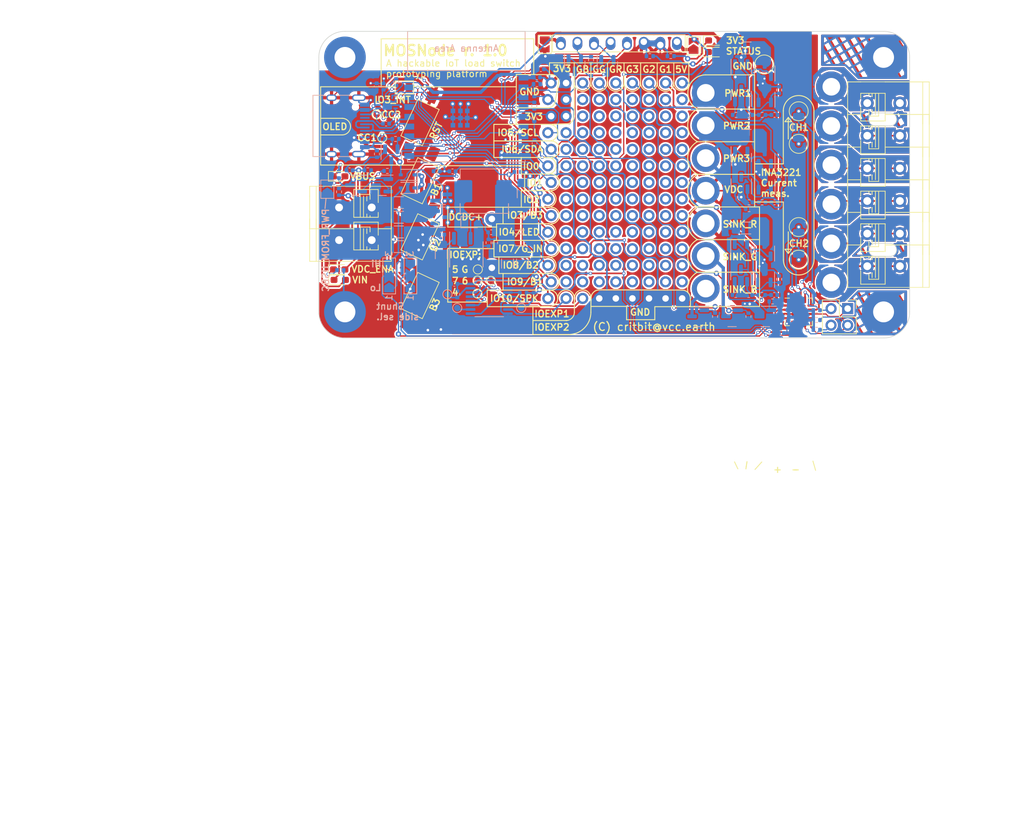
<source format=kicad_pcb>
(kicad_pcb (version 20221018) (generator pcbnew)
  (layers (0 "F.Cu" signal) (31 "B.Cu" signal) (34 "B.Paste" user) (35 "F.Paste" user) (36 "B.SilkS" user "B.Silkscreen") (37 "F.SilkS" user "F.Silkscreen") (38 "B.Mask" user) (39 "F.Mask" user) (44 "Edge.Cuts" user))
  (net 0 "")
  (net 1 "Net-(U1-FB)")
  (net 2 "GND")
  (net 3 "+3.3V")
  (net 4 "/ESP_EN")
  (net 5 "VBUS")
  (net 6 "Net-(Q6-B)")
  (net 7 "Net-(Q15-B)")
  (net 8 "Net-(Q19-B)")
  (net 9 "/IO9{slash}BOOT_BUT1")
  (net 10 "/OUT1_PWR")
  (net 11 "/IO0")
  (net 12 "/IO1")
  (net 13 "/IO2")
  (net 14 "Net-(Q23-B)")
  (net 15 "+VDC")
  (net 16 "/OUT3_PWR")
  (net 17 "/OUT2_PWR")
  (net 18 "/RTS")
  (net 19 "/DTR")
  (net 20 "/TARG_TX")
  (net 21 "/TARG_RX")
  (net 22 "Net-(D4-K)")
  (net 23 "Net-(D5-K)")
  (net 24 "/USBDP")
  (net 25 "/USBDM")
  (net 26 "Net-(D6-K)")
  (net 27 "Net-(D7-K)")
  (net 28 "Net-(D8-K)")
  (net 29 "/IO10")
  (net 30 "/High side load switch1/PMOS_PWRPAD")
  (net 33 "/High side load switch/PMOS_PWRPAD")
  (net 34 "Net-(J5-VDD)")
  (net 35 "/VIN_SHUNTP")
  (net 36 "/VIN_SHUNTN")
  (net 37 "/V_IN_GND")
  (net 38 "Net-(J5-5V)")
  (net 39 "/High side load switch2/PMOS_PWRPAD")
  (net 40 "/GATE_O1")
  (net 41 "/GATE_O2")
  (net 42 "/GATE_O3")
  (net 43 "/GATE_R")
  (net 44 "/GATE_G")
  (net 45 "/GATE_B")
  (net 46 "Net-(J8-Pin_1)")
  (net 47 "Net-(J8-Pin_2)")
  (net 48 "Net-(J8-Pin_3)")
  (net 49 "Net-(J8-Pin_4)")
  (net 50 "/V_IN")
  (net 51 "Net-(Q1-B)")
  (net 52 "Net-(Q1-E)")
  (net 53 "Net-(Q6-E)")
  (net 54 "Net-(Q9-B)")
  (net 55 "Net-(Q10-B)")
  (net 56 "Net-(Q12-B)")
  (net 57 "Net-(Q12-E)")
  (net 58 "Net-(Q15-E)")
  (net 59 "Net-(Q16-B)")
  (net 60 "Net-(Q16-E)")
  (net 61 "Net-(Q19-E)")
  (net 62 "/IO7{slash}GATE_IN")
  (net 63 "/IO8{slash}BUT2")
  (net 64 "/IO5{slash}SCL")
  (net 65 "/IO6{slash}SDA")
  (net 66 "Net-(Q20-B)")
  (net 67 "Net-(Q20-E)")
  (net 68 "Net-(Q23-E)")
  (net 69 "Net-(U3-IN+1)")
  (net 70 "Net-(U3-IN-1)")
  (net 71 "/V_IN_MOSFETS")
  (net 72 "Net-(U3-IN+2)")
  (net 73 "Net-(U3-IN-2)")
  (net 74 "/IO4{slash}LED")
  (net 75 "/IO3{slash}BUT3")
  (net 76 "/DCDC_OUT")
  (net 77 "/DCDC_L")
  (net 78 "/HACHET_FILL_NC")
  (net 79 "/TERM1")
  (net 80 "/TERM2")
  (net 81 "/TERM3")
  (net 82 "/TERM4")
  (net 83 "/TERM5")
  (net 84 "/TERM6")
  (net 85 "Net-(U4-~{RESET})")
  (net 86 "Net-(U4-A1)")
  (net 87 "Net-(U4-A0)")
  (net 88 "/EXT_IO1")
  (net 89 "/EXT_IO2")
  (net 90 "/EXT_IO0")
  (net 91 "/EXT_IO3")
  (net 92 "/EXT_IO4")
  (net 93 "/EXT_IO5")
  (net 94 "/EXT_IO6")
  (net 95 "/EXT_IO7")
  (net 96 "/VIN_DC")
  (net 97 "/CC1")
  (net 98 "/CC2")
  (net 99 "/SINK_B")
  (net 100 "/SINK_G")
  (net 101 "/SINK_R")
  (net 102 "Net-(JP6-A)")
  (footprint "LED_SMD:LED_0603_1608Metric_Pad1.05x0.95mm_HandSolder" (layer "F.Cu") (at 139.05 71.175)
    (fp_text reference "D5" hide)
    (fp_text value "LED_0603")
  )
  (footprint "Critbit_lib:DG235-5.0" (layer "F.Cu") (at 84.1 95 -90)
    (fp_text reference "J1" hide)
    (fp_text value "IN+")
  )
  (footprint "Jumper:SolderJumper-2_P1.3mm_Open_TrianglePad1.0x1.5mm" (layer "F.Cu") (at 91.6 76.6)
    (fp_text reference "JP6" hide)
    (fp_text value "FUSB_INT_IO3")
  )
  (footprint "TestPoint:TestPoint_Pad_D2.5mm" (layer "F.Cu") (at 152 80.25 180)
    (fp_text reference "TP5" hide)
    (fp_text value "INA_PAD")
  )
  (footprint "Button_Switch_SMD:SW_SPST_FSMSM" (layer "F.Cu") (at 94 108.5 65)
    (fp_text reference "SW4" hide)
    (fp_text value "B3")
  )
  (footprint "LED_SMD:LED_0603_1608Metric_Pad1.05x0.95mm_HandSolder" (layer "F.Cu") (at 81.625 104.5)
    (fp_text reference "D7" hide)
    (fp_text value "LED_0603")
  )
  (footprint "Critbit_lib:DG235-5.0" (layer "F.Cu") (at 165 99 90)
    (fp_text reference "J7" hide)
    (fp_text value "TERM_BLOCK")
  )
  (footprint "MountingHole:MountingHole_2.7mm_M2.5_DIN965_Pad" (layer "F.Cu") (at 157 100.5)
    (fp_text reference "TP4" hide)
    (fp_text value "CON_PAD")
  )
  (footprint "Connector_PinHeader_2.54mm:PinHeader_2x02_P2.54mm_Vertical" (layer "F.Cu") (at 159.5 110.5 -90)
    (fp_text reference "J8" hide)
    (fp_text value "INA_STA")
  )
  (footprint "MountingHole:MountingHole_2.7mm_M2.5_DIN965_Pad" (layer "F.Cu") (at 157 76.5)
    (fp_text reference "TP11" hide)
    (fp_text value "CON_PAD")
  )
  (footprint "LED_SMD:LED_0603_1608Metric_Pad1.05x0.95mm_HandSolder" (layer "F.Cu") (at 81.625 90.225)
    (fp_text reference "D8" hide)
    (fp_text value "LED_0603")
  )
  (footprint "TestPoint:TestPoint_Pad_D2.5mm" (layer "F.Cu") (at 152 103)
    (fp_text reference "TP9" hide)
    (fp_text value "INA_PAD")
  )
  (footprint "Button_Switch_SMD:SW_SPST_FSMSM" (layer "F.Cu") (at 94 90.9 65)
    (fp_text reference "SW2" hide)
    (fp_text value "BOOT/B1")
  )
  (footprint "Critbit_lib:DG235-5.0" (layer "F.Cu") (at 165 89 90)
    (fp_text reference "J10" hide)
    (fp_text value "TERM_BLOCK")
  )
  (footprint "Critbit_lib:DG235-5.0" (layer "F.Cu") (at 165 104 90)
    (fp_text reference "J6" hide)
    (fp_text value "TERM_BLOCK")
  )
  (footprint "LED_SMD:LED_0603_1608Metric_Pad1.05x0.95mm_HandSolder" (layer "F.Cu") (at 81.7 106.1)
    (fp_text reference "D4" hide)
    (fp_text value "LED_0603")
  )
  (footprint "TestPoint:TestPoint_Pad_D2.5mm" (layer "F.Cu") (at 152 85.25 180)
    (fp_text reference "TP1" hide)
    (fp_text value "INA_PAD")
  )
  (footprint "TestPoint:TestPoint_Pad_D1.0mm" (layer "F.Cu") (at 87.35 80.75 180)
    (fp_text reference "TP20" hide)
    (fp_text value "IOPAD")
  )
  (footprint "TestPoint:TestPoint_Pad_D1.0mm" (layer "F.Cu") (at 102.8 108.2)
    (fp_text reference "TP14" hide)
    (fp_text value "IOPAD")
  )
  (footprint "TestPoint:TestPoint_Pad_D1.0mm" (layer "F.Cu") (at 104.85 106.25)
    (fp_text reference "TP16" hide)
    (fp_text value "IOPAD")
  )
  (footprint "TestPoint:TestPoint_Pad_D2.5mm" (layer "F.Cu") (at 146.724 73.08)
    (fp_text reference "TP2" hide)
    (fp_text value "GND_PAD")
  )
  (footprint "Jumper:SolderJumper-2_P1.3mm_Open_TrianglePad1.0x1.5mm" (layer "F.Cu") (at 135.9 70.225 90)
    (fp_text reference "JP5" hide)
    (fp_text value "PWR_FROM_USBC")
  )
  (footprint "Critbit_lib:DG235-5.0" (layer "F.Cu") (at 165 79 90)
    (fp_text reference "J12" hide)
    (fp_text value "TERM_BLOCK")
  )
  (footprint "Critbit_lib:Proto_matrix_14x9+7" (layer "F.Cu") (at 126.531 92.43)
    (fp_text reference "J3" hide)
    (fp_text value "Proto_matrix_14x9+7")
  )
  (footprint "Capacitor_THT:CP_Radial_D10.0mm_P7.50mm" (layer "F.Cu") (at 105 96.75 -90)
    (fp_text reference "C3" hide)
    (fp_text value "C_THT" hide)
  )
  (footprint "TestPoint:TestPoint_Pad_D1.0mm" (layer "F.Cu") (at 102.85 104.5)
    (fp_text reference "TP15" hide)
    (fp_text value "IOPAD")
  )
  (footprint "Critbit_lib:DG235-5.0" (layer "F.Cu") (at 84.1 100 -90)
    (fp_text reference "J2" hide)
    (fp_text value "IN-")
  )
  (footprint "TestPoint:TestPoint_Pad_D1.0mm" (layer "F.Cu") (at 102.8 106.2)
    (fp_text reference "TP17" hide)
    (fp_text value "IOPAD")
  )
  (footprint "Button_Switch_SMD:SW_SPST_FSMSM" (layer "F.Cu") (at 94 82 -115)
    (fp_text reference "SW1" hide)
    (fp_text value "RST")
  )
  (footprint "Package_DFN_QFN:Texas_RGV_S-PVQFN-N16_EP2.1x2.1mm" (layer "F.Cu") (at 152 111)
    (fp_text reference "U3" hide)
    (fp_text value "INA3221")
  )
  (footprint "Button_Switch_SMD:SW_SPST_FSMSM" (layer "F.Cu") (at 94 99.5 65)
    (fp_text reference "SW3" hide)
    (fp_text value "B2")
  )
  (footprint "Jumper:SolderJumper-2_P1.3mm_Open_TrianglePad1.0x1.5mm" (layer "F.Cu") (at 113.1 70 -90)
    (fp_text reference "JP4" hide)
    (fp_text value "3V3_FROM_USBC")
  )
  (footprint "TestPoint:TestPoint_Pad_D2.5mm" (layer "F.Cu") (at 152 98)
    (fp_text reference "TP6" hide)
    (fp_text value "INA_PAD")
  )
  (footprint "Critbit_lib:DG235-5.0" (layer "F.Cu") (at 165 84 90)
    (fp_text reference "J11" hide)
    (fp_text value "TERM_BLOCK")
  )
  (footprint "MountingHole:MountingHole_2.7mm_M2.5_DIN965_Pad" (layer "F.Cu") (at 157 88.5)
    (fp_text reference "TP8" hide)
    (fp_text value "CON_PAD")
  )
  (footprint "LED_SMD:LED_0603_1608Metric_Pad1.05x0.95mm_HandSolder" (layer "F.Cu") (at 139.075 69.4)
    (fp_text reference "D6" hide)
    (fp_text value "LED_0603")
  )
  (footprint "MountingHole:MountingHole_2.7mm_M2.5_DIN965_Pad" (layer "F.Cu") (at 157 106.5)
    (fp_text reference "TP3" hide)
    (fp_text value "CON_PAD")
  )
  (footprint "Critbit_lib:Lichtenprog" (layer "F.Cu") (at 124.46 69.85 90)
    (fp_text reference "J5" hide)
    (fp_text value "Lichtenprog_conn")
  )
  (footprint "TestPoint:TestPoint_Pad_D1.0mm" (layer "F.Cu") (at 88.2 84.3 180)
    (fp_text reference "TP19" hide)
    (fp_text value "IOPAD")
  )
  (footprint "MountingHole:MountingHole_2.7mm_M2.5_DIN965_Pad" (layer "F.Cu") (at 157 82.5)
    (fp_text reference "TP10" hide)
    (fp_text value "CON_PAD")
  )
  (footprint "Critbit_lib:DG235-5.0" (layer "F.Cu") (at 165 94 90)
    (fp_text reference "J9" hide)
    (fp_text value "TERM_BLOCK")
  )
  (footprint "MountingHole:MountingHole_2.7mm_M2.5_DIN965_Pad" (layer "F.Cu") (at 157 94.5)
    (fp_text reference "TP7" hide)
    (fp_text value "CON_PAD")
  )
  (footprint "Resistor_SMD:R_0402_1005Metric" (layer "B.Cu") (at 129.198 71.81)
    (fp_text reference "R34" hide)
    (fp_text value "10k")
  )
  (footprint "Espressif:ESP32-C3-WROOM-02" (layer "B.Cu") (at 101.1 79.25 180)
    (fp_text reference "U2" hide)
    (fp_text value "ESP32-C3-WROOM-02")
  )
  (footprint "Resistor_SMD:R_1206_3216Metric_Pad1.30x1.75mm_HandSolder" (layer "B.Cu") (at 109.8 92.8 -90)
    (fp_text reference "R3" hide)
    (fp_text value "0R/1206")
  )
  (footprint "Resistor_SMD:R_0402_1005Metric" (layer "B.Cu") (at 149 90.25 90)
    (fp_text reference "R39" hide)
    (fp_text value "15k")
  )
  (footprint "Resistor_SMD:R_0402_1005Metric" (layer "B.Cu") (at 109.81 109.2)
    (fp_text reference "R32" hide)
    (fp_text value "1k")
  )
  (footprint "Resistor_SMD:R_0402_1005Metric" (layer "B.Cu") (at 99.7 108.3 90)
    (fp_text reference "R29" hide)
    (fp_text value "1k")
  )
  (footprint "Capacitor_SMD:C_0402_1005Metric" (layer "B.Cu") (at 98.972 89.463 180)
    (fp_text reference "C16" hide)
    (fp_text value "100n")
  )
  (footprint "Resistor_SMD:R_1206_3216Metric_Pad1.30x1.75mm_HandSolder" (layer "B.Cu") (at 90.75 94.25)
    (fp_text reference "R1" hide)
    (fp_text value "50mR/1206")
  )
  (footprint "Package_TO_SOT_SMD:SOT-23" (layer "B.Cu") (at 143.2 87.35 -90)
    (fp_text reference "Q14" hide)
    (fp_text value "S9015")
  )
  (footprint "Resistor_SMD:R_0402_1005Metric" (layer "B.Cu") (at 81.573 89.971 90)
    (fp_text reference "R37" hide)
    (fp_text value "10k")
  )
  (footprint "TestPoint:TestPoint_Pad_D1.0mm" (layer "B.Cu") (at 109.5 110.4 180)
    (fp_text reference "TP12" hide)
    (fp_text value "IOPAD")
  )
  (footprint "Capacitor_SMD:C_1206_3216Metric" (layer "B.Cu") (at 109.3 97.55)
    (fp_text reference "C4" hide)
    (fp_text value "47uF/6.3V")
  )
  (footprint "Resistor_SMD:R_0402_1005Metric" (layer "B.Cu") (at 139.2 111.7 90)
    (fp_text reference "R14" hide)
    (fp_text value "10k")
  )
  (footprint "MountingHole:MountingHole_3.2mm_M3_Pad_TopOnly" (layer "B.Cu") (at 165 111 180)
    (fp_text reference "H4" hide)
    (fp_text value "SCR")
  )
  (footprint "Capacitor_SMD:C_0402_1005Metric" (layer "B.Cu") (at 96.55 89.45)
    (fp_text reference "C21" hide)
    (fp_text value "100n")
  )
  (footprint "Jumper:SolderJumper-3_P2.0mm_Open_TrianglePad1.0x1.5mm_NumberLabels" (layer "B.Cu") (at 89.25 105.5 90)
    (fp_text reference "JP2" hide)
    (fp_text value "SolderJumper_3_Open")
  )
  (footprint "Resistor_SMD:R_0402_1005Metric" (layer "B.Cu") (at 132.4 71.8)
    (fp_text reference "R35" hide)
    (fp_text value "10k")
  )
  (footprint "MountingHole:MountingHole_3.2mm_M3_Pad_TopOnly" (layer "B.Cu") (at 82.5 72 180)
    (fp_text reference "H1" hide)
    (fp_text value "SCR")
  )
  (footprint "Resistor_SMD:R_0402_1005Metric" (layer "B.Cu") (at 154.75 109.5 180)
    (fp_text reference "R26" hide)
    (fp_text value "10k")
  )
  (footprint "Capacitor_SMD:C_0402_1005Metric" (layer "B.Cu") (at 148.3 94.2125)
    (fp_text reference "C22" hide)
    (fp_text value "200p")
  )
  (footprint "Capacitor_SMD:C_0402_1005Metric" (layer "B.Cu") (at 149.25 114.25 180)
    (fp_text reference "C12" hide)
    (fp_text value "10u")
  )
  (footprint "Resistor_SMD:R_1206_3216Metric_Pad1.30x1.75mm_HandSolder" (layer "B.Cu") (at 90.75 98.75 180)
    (fp_text reference "R12" hide)
    (fp_text value "0R/1206")
  )
  (footprint "Package_TO_SOT_SMD:SOT-23" (layer "B.Cu") (at 88.2 91.6 180)
    (fp_text reference "Q1" hide)
    (fp_text value "MMBT2222A")
  )
  (footprint "Resistor_SMD:R_0402_1005Metric" (layer "B.Cu") (at 146.35 108.4125)
    (fp_text reference "R50" hide)
    (fp_text value "10k")
  )
  (footprint "Resistor_SMD:R_0402_1005Metric" (layer "B.Cu") (at 108.95 89.55)
    (fp_text reference "R20" hide)
    (fp_text value "10k")
  )
  (footprint "Resistor_SMD:R_0402_1005Metric" (layer "B.Cu") (at 146.4 94.2125)
    (fp_text reference "R40" hide)
    (fp_text value "10k")
  )
  (footprint "TestPoint:TestPoint_Pad_D1.0mm" (layer "B.Cu") (at 99.7 110.4 180)
    (fp_text reference "TP13" hide)
    (fp_text value "IOPAD")
  )
  (footprint "Resistor_SMD:R_0402_1005Metric" (layer "B.Cu") (at 154.75 113.75 180)
    (fp_text reference "R24" hide)
    (fp_text value "10k")
  )
  (footprint "Resistor_SMD:R_0402_1005Metric" (layer "B.Cu") (at 148 109.402 180)
    (fp_text reference "R6" hide)
    (fp_text value "10k")
  )
  (footprint "Resistor_SMD:R_0402_1005Metric" (layer "B.Cu") (at 90.25 84.5)
    (fp_text reference "R10" hide)
    (fp_text value "1k")
  )
  (footprint "Diode_SMD:D_SOD-323" (layer "B.Cu") (at 92.1 92 180)
    (fp_text reference "D1" hide)
    (fp_text value "1N5819WS")
  )
  (footprint "Resistor_SMD:R_0402_1005Metric" (layer "B.Cu") (at 90.35 75.8 90)
    (fp_text reference "R31" hide)
    (fp_text value "3k")
  )
  (footprint "Capacitor_SMD:C_0402_1005Metric" (layer "B.Cu") (at 111.9 75.056)
    (fp_text reference "C10" hide)
    (fp_text value "100n")
  )
  (footprint "Capacitor_SMD:C_1206_3216Metric" (layer "B.Cu") (at 109.3 99.95)
    (fp_text reference "C6" hide)
    (fp_text value "47uF/6.3V")
  )
  (footprint "Resistor_SMD:R_0402_1005Metric" (layer "B.Cu") (at 111.5 79.4 90)
    (fp_text reference "R18" hide)
    (fp_text value "3k")
  )
  (footprint "Package_TO_SOT_SMD:SOT-23" (layer "B.Cu") (at 146.8 91.35 90)
    (fp_text reference "Q12" hide)
    (fp_text value "MMBT2222A")
  )
  (footprint "Resistor_SMD:R_0402_1005Metric" (layer "B.Cu") (at 142.4 80.8125 180)
    (fp_text reference "R48" hide)
    (fp_text value "1k")
  )
  (footprint "Resistor_SMD:R_0402_1005Metric" (layer "B.Cu") (at 109.81 108.1)
    (fp_text reference "R38" hide)
    (fp_text value "1k")
  )
  (footprint "Package_TO_SOT_SMD:SOT-23" (layer "B.Cu") (at 89.6 87 -90)
    (fp_text reference "Q6" hide)
    (fp_text value "MMBT2222A")
  )
  (footprint "Package_TO_SOT_SMD:SOT-23" (layer "B.Cu") (at 146.8 73.95 90)
    (fp_text reference "Q17" hide)
    (fp_text value "WST03P06")
  )
  (footprint "Package_TO_SOT_SMD:SOT-23" (layer "B.Cu") (at 146.75 101.55 90)
    (fp_text reference "Q21" hide)
    (fp_text value "WST03P06")
  )
  (footprint "Resistor_SMD:R_0402_1005Metric" (layer "B.Cu") (at 146.4 80.8125)
    (fp_text reference "R45" hide)
    (fp_text value "10k")
  )
  (footprint "Capacitor_SMD:C_0402_1005Metric" (layer "B.Cu") (at 88.4 76.48 -90)
    (fp_text reference "C18" hide)
    (fp_text value "100n")
  )
  (footprint "Package_TO_SOT_SMD:SOT-23" (layer "B.Cu") (at 117.7 73.2 -90)
    (fp_text reference "Q9" hide)
    (fp_text value "MMBT2222A")
  )
  (footprint "Package_TO_SOT_SMD:SOT-23" (layer "B.Cu") (at 143.2 91.25 90)
    (fp_text reference "Q15" hide)
    (fp_text value "MMBT2222A")
  )
  (footprint "Resistor_SMD:R_0402_1005Metric" (layer "B.Cu") (at 149 106 90)
    (fp_text reference "R49" hide)
    (fp_text value "15k")
  )
  (footprint "Jumper:SolderJumper-2_P1.3mm_Open_TrianglePad1.0x1.5mm" (layer "B.Cu") (at 79.8 92.2 90)
    (fp_text reference "JP1" hide)
    (fp_text value "PWR_FROM_USBC")
  )
  (footprint "Package_TO_SOT_SMD:SOT-23" (layer "B.Cu") (at 143.2 77.85 90)
    (fp_text reference "Q19" hide)
    (fp_text value "MMBT2222A")
  )
  (footprint "Package_TO_SOT_SMD:SOT-23" (layer "B.Cu") (at 143.2 73.95 -90)
    (fp_text reference "Q18" hide)
    (fp_text value "S9015")
  )
  (footprint "Package_TO_SOT_SMD:SOT-23" (layer "B.Cu") (at 143.15 105.45 90)
    (fp_text reference "Q23" hide)
    (fp_text value "MMBT2222A")
  )
  (footprint "Capacitor_SMD:C_0402_1005Metric" (layer "B.Cu") (at 111.545 85.145 90)
    (fp_text reference "C15" hide)
    (fp_text value "100n")
  )
  (footprint "Package_TO_SOT_SMD:SOT-23" (layer "B.Cu") (at 97.25 96.5)
    (fp_text reference "Q2" hide)
    (fp_text value "WST03P06")
  )
  (footprint "Resistor_SMD:R_0402_1005Metric" (layer "B.Cu") (at 120.195828 74.306705 -90)
    (fp_text reference "R21" hide)
    (fp_text value "10k")
  )
  (footprint "Resistor_SMD:R_0402_1005Metric" (layer "B.Cu") (at 104.5 100.4 90)
    (fp_text reference "R8" hide)
    (fp_text value "10k")
  )
  (footprint "Package_TO_SOT_SMD:SOT-23" (layer "B.Cu") (at 146.9 111.7 180)
    (fp_text reference "Q4" hide)
    (fp_text value "AO3400A")
  )
  (footprint "Resistor_SMD:R_0402_1005Metric" (layer "B.Cu") (at 89 89.4 180)
    (fp_text reference "R4" hide)
    (fp_text value "15k")
  )
  (footprint "Resistor_SMD:R_0402_1005Metric" (layer "B.Cu") (at 87.4 86.8 -90)
    (fp_text reference "R9" hide)
    (fp_text value "10k")
  )
  (footprint "Capacitor_SMD:C_0402_1005Metric" (layer "B.Cu") (at 83.2 89.3 180)
    (fp_text reference "C9" hide)
    (fp_text value "200p")
  )
  (footprint "Resistor_SMD:R_1206_3216Metric_Pad1.30x1.75mm_HandSolder" (layer "B.Cu") (at 144 83.95 180)
    (fp_text reference "R41" hide)
    (fp_text value "0R/1206")
  )
  (footprint "Package_TO_SOT_SMD:SOT-23" (layer "B.Cu") (at 97.25 93)
    (fp_text reference "Q3" hide)
    (fp_text value "WST03P06")
  )
  (footprint "Resistor_SMD:R_0402_1005Metric" (layer "B.Cu") (at 154.75 112.25 180)
    (fp_text reference "R25" hide)
    (fp_text value "10k")
  )
  (footprint "TestPoint:TestPoint_Pad_D1.0mm" (layer "B.Cu") (at 98.2 108.3 180)
    (fp_text reference "TP18" hide)
    (fp_text value "IOPAD")
  )
  (footprint "Resistor_SMD:R_1206_3216Metric_Pad1.30x1.75mm_HandSolder" (layer "B.Cu") (at 90.75 101 180)
    (fp_text reference "R13" hide)
    (fp_text value "0R/1206")
  )
  (footprint "Resistor_SMD:R_0402_1005Metric" (layer "B.Cu") (at 111.9 76.084)
    (fp_text reference "R15" hide)
    (fp_text value "10k")
  )
  (footprint "Resistor_SMD:R_0402_1005Metric" (layer "B.Cu") (at 111.5 81.3 90)
    (fp_text reference "R19" hide)
    (fp_text value "3k")
  )
  (footprint "Resistor_SMD:R_0402_1005Metric" (layer "B.Cu") (at 154.75 110.75 180)
    (fp_text reference "R23" hide)
    (fp_text value "10k")
  )
  (footprint "Capacitor_SMD:C_0402_1005Metric" (layer "B.Cu") (at 97.25 99.15 180)
    (fp_text reference "C8" hide)
    (fp_text value "100n")
  )
  (footprint "Resistor_SMD:R_1206_3216Metric_Pad1.30x1.75mm_HandSolder" (layer "B.Cu") (at 90.75 96.5)
    (fp_text reference "R2" hide)
    (fp_text value "50mR/1206")
  )
  (footprint "Resistor_SMD:R_0402_1005Metric" (layer "B.Cu") (at 144.4 95.25 180)
    (fp_text reference "R43" hide)
    (fp_text value "1k")
  )
  (footprint "Resistor_SMD:R_1206_3216Metric_Pad1.30x1.75mm_HandSolder" (layer "B.Cu") (at 144 70.55 180)
    (fp_text reference "R46" hide)
    (fp_text value "0R/1206")
  )
  (footprint "Capacitor_SMD:C_0402_1005Metric" (layer "B.Cu") (at 150 111.8)
    (fp_text reference "C13" hide)
    (fp_text value "100n")
  )
  (footprint "Resistor_SMD:R_0402_1005Metric" (layer "B.Cu") (at 81.8 104.6 180)
    (fp_text reference "R36" hide)
    (fp_text value "10k")
  )
  (footprint "Resistor_SMD:R_0402_1005Metric" (layer "B.Cu") (at 142.35 108.4125 180)
    (fp_text reference "R53" hide)
    (fp_text value "1k")
  )
  (footprint "Connector_USB:USB_C_Receptacle_HRO_TYPE-C-31-M-12" (layer "B.Cu") (at 81.5 82.5 90)
    (fp_text reference "J4" hide)
    (fp_text value "USB_C_Receptacle_USB2.0")
  )
  (footprint "Capacitor_SMD:C_1206_3216Metric" (layer "B.Cu") (at 97.25 102.15 -90)
    (fp_text reference "C7" hide)
    (fp_text value "47uF/6.3V")
  )
  (footprint "Resistor_SMD:R_1206_3216Metric_Pad1.30x1.75mm_HandSolder" (layer "B.Cu") (at 152 100.5 -90)
    (fp_text reference "R28" hide)
    (fp_text value "50mR/1206")
  )
  (footprint "Package_SO:SOIC-8_3.9x4.9mm_P1.27mm" (layer "B.Cu") (at 101.1 102.2 -90)
    (fp_text reference "U1" hide)
    (fp_text value "XL1509")
  )
  (footprint "Resistor_SMD:R_1206_3216Metric_Pad1.30x1.75mm_HandSolder" (layer "B.Cu") (at 143.95 98.15 180)
    (fp_text reference "R51" hide)
    (fp_text value "0R/1206")
  )
  (footprint "Resistor_SMD:R_0402_1005Metric" (layer "B.Cu") (at 105.5 100.4 -90)
    (fp_text reference "R5" hide)
    (fp_text value "10k")
  )
  (footprint "MountingHole:MountingHole_3.2mm_M3_Pad_TopOnly" (layer "B.Cu") (at 165 72 180)
    (fp_text reference "H3" hide)
    (fp_text value "SCR")
  )
  (footprint "Package_SO:TSSOP-16_4.4x5mm_P0.65mm" (layer "B.Cu") (at 104.6 109 180)
    (fp_text reference "U4" hide)
    (fp_text value "PCA9557PW")
  )
  (footprint "Capacitor_SMD:C_1206_3216Metric" (layer "B.Cu") (at 109.7 103.6 -90)
    (fp_text reference "C5" hide)
    (fp_text value "47uF/6.3V")
  )
  (footprint "Capacitor_SMD:C_0402_1005Metric" (layer "B.Cu") (at 148.25 108.4125)
    (fp_text reference "C24" hide)
    (fp_text value "200p")
  )
  (footprint "Capacitor_SMD:C_0402_1005Metric" (layer "B.Cu") (at 104.9 98.8 180)
    (fp_text reference "C1" hide)
    (fp_text value "200p")
  )
  (footprint "Resistor_SMD:R_0402_1005Metric" (layer "B.Cu") (at 144.35 108.4125)
    (fp_text reference "R52" hide)
    (fp_text value "10k")
  )
  (footprint "Resistor_SMD:R_0402_1005Metric" (layer "B.Cu") (at 144.4 80.8125)
    (fp_text reference "R47" hide)
    (fp_text value "10k")
  )
  (footprint "Resistor_SMD:R_0402_1005Metric" (layer "B.Cu") (at 120.2 72.4 -90)
    (fp_text reference "R22" hide)
    (fp_text value "10k")
  )
  (footprint "Capacitor_SMD:C_0402_1005Metric" (layer "B.Cu") (at 111.5 77.5 -90)
    (fp_text reference "C14" hide)
    (fp_text value "100n")
  )
  (footprint "Resistor_SMD:R_1206_3216Metric_Pad1.30x1.75mm_HandSolder" (layer "B.Cu") (at 152 82.7 90)
    (fp_text reference "R27" hide)
    (fp_text value "50mR/1206")
  )
  (footprint "Capacitor_SMD:C_0402_1005Metric" (layer "B.Cu") (at 87.35 76.45 -90)
    (fp_text reference "C19" hide)
    (fp_text value "100n")
  )
  (footprint "Diode_SMD:D_SOD-323" (layer "B.Cu") (at 101.75 97.25)
    (fp_text reference "D3" hide)
    (fp_text value "1N5819WS")
  )
  (footprint "Package_TO_SOT_SMD:SOT-23" (layer "B.Cu") (at 143.15 101.55 -90)
    (fp_text reference "Q22" hide)
    (fp_text value "S9015")
  )
  (footprint "Diode_SMD:D_SOD-323" (layer "B.Cu") (at 92.1 90 180)
    (fp_text reference "D2" hide)
    (fp_text value "1N5819WS")
  )
  (footprint "Package_TO_SOT_SMD:SOT-23" (layer "B.Cu") (at 122.7 73.3 -90)
    (fp_text reference "Q10" hide)
    (fp_text value "MMBT2222A")
  )
  (footprint "Package_TO_SOT_SMD:SOT-23" (layer "B.Cu") (at 141.8 111.7 180)
    (fp_text reference "Q7" hide)
    (fp_text value "AO3400A")
  )
  (footprint "Inductor_SMD:L_Abracon_ASPI-0630LR" (layer "B.Cu") (at 103.85 92.5)
    (fp_text reference "L1" hide)
    (fp_text value "47uH/2A")
  )
  (footprint "Package_TO_SOT_SMD:SOT-23" (layer "B.Cu") (at 84.2 91.6 180)
    (fp_text reference "Q5" hide)
    (fp_text value "S9015")
  )
  (footprint "Resistor_SMD:R_0402_1005Metric" (layer "B.Cu") (at 86 89.3 180)
    (fp_text reference "R7" hide)
    (fp_text value "10k")
  )
  (footprint "Capacitor_SMD:C_1206_3216Metric" (layer "B.Cu") (at 107.4 103.6 -90)
    (fp_text reference "C2" hide)
    (fp_text value "47uF/6.3V")
  )
  (footprint "MountingHole:MountingHole_3.2mm_M3_Pad_TopOnly" (layer "B.Cu") (at 82.5 111 180)
    (fp_text reference "H2" hide)
    (fp_text value "SCR")
  )
  (footprint "Package_TO_SOT_SMD:SOT-23" (layer "B.Cu") (at 146.8 77.95 90)
    (fp_text reference "Q16" hide)
    (fp_text value "MMBT2222A")
  )
  (footprint "Package_TO_SOT_SMD:SOT-23" (layer "B.Cu") (at 136.6 111.7 180)
    (fp_text reference "Q8" hide)
    (fp_text value "AO3400A")
  )
  (footprint "Jumper:SolderJumper-3_P2.0mm_Open_TrianglePad1.0x1.5mm_NumberLabels" (layer "B.Cu") (at 92.5 105.5 90)
    (fp_text reference "JP3" hide)
    (fp_text value "SolderJumper_3_Open")
  )
  (footprint "Resistor_SMD:R_0402_1005Metric" (layer "B.Cu") (at 81.6 92.6 -90)
    (fp_text reference "R33" hide)
    (fp_text value "10k")
  )
  (footprint "Package_TO_SOT_SMD:SOT-23" (layer "B.Cu") (at 146.75 105.55 90)
    (fp_text reference "Q20" hide)
    (fp_text value "MMBT2222A")
  )
  (footprint "Resistor_SMD:R_0402_1005Metric" (layer "B.Cu") (at 144.4 94.2125)
    (fp_text reference "R42" hide)
    (fp_text value "10k")
  )
  (footprint "Package_TO_SOT_SMD:SOT-23" (layer "B.Cu") (at 146.8 87.35 90)
    (fp_text reference "Q13" hide)
    (fp_text value "WST03P06")
  )
  (footprint "Capacitor_SMD:C_0402_1005Metric" (layer "B.Cu") (at 99.25 106.7)
    (fp_text reference "C17" hide)
    (fp_text value "100n")
  )
  (footprint "Capacitor_SMD:C_0402_1005Metric" (layer "B.Cu") (at 88.8 82.15)
    (fp_text reference "C25" hide)
    (fp_text value "200p")
  )
  (footprint "Resistor_SMD:R_0402_1005Metric" (layer "B.Cu") (at 149 77 90)
    (fp_text reference "R44" hide)
    (fp_text value "15k")
  )
  (footprint "Capacitor_SMD:C_0402_1005Metric" (layer "B.Cu") (at 88.2 84.5)
    (fp_text reference "C20" hide)
    (fp_text value "200p")
  )
  (footprint "Resistor_SMD:R_0402_1005Metric" (layer "B.Cu") (at 111.41 108.6 90)
    (fp_text reference "R30" hide)
    (fp_text value "1k")
  )
  (footprint "Resistor_SMD:R_0402_1005Metric" (layer "B.Cu") (at 144.3 111.7 90)
    (fp_text reference "R11" hide)
    (fp_text value "10k")
  )
  (footprint "Package_DFN_QFN:WQFN-14-1EP_2.5x2.5mm_P0.5mm_EP1.45x1.45mm" (layer "B.Cu") (at 88.9875 79.3)
    (fp_text reference "U5" hide)
    (fp_text value "FUSB302B01MPX")
  )
  (footprint "Capacitor_SMD:C_0402_1005Metric" (layer "B.Cu") (at 112.5 73.8)
    (fp_text reference "C11" hide)
    (fp_text value "10u")
  )
  (footprint "Capacitor_SMD:C_0402_1005Metric" (layer "B.Cu") (at 148.3 80.8125)
    (fp_text reference "C23" hide)
    (fp_text value "200p")
  )
  (gr_line (start 79.6 93.6) (end 79.45 95.15) (stroke (width 0.15)) (layer "B.SilkS"))
  (gr_line (start 142.680174 135.057017) (end 142.173057 133.987663) (stroke (width 0.15)) (layer "F.SilkS"))
  (gr_line (start 108.74 82.224) (end 108.75 75.493) (stroke (width 0.15)) (layer "F.SilkS"))
  (gr_line (start 113.82 105.12) (end 106.073 105.12) (stroke (width 0.15)) (layer "F.SilkS"))
  (gr_arc (start 127.79 75.91) (mid 126.52 77.18) (end 125.25 75.91) (stroke (width 0.15)) (layer "F.SilkS"))
  (gr_line (start 98.25 94.95) (end 98.25 98) (stroke (width 0.15)) (layer "F.SilkS"))
  (gr_line (start 117.618438 72.827697) (end 135.167 72.826) (stroke (width 0.15)) (layer "F.SilkS"))
  (gr_arc (start 114.72 78.668) (mid 114.336128 79.426202) (end 113.537323 79.716268) (stroke (width 0.15)) (layer "F.SilkS"))
  (gr_arc (start 114.074 94.96) (mid 115.344035 96.229997) (end 114.074 97.5) (stroke (width 0.15)) (layer "F.SilkS"))
  (gr_line (start 105.322 101.31) (end 98.25 101.275) (stroke (width 0.15)) (layer "F.SilkS"))
  (gr_line (start 106.073 102.58) (end 106.073 105.12) (stroke (width 0.15)) (layer "F.SilkS"))
  (gr_line (start 111.417155 69.143) (end 88.050845 69.143) (stroke (width 0.15)) (layer "F.SilkS"))
  (gr_line (start 108.751 74.604) (end 108.75 75.493) (stroke (width 0.15)) (layer "F.SilkS"))
  (gr_arc (start 117.630021 80.950855) (mid 117.26 81.843) (end 116.360749 82.1954) (stroke (width 0.15)) (layer "F.SilkS"))
  (gr_line (start 106.719 97.464) (end 106.719 94.96) (stroke (width 0.15)) (layer "F.SilkS"))
  (gr_line (start 129.96 112.196) (end 129.96 110.291) (stroke (width 0.15)) (layer "F.SilkS"))
  (gr_arc (start 113.566 97.5) (mid 114.836035 98.769997) (end 113.566 100.04) (stroke (width 0.15)) (layer "F.SilkS"))
  (gr_line (start 154.59 135.285) (end 154.184974 133.875211) (stroke (width 0.15)) (layer "F.SilkS"))
  (gr_line (start 105.720834 99.884157) (end 105.720834 97.507157) (stroke (width 0.15)) (layer "F.SilkS"))
  (gr_arc (start 114.074 100.04) (mid 115.344035 101.309997) (end 114.074 102.58) (stroke (width 0.15)) (layer "F.SilkS"))
  (gr_line (start 108.74 110.2) (end 113.825106 110.193278) (stroke (width 0.15)) (layer "F.SilkS"))
  (gr_line (start 113.82 89.88) (end 109.513 89.88) (stroke (width 0.15)) (layer "F.SilkS"))
  (gr_line (start 104.25 109.5) (end 98.25 109.5) (stroke (width 0.15)) (layer "F.SilkS"))
  (gr_line (start 129.96 110.2) (end 135.41 110.2) (stroke (width 0.15)) (layer "F.SilkS"))
  (gr_line (start 98.25 101.275) (end 98.25 109.5) (stroke (width 0.15)) (layer "F.SilkS"))
  (gr_line (start 109.513 92.42) (end 109.513 94.924) (stroke (width 0.15)) (layer "F.SilkS"))
  (gr_line (start 113.82 82.26) (end 108.74 82.26) (stroke (width 0.15)) (layer "F.SilkS"))
  (gr_line (start 136.375 89.92) (end 145.125 89.92) (stroke (width 0.15)) (layer "F.SilkS"))
  (gr_line (start 106.719 105.12) (end 106.719 107.66) (stroke (width 0.15)) (layer "F.SilkS"))
  (gr_line (start 129.96 112.196) (end 125.642 112.196) (stroke (width 0.15)) (layer "F.SilkS"))
  (gr_arc (start 117.641003 108.894035) (mid 118.911003 107.624) (end 120.181003 108.894035) (stroke (width 0.15)) (layer "F.SilkS"))
  (gr_line (start 116.360749 82.1954) (end 113.958 82.26) (stroke (width 0.15)) (layer "F.SilkS"))
  (gr_line (start 117.641003 108.894035) (end 117.641 111.053) (stroke (width 0.15)) (layer "F.SilkS"))
  (gr_line (start 113.82 92.42) (end 109.513 92.42) (stroke (width 0.15)) (layer "F.SilkS"))
  (gr_line (start 150.407 102.036) (end 149.899 101.401) (stroke (width 0.15)) (layer "F.SilkS"))
  (gr_arc (start 136.5 89.92) (mid 134.999995 87.42) (end 136.5 84.92) (stroke (width 0.15)) (layer "F.SilkS"))
  (gr_arc (start 113.566 87.34) (mid 114.836035 88.609997) (end 113.566 89.88) (stroke (width 0.15)) (layer "F.SilkS"))
  (gr_arc (start 136.5 94.92) (mid 134.999995 92.42) (end 136.5 89.92) (stroke (width 0.15)) (layer "F.SilkS"))
  (gr_line (start 105.322 100.04) (end 105.322 102.58) (stroke (width 0.15)) (layer "F.SilkS"))
  (gr_line (start 113.82 87.34) (end 105.311 87.34) (stroke (width 0.15)) (layer "F.SilkS"))
  (gr_line (start 120.17 75.91) (end 120.17 72.827697) (stroke (width 0.15)) (layer "F.SilkS"))
  (gr_line (start 136.375 104.92) (end 146 104.92) (stroke (width 0.15)) (layer "F.SilkS"))
  (gr_arc (start 149.645 80.192) (mid 151.96445 77.84813) (end 154.332486 80.142902) (stroke (width 0.15)) (layer "F.SilkS"))
  (gr_line (start 145.25 74.67) (end 145.25 94.92) (stroke (width 0.15)) (layer "F.SilkS"))
  (gr_arc (start 136.5 84.92) (mid 134.999995 82.42) (end 136.5 79.92) (stroke (width 0.15)) (layer "F.SilkS"))
  (gr_line (start 106.719 94.96) (end 98.25 94.95) (stroke (width 0.15)) (layer "F.SilkS"))
  (gr_arc (start 136.5 104.92) (mid 134.999995 102.42) (end 136.5 99.92) (stroke (width 0.15)) (layer "F.SilkS"))
  (gr_arc (start 154.344 103) (mid 152.02455 105.343871) (end 149.656514 103.049098) (stroke (width 0.15)) (layer "F.SilkS"))
  (gr_line (start 108.74 79.72) (end 113.82 79.72) (stroke (width 0.15)) (layer "F.SilkS"))
  (gr_line (start 145.25 74.67) (end 137.75 74.67) (stroke (width 0.15)) (layer "F.SilkS"))
  (gr_line (start 150.407 81.208) (end 150.915 81.843) (stroke (width 0.15)) (layer "F.SilkS"))
  (gr_line (start 109.513 94.96) (end 106.719 94.96) (stroke (width 0.15)) (layer "F.SilkS"))
  (gr_line (start 149.645 88.32) (end 149.645 80.192) (stroke (width 0.15)) (layer "F.SilkS"))
  (gr_line (start 105.311 84.8) (end 113.82 84.8) (stroke (width 0.15)) (layer "F.SilkS"))
  (gr_line (start 121.333029 107.633041) (end 134.14 107.66) (stroke (width 0.15)) (layer "F.SilkS"))
  (gr_line (start 111.291 110.2) (end 111.291 114.482) (stroke (width 0.15)) (layer "F.SilkS"))
  (gr_line (start 154.332486 80.142902) (end 154.344 103) (stroke (width 0.15)) (layer "F.SilkS"))
  (gr_line (start 172 107.25) (end 159.5 107.25) (stroke (width 0.1)) (layer "F.SilkS"))
  (gr_line (start 114.074 74.64) (end 108.751 74.604) (stroke (width 0.15)) (layer "F.SilkS"))
  (gr_arc (start 117.641 111.053) (mid 117.269035 111.951035) (end 116.371 112.323) (stroke (width 0.15)) (layer "F.SilkS"))
  (gr_line (start 113.82 94.96) (end 109.513 94.96) (stroke (width 0.15)) (layer "F.SilkS"))
  (gr_line (start 135.41 108.93) (end 135.41 110.2) (stroke (width 0.15)) (layer "F.SilkS"))
  (gr_line (start 88.050845 69.143) (end 88.050845 76.509) (stroke (width 0.15)) (layer "F.SilkS"))
  (gr_line (start 136.375 94.92) (end 146 94.92) (stroke (width 0.15)) (layer "F.SilkS"))
  (gr_line (start 113.831 72.826) (end 113.82 74.64) (stroke (width 0.15)) (layer "F.SilkS"))
  (gr_line (start 120.176486 110.164) (end 125.642 110.164) (stroke (width 0.15)) (layer "F.SilkS"))
  (gr_line (start 135.41 110.2) (end 146 110.17) (stroke (width 0.15)) (layer "F.SilkS"))
  (gr_line (start 120.185515 108.903041) (end 120.176486 110.164) (stroke (width 0.15)) (layer "F.SilkS"))
  (gr_line (start 105.720834 97.507157) (end 113.82 97.5) (stroke (width 0.15)) (layer "F.SilkS"))
  (gr_arc (start 125.25 75.91) (mid 123.98 77.18) (end 122.71 75.91) (stroke (width 0.15)) (layer "F.SilkS"))
  (gr_arc (start 115.101003 108.894035) (mid 116.371003 107.624) (end 117.641003 108.894035) (stroke (width 0.15)) (layer "F.SilkS"))
  (gr_line (start 150.407 81.208) (end 149.899 81.843) (stroke (width 0.15)) (layer "F.SilkS"))
  (gr_line (start 120.176486 110.164) (end 120.169333 111.053032) (stroke (width 0.15)) (layer "F.SilkS"))
  (gr_arc (start 130.33 75.91) (mid 129.06 77.18) (end 127.79 75.91) (stroke (width 0.15)) (layer "F.SilkS"))
  (gr_line (start 122.71 75.91) (end 122.718438 72.827697) (stroke (width 0.15)) (layer "F.SilkS"))
  (gr_line (start 130.33 75.91) (end 130.33 72.827697) (stroke (width 0.15)) (layer "F.SilkS"))
  (gr_arc (start 114.074 84.8) (mid 115.344035 86.069997) (end 114.074 87.34) (stroke (width 0.15)) (layer "F.SilkS"))
  (gr_line (start 127.79 75.91) (end 127.79 72.827697) (stroke (width 0.15)) (layer "F.SilkS"))
  (gr_line (start 149.899 101.401) (end 150.915 101.401) (stroke (width 0.15)) (layer "F.SilkS"))
  (gr_arc (start 134.14 107.66) (mid 135.038049 108.031961) (end 135.41 108.93) (stroke (width 0.15)) (layer "F.SilkS"))
  (gr_line (start 78.779 88.5) (end 93.05 88.5) (stroke (width 0.15)) (layer "F.SilkS"))
  (gr_line (start 150.407 84.51) (end 150.407 81.208) (stroke (width 0.15)) (layer "F.SilkS"))
  (gr_line (start 161.5 75.75) (end 165.25 75.75) (stroke (width 0.1)) (layer "F.SilkS"))
  (gr_line (start 113.82 110.2) (end 104.295 110.2) (stroke (width 0.15)) (layer "F.SilkS"))
  (gr_line (start 143.914892 135.057017) (end 144.080256 133.965615) (stroke (width 0.15)) (layer "F.SilkS"))
  (gr_line (start 145.314974 135.145211) (end 146.34023 134.009712) (stroke (width 0.15)) (layer "F.SilkS"))
  (gr_line (start 82.081 83.875) (end 78.779 83.875) (stroke (width 0.15)) (layer "F.SilkS"))
  (gr_line (start 150.407 102.036) (end 150.915 101.401) (stroke (width 0.15)) (layer "F.SilkS"))
  (gr_line (start 111.291 114.482) (end 116.740333 114.482) (stroke (width 0.15)) (layer "F.SilkS"))
  (gr_line (start 125.25 75.91) (end 125.25 72.827697) (stroke (width 0.15)) (layer "F.SilkS"))
  (gr_arc (start 113.566 102.58) (mid 114.836035 103.849997) (end 113.566 105.12) (stroke (width 0.15)) (layer "F.SilkS"))
  (gr_line (start 149.645 94.162) (end 145.327 94.162) (stroke (width 0.15)) (layer "F.SilkS"))
  (gr_arc (start 113.82 82.26) (mid 115.090035 83.529997) (end 113.82 84.8) (stroke (width 0.15)) (layer "F.SilkS"))
  (gr_line (start 104.295 107.66) (end 113.82 107.66) (stroke (width 0.15)) (layer "F.SilkS"))
  (gr_line (start 125.642 110.291) (end 125.642 112.196) (stroke (width 0.15)) (layer "F.SilkS"))
  (gr_line (start 109.513 89.88) (end 109.513 87.304) (stroke (width 0.15)) (layer "F.SilkS"))
  (gr_line (start 104.295 107.66) (end 104.306 110.164) (stroke (width 0.15)) (layer "F.SilkS"))
  (gr_line (start 135.167 76.382) (end 135.167 72.826) (stroke (width 0.15)) (layer "F.SilkS"))
  (gr_arc (start 122.71 75.91) (mid 121.44 77.18) (end 120.17 75.91) (stroke (width 0.15)) (layer "F.SilkS"))
  (gr_line (start 117.63 75.91) (end 117.630021 81.077855) (stroke (width 0.15)) (layer "F.SilkS"))
  (gr_arc (start 136.5 99.92) (mid 134.999995 97.42) (end 136.5 94.92) (stroke (width 0.15)) (layer "F.SilkS"))
  (gr_arc (start 114.074 105.12) (mid 115.344035 106.39) (end 114.074 107.66) (stroke (width 0.15)) (layer "F.SilkS"))
  (gr_line (start 83.85 103.25) (end 87.6 103.25) (stroke (width 0.1)) (layer "F.SilkS"))
  (gr_line (start 105.311 82.26) (end 108.74 82.26) (stroke (width 0.15)) (layer "F.SilkS"))
  (gr_arc (start 135.198511 76.362008) (mid 133.851262 77.092791) (end 132.87 75.91) (stroke (width 0.15)) (layer "F.SilkS"))
  (gr_line (start 105.311 100.04) (end 106.073 100.04) (stroke (width 0.15)) (layer "F.SilkS"))
  (gr_line (start 113.82 100.04) (end 106.073 100.04) (stroke (width 0.15)) (layer "F.SilkS"))
  (gr_line (start 144.080256 133.965615) (end 143.914892 135.057017) (stroke (width 0.15)) (layer "F.SilkS"))
  (gr_arc (start 114.074 89.88) (mid 115.344035 91.149997) (end 114.074 92.42) (stroke (width 0.15)) (layer "F.SilkS"))
  (gr_line (start 117.63 75.91) (end 117.618438 72.827697) (stroke (width 0.15)) (layer "F.SilkS"))
  (gr_line (start 136.5 79.92) (end 145.25 79.92) (stroke (width 0.15)) (layer "F.SilkS"))
  (gr_arc (start 114.074 74.64) (mid 114.922033 75.003538) (end 115.228 75.874) (stroke (width 0.15)) (layer "F.SilkS"))
  (gr_line (start 96.4 88.6) (end 109.513 88.592) (stroke (width 0.15)) (layer "F.SilkS"))
  (gr_line (start 113.82 102.58) (end 105.322 102.58) (stroke (width 0.15)) (layer "F.SilkS"))
  (gr_line (start 105.75 98) (end 98.25 98) (stroke (width 0.15)) (layer "F.SilkS"))
  (gr_line (start 149.656514 103.049098) (end 149.645 94.162) (stroke (width 0.15)) (layer "F.SilkS"))
  (gr_arc (start 132.87 75.91) (mid 131.6 77.18) (end 130.33 75.91) (stroke (width 0.15)) (layer "F.SilkS"))
  (gr_line (start 145.327 88.32) (end 149.645 88.32) (stroke (width 0.15)) (layer "F.SilkS"))
  (gr_line (start 111.291 112.323) (end 116.498 112.323) (stroke (width 0.15)) (layer "F.SilkS"))
  (gr_arc (start 120.190029 108.903041) (mid 120.562 108.005) (end 121.460029 107.633041) (stroke (width 0.15)) (layer "F.SilkS"))
  (gr_arc (start 120.169333 111.053032) (mid 119.165 113.47769) (end 116.740333 114.482) (stroke (width 0.15)) (layer "F.SilkS"))
  (gr_line (start 105.311 84.8) (end 105.311 82.26) (stroke (width 0.15)) (layer "F.SilkS"))
  (gr_line (start 114.72 78.668) (end 115.228 75.874) (stroke (width 0.15)) (layer "F.SilkS"))
  (gr_line (start 110.021 92.384) (end 110.021 89.971) (stroke (width 0.15)) (layer "F.SilkS"))
  (gr_line (start 111.417155 69.143) (end 111.418 74.604) (stroke (width 0.15)) (layer "F.SilkS"))
  (gr_arc (start 136.5 79.92) (mid 135.099082 76.812638) (end 137.75 74.67) (stroke (width 0.15)) (layer "F.SilkS"))
  (gr_line (start 78.779 76.5) (end 78.779 88.5) (stroke (width 0.15)) (layer "F.SilkS"))
  (gr_arc (start 120.17 75.91) (mid 118.9 77.18) (end 117.63 75.91) (stroke (width 0.15)) (layer "F.SilkS"))
  (gr_line (start 90.2 76.5) (end 78.779 76.5) (stroke (width 0.15)) (layer "F.SilkS"))
  (gr_line (start 117.618438 72.827697) (end 113.831 72.826) (stroke (width 0.15)) (layer "F.SilkS"))
  (gr_line (start 108.7 76.5) (end 93 76.5) (stroke (width 0.15)) (layer "F.SilkS"))
  (gr_arc (start 135.038049 108.031961) (mid 135.251957 106.23307) (end 136.5 104.92) (stroke (width 0.15)) (layer "F.SilkS"))
  (gr_arc (start 113.566 92.42) (mid 114.836035 93.689997) (end 113.566 94.96) (stroke (width 0.15)) (layer "F.SilkS"))
  (gr_line (start 82.081 81.335) (end 78.779 81.335) (stroke (width 0.15)) (layer "F.SilkS"))
  (gr_line (start 105.311 84.8) (end 105.311 87.34) (stroke (width 0.15)) (layer "F.SilkS"))
  (gr_line (start 136.375 99.92) (end 146 99.92) (stroke (width 0.15)) (layer "F.SilkS"))
  (gr_arc (start 113.825106 107.653278) (mid 115.095141 108.923278) (end 113.825106 110.193278) (stroke (width 0.15)) (layer "F.SilkS"))
  (gr_arc (start 82.081 81.335) (mid 83.351035 82.605) (end 82.081 83.875) (stroke (width 0.15)) (layer "F.SilkS"))
  (gr_line (start 150.407 98.734) (end 150.407 102.036) (stroke (width 0.15)) (layer "F.SilkS"))
  (gr_line (start 150.915 81.843) (end 149.899 81.843) (stroke (width 0.15)) (layer "F.SilkS"))
  (gr_line (start 136.375 84.92) (end 145.125 84.92) (stroke (width 0.15)) (layer "F.SilkS"))
  (gr_line (start 146 110.17) (end 146 94.92) (stroke (width 0.15)) (layer "F.SilkS"))
  (gr_line (start 77.1 91.75) (end 89.6 91.75) (stroke (width 0.1)) (layer "F.SilkS"))
  (gr_line (start 132.87 75.91) (end 132.87 72.826) (stroke (width 0.15)) (layer "F.SilkS"))
  (gr_line (start 78.5 111) (end 78.5 72) (stroke (width 0.1)) (layer "Edge.Cuts"))
  (gr_line (start 165 68) (end 82.5 68) (stroke (width 0.1)) (layer "Edge.Cuts"))
  (gr_arc (start 166 80.5) (mid 167 81.5) (end 166 82.5) (stroke (width 0.1)) (layer "Edge.Cuts"))
  (gr_arc (start 166 100.5) (mid 167 101.5) (end 166 102.5) (stroke (width 0.1)) (layer "Edge.Cuts"))
  (gr_arc (start 169 111) (mid 167.828427 113.828427) (end 165 115) (stroke (width 0.1)) (layer "Edge.Cuts"))
  (gr_arc (start 163.75 102.5) (mid 162.75 101.5) (end 163.75 100.5) (stroke (width 0.1)) (layer "Edge.Cuts"))
  (gr_arc (start 163.75 82.5) (mid 162.75 81.5) (end 163.75 80.5) (stroke (width 0.1)) (layer "Edge.Cuts"))
  (gr_line (start 166 82.5) (end 163.75 82.5) (stroke (width 0.1)) (layer "Edge.Cuts"))
  (gr_line (start 169 111) (end 169 72) (stroke (width 0.1)) (layer "Edge.Cuts"))
  (gr_line (start 166 100.5) (end 163.75 100.5) (stroke (width 0.1)) (layer "Edge.Cuts"))
  (gr_line (start 82.5 115) (end 165 115) (stroke (width 0.1)) (layer "Edge.Cuts"))
  (gr_line (start 166 80.5) (end 163.75 80.5) (stroke (width 0.1)) (layer "Edge.Cuts"))
  (gr_line (start 166 102.5) (end 163.75 102.5) (stroke (width 0.1)) (layer "Edge.Cuts"))
  (gr_arc (start 165 68) (mid 167.828427 69.171573) (end 169 72) (stroke (width 0.1)) (layer "Edge.Cuts"))
  (gr_arc (start 78.5 72) (mid 79.671573 69.171573) (end 82.5 68) (stroke (width 0.1)) (layer "Edge.Cuts"))
  (gr_arc (start 82.5 115) (mid 79.671573 113.828427) (end 78.5 111) (stroke (width 0.1)) (layer "Edge.Cuts"))
  (gr_text "PWR_FROM_USBC" (at 79.55 108.05 90) (layer "B.SilkS") (effects (font (size 1 1) (thickness 0.2)) (justify right mirror)))
  (gr_text "Lo" (at 86.2 107.3) (layer "B.SilkS") (effects (font (size 1 1) (thickness 0.2)) (justify right mirror)))
  (gr_text "Hi" (at 86.4 103.65) (layer "B.SilkS") (effects (font (size 1 1) (thickness 0.2)) (justify right mirror)))
  (gr_text "Shunt\nside sel." (at 87.2 110.95) (layer "B.SilkS") (effects (font (size 1 1) (thickness 0.2)) (justify right mirror)))
  (gr_text "IO5/SCL" (at 112.296 83.53) (layer "F.SilkS") (effects (font (size 1 1) (thickness 0.2)) (justify right)))
  (gr_text "PWR3" (at 140.3 87.5) (layer "F.SilkS") (effects (font (size 1 1) (thickness 0.2)) (justify left)))
  (gr_text "GB" (at 120.018438 73.827697) (layer "F.SilkS") (effects (font (size 1 1) (thickness 0.2)) (justify right)))
  (gr_text "B3" (at 96.75 108.9 65) (layer "F.SilkS") (effects (font (size 1 1) (thickness 0.2)) (justify right)))
  (gr_text "B1" (at 96.95 91.2 65) (layer "F.SilkS") (effects (font (size 1 1) (thickness 0.2)) (justify right)))
  (gr_text "VIN" (at 86.145 106.1) (layer "F.SilkS") (effects (font (size 1 1) (thickness 0.2)) (justify right)))
  (gr_text "4" (at 100 108) (layer "F.SilkS") (effects (font (size 1 1) (thickness 0.2)) (justify right)))
  (gr_text "IO3_INT" (at 92.7 78.5) (layer "F.SilkS") (effects (font (size 1 1) (thickness 0.2)) (justify right)))
  (gr_text "IO3/B3" (at 112.942 96.194) (layer "F.SilkS") (effects (font (size 1 1) (thickness 0.2)) (justify right)))
  (gr_text "7" (at 100 106.25) (layer "F.SilkS") (effects (font (size 1 1) (thickness 0.2)) (justify right)))
  (gr_text "GG" (at 122.558438 73.827697) (layer "F.SilkS") (effects (font (size 1 1) (thickness 0.2)) (justify right)))
  (gr_text "CC1" (at 87.5 84.3) (layer "F.SilkS") (effects (font (size 1 1) (thickness 0.2)) (justify right)))
  (gr_text "MOSNode r. 1.0\n" (at 107.6 70.95) (layer "F.SilkS") (effects (font (size 1.6 1.6) (thickness 0.32)) (justify right)))
  (gr_text "VDC" (at 140.5 92.25) (layer "F.SilkS") (effects (font (size 1 1) (thickness 0.2)) (justify left)))
  (gr_text "GND" (at 112.434 77.271) (layer "F.SilkS") (effects (font (size 1 1) (thickness 0.2)) (justify right)))
  (gr_text "IO9/B1" (at 112.942 106.39) (layer "F.SilkS") (effects (font (size 1 1) (thickness 0.2)) (justify right)))
  (gr_text "5V" (at 135.04 73.842) (layer "F.SilkS") (effects (font (size 1 1) (thickness 0.2)) (justify right)))
  (gr_text "INA3221\nCurrent\nmeas." (at 146.089 91.241) (layer "F.SilkS") (effects (font (size 1 1) (thickness 0.2)) (justify left)))
  (gr_text "IO7/G_IN" (at 112.942 101.31) (layer "F.SilkS") (effects (font (size 1 1) (thickness 0.2)) (justify right)))
  (gr_text "IO4/LED" (at 112.434 98.77) (layer "F.SilkS") (effects (font (size 1 1) (thickness 0.2)) (justify right)))
  (gr_text "IOEXP2" (at 117.006 113.353) (layer "F.SilkS") (effects (font (size 1 1) (thickness 0.2)) (justify right)))
  (gr_text "G" (at 101.5 104.5) (layer "F.SilkS") (effects (font (size 1 1) (thickness 0.2)) (justify right)))
  (gr_text "STATUS" (at 146.343 71.048) (layer "F.SilkS") (effects (font (size 1 1) (thickness 0.2)) (justify right)))
  (gr_text "GR" (at 125.098438 73.827697) (layer "F.SilkS") (effects (font (size 1 1) (thickness 0.2)) (justify right)))
  (gr_text "IOEXP1" (at 117.006 111.307) (layer "F.SilkS") (effects (font (size 1 1) (thickness 0.2)) (justify right)))
  (gr_text "IO6/SDA" (at 112.942 86.07) (layer "F.SilkS") (effects (font (size 1 1) (thickness 0.2)) (justify right)))
  (gr_text "SINK_G" (at 140.25 102.56) (layer "F.SilkS") (effects (font (size 1 1) (thickness 0.2)) (justify left)))
  (gr_text "CC2" (at 91.2 80.8) (layer "F.SilkS") (effects (font (size 1 1) (thickness 0.2)) (justify right)))
  (gr_text "3V3" (at 112.942 81.081) (layer "F.SilkS") (effects (font (size 1 1) (thickness 0.2)) (justify right)))
  (gr_text "SINK_B" (at 140.25 107.56) (layer "F.SilkS") (effects (font (size 1 1) (thickness 0.2)) (justify left)))
  (gr_text "IO1" (at 112.942 91.241) (layer "F.SilkS") (effects (font (size 1 1) (thickness 0.2)) (justify right)))
  (gr_text "GND" (at 145.073 73.334) (layer "F.SilkS") (effects (font (size 1 1) (thickness 0.2)) (justify right)))
  (gr_text "3V3" (at 117.26 73.715) (layer "F.SilkS") (effects (font (size 1 1) (thickness 0.2)) (justify right)))
  (gr_text "IO8/B2" (at 112.296 103.85) (layer "F.SilkS") (effects (font (size 1 1) (thickness 0.2)) (justify right)))
  (gr_text "G2" (at 130.178438 73.827697) (layer "F.SilkS") (effects (font (size 1 1) (thickness 0.2)) (justify right)))
  (gr_text "(C) critbit@vcc.earth" (at 129.85 113.3) (layer "F.SilkS") (effects (font (size 1.2 1.2) (thickness 0.18))))
  (gr_text "CH2" (at 150.407 100.512) (layer "F.SilkS") (effects (font (size 1 1) (thickness 0.2)) (justify left)))
  (gr_text "DCDC+" (at 103.75 96.45) (layer "F.SilkS") (effects (font (size 1 1) (thickness 0.2)) (justify right)))
  (gr_text "RST" (at 97.1 81.9 65) (layer "F.SilkS") (effects (font (size 1 1) (thickness 0.2)) (justify right)))
  (gr_text "IO0" (at 112.381438 88.696697) (layer "F.SilkS") (effects (font (size 1 1) (thickness 0.2)) (justify right)))
  (gr_text "B2" (at 96.85 99.8 65) (layer "F.SilkS") (effects (font (size 1 1) (thickness 0.2)) (justify right)))
  (gr_text "PWR1" (at 140.5 77.5) (layer "F.SilkS") (effects (font (size 1 1) (thickness 0.2)) (justify left)))
  (gr_text "OLED" (at 82.97 82.605) (layer "F.SilkS") (effects (font (size 1 1) (thickness 0.2)) (justify right)))
  (gr_text "IOEXP:" (at 103.5 102.25) (layer "F.SilkS") (effects (font (size 1 1) (thickness 0.2)) (justify right)))
  (gr_text "GND" (at 129.372881 111.053) (layer "F.SilkS") (effects (font (size 1 1) (thickness 0.2)) (justify right)))
  (gr_text "G1" (at 132.718438 73.827697) (layer "F.SilkS") (effects (font (size 1 1) (thickness 0.2)) (justify right)))
  (gr_text "PWR2" (at 140.3 82.5) (layer "F.SilkS") (effects (font (size 1 1) (thickness 0.2)) (justify left)))
  (gr_text "G3" (at 127.638438 73.827697) (layer "F.SilkS") (effects (font (size 1 1) (thickness 0.2)) (justify right)))
  (gr_text "5" (at 100 104.5) (layer "F.SilkS") (effects (font (size 1 1) (thickness 0.2)) (justify right)))
  (gr_text "IO2" (at 112.434 93.781) (layer "F.SilkS") (effects (font (size 1 1) (thickness 0.2)) (justify right)))
  (gr_text "VBUS" (at 87.288 90.225) (layer "F.SilkS") (effects (font (size 1 1) (thickness 0.2)) (justify right)))
  (gr_text "A hackable IoT load switch \nprototyping platform" (at 88.7 73.7) (layer "F.SilkS") (effects (font (size 1 1)) (justify left)))
  (gr_text "3V3" (at 143.803 69.397) (layer "F.SilkS") (effects (font (size 1 1) (thickness 0.2)) (justify right)))
  (gr_text "6" (at 101.5 106.25) (layer "F.SilkS") (effects (font (size 1 1) (thickness 0.2)) (justify right)))
  (gr_text "CH1" (at 150.407 82.732) (layer "F.SilkS") (effects (font (size 1 1) (thickness 0.2)) (justify left)))
  (gr_text "+  -" (at 152.279974 135.145211) (layer "F.SilkS") (effects (font (size 1 1) (thickness 0.2)) (justify right)))
  (gr_text "VDC_ENA" (at 90.082 104.449) (layer "F.SilkS") (effects (font (size 1 1) (thickness 0.2)) (justify right)))
  (gr_text "SINK_R" (at 140.25 97.56) (layer "F.SilkS") (effects (font (size 1 1) (thickness 0.2)) (justify left)))
  (gr_text "IO10/SPK" (at 112.296 108.93) (layer "F.SilkS") (effects (font (size 1 1) (thickness 0.2)) (justify right)))
  (segment (start 104.5 99.89) (end 104.5 98.88) (width 0.25) (layer "B.Cu") (net 1))
  (segment (start 105.5 99.89) (end 104.5 99.89) (width 0.25) (layer "B.Cu") (net 1))
  (segment (start 103.675 96.925) (end 103.25 96.5) (width 0.25) (layer "B.Cu") (net 1))
  (segment (start 104.5 98.88) (end 104.42 98.8) (width 0.25) (layer "B.Cu") (net 1))
  (segment (start 102.25 96.5) (end 101.735 97.015) (width 0.25) (layer "B.Cu") (net 1))
  (segment (start 101.735 97.015) (end 101.735 99.725) (width 0.25) (layer "B.Cu") (net 1))
  (segment (start 104.42 98.8) (end 104 98.38) (width 0.25) (layer "B.Cu") (net 1))
  (segment (start 104 98.38) (end 104 97.623833) (width 0.25) (layer "B.Cu") (net 1))
  (segment (start 104 97.623833) (end 103.675 97.298833) (width 0.25) (layer "B.Cu") (net 1))
  (segment (start 103.675 97.298833) (end 103.675 96.925) (width 0.25) (layer "B.Cu") (net 1))
  (segment (start 103.25 96.5) (end 102.25 96.5) (width 0.25) (layer "B.Cu") (net 1))
  (segment (start 81.089 86.82) (end 80.45 86.82) (width 0.25) (layer "F.Cu") (net 2))
  (segment (start 127.5 73) (end 122.8 73) (width 0.5) (layer "F.Cu") (net 2))
  (segment (start 129.071 108.94) (end 127.896 107.765) (width 0.25) (layer "F.Cu") (net 2))
  (segment (start 132.976 107.765) (end 132.976 80.112396) (width 0.25) (layer "F.Cu") (net 2))
  (segment (start 131.124299 79.635) (end 130.436 78.946701) (width 0.25) (layer "F.Cu") (net 2))
  (segment (start 83.7695 90.7495) (end 83.7695 89.5005) (width 0.25) (layer "F.Cu") (net 2))
  (segment (start 149.3 113.1) (end 149.3 112.8) (width 0.25) (layer "F.Cu") (net 2))
  (segment (start 127.896 70.164) (end 128.31 69.75) (width 0.25) (layer "F.Cu") (net 2))
  (segment (start 127.896 72.604) (end 127.5 73) (width 0.5) (layer "F.Cu") (net 2))
  (segment (start 130.436 75.433299) (end 130.8 75.069299) (width 0.25) (layer "F.Cu") (net 2))
  (segment (start 144.169 75) (end 146.47 72.699) (width 0.25) (layer "F.Cu") (net 2))
  (segment (start 152 111) (end 151.675 111.325) (width 0.25) (layer "F.Cu") (net 2))
  (segment (start 142.3 75) (end 144.169 75) (width 0.25) (layer "F.Cu") (net 2))
  (segment (start 146.47 72.699) (end 146.724 72.699) (width 0.25) (layer "F.Cu") (net 2))
  (segment (start 131.611 108.94) (end 130.436 107.765) (width 0.25) (layer "F.Cu") (net 2))
  (segment (start 117.015 72.985) (end 114.085 75.915) (width 0.5) (layer "F.Cu") (net 2))
  (segment (start 142.3 88.214) (end 140.882 86.796) (width 0.25) (layer "F.Cu") (net 2))
  (segment (start 149.475 111.325) (end 150.1375 111.325) (width 0.25) (layer "F.Cu") (net 2))
  (segment (start 151.025 113.275) (end 150.8 113.5) (width 0.25) (layer "F.Cu") (net 2))
  (segment (start 149.7 113.5) (end 149.3 113.1) (width 0.25) (layer "F.Cu") (net 2))
  (segment (start 83.7695 89.5005) (end 81.089 86.82) (width 0.25) (layer "F.Cu") (net 2))
  (segment (start 151.675 111.325) (end 150.1375 111.325) (width 0.25) (layer "F.Cu") (net 2))
  (segment (start 82.5 76.13) (end 80.45 78.18) (width 0.18) (layer "F.Cu") (net 2))
  (segment (start 151.025 112.8625) (end 151.025 113.275) (width 0.25) (layer "F.Cu") (net 2))
  (segment (start 140.882 86.796) (end 140.882 86.288) (width 0.25) (layer "F.Cu") (net 2))
  (segment (start 122.8 73) (end 122.785 72.985) (width 0.5) (layer "F.Cu") (net 2))
  (segment (start 142.3 88.4) (end 142.3 88.214) (width 0.25) (layer "F.Cu") (net 2))
  (segment (start 149.3 111.5) (end 149.475 111.325) (width 0.25) (layer "F.Cu") (net 2))
  (segment (start 122.785 72.985) (end 117.015 72.985) (width 0.5) (layer "F.Cu") (net 2))
  (segment (start 132.498604 79.635) (end 131.124299 79.635) (width 0.25) (layer "F.Cu") (net 2))
  (segment (start 130.436 78.946701) (end 130.436 75.764) (width 0.25) (layer "F.Cu") (net 2))
  (segment (start 127.896 107.765) (end 127.896 70.164) (width 0.25) (layer "F.Cu") (net 2))
  (segment (start 134.151 108.94) (end 132.976 107.765) (width 0.25) (layer "F.Cu") (net 2))
  (segment (start 130.8 75.069299) (end 130.8 70.3) (width 0.25) (layer "F.Cu") (net 2))
  (segment (start 82.5 72) (end 82.5 76.13) (width 0.18) (layer "F.Cu") (net 2))
  (segment (start 127.896 70.164) (end 127.896 72.604) (width 0.5) (layer "F.Cu") (net 2))
  (segment (start 130.436 107.765) (end 130.436 75.433299) (width 0.25) (layer "F.Cu") (net 2))
  (segment (start 132.976 80.112396) (end 132.498604 79.635) (width 0.25) (layer "F.Cu") (net 2))
  (segment (start 130.8 70.3) (end 130.85 70.25) (width 0.25) (layer "F.Cu") (net 2))
  (segment (start 149.3 112.8) (end 149.3 111.5) (width 0.25) (layer "F.Cu") (net 2))
  (segment (start 150.8 113.5) (end 149.7 113.5) (width 0.25) (layer "F.Cu") (net 2))
  (segment (start 114.085 75.915) (end 114.085 75.92) (width 0.5) (layer "F.Cu") (net 2))
  (via (at 100.2 79.119001) (size 0.8) (drill 0.4) (layers "F.Cu" "B.Cu") (net 2))
  (via (at 91.05 79.55) (size 0.5) (drill 0.3) (layers "F.Cu" "B.Cu") (net 2))
  (via (at 86.45 75.95) (size 0.5) (drill 0.3) (layers "F.Cu" "B.Cu") (net 2))
  (via (at 143.8 71) (size 0.8) (drill 0.4) (layers "F.Cu" "B.Cu") (net 2))
  (via (at 93.75 100) (size 0.8) (drill 0.4) (layers "F.Cu" "B.Cu") (net 2))
  (via (at 90.956233 103.056233) (size 0.5) (drill 0.3) (layers "F.Cu" "B.Cu") (net 2))
  (via (at 99 79.119001) (size 0.8) (drill 0.4) (layers "F.Cu" "B.Cu") (net 2))
  (via (at 143.2 93.4125) (size 0.8) (drill 0.4) (layers "F.Cu" "B.Cu") (net 2))
  (via (at 96.5 110.1) (size 0.8) (drill 0.4) (layers "F.Cu" "B.Cu") (net 2))
  (via (at 149.3 112.8) (size 0.5) (drill 0.3) (layers "F.Cu" "B.Cu") (net 2))
  (via (at 95.2 113.8) (size 0.8) (drill 0.4) (layers "F.Cu" "B.Cu") (net 2))
  (via (at 94.5 100.75) (size 0.8) (drill 0.4) (layers "F.Cu" "B.Cu") (net 2))
  (via (at 97.2 113.7) (size 0.8) (drill 0.4) (layers "F.Cu" "B.Cu") (net 2))
  (via (at 103 101.5) (size 0.8) (drill 0.4) (layers "F.Cu" "B.Cu") (net 2))
  (via (at 94.25 88.05) (size 0.5) (drill 0.3) (layers "F.Cu" "B.Cu") (net 2))
  (via (at 143.2 80.0125) (size 0.8) (drill 0.4) (layers "F.Cu" "B.Cu") (net 2))
  (via (at 102.5 81.2) (size 0.8) (drill 0.4) (layers "F.Cu" "B.Cu") (net 2))
  (via (at 86.45 78.55) (size 0.5) (drill 0.3) (layers "F.Cu" "B.Cu") (net 2))
  (via (at 106.5 87.330999) (size 0.8) (drill 0.4) (layers "F.Cu" "B.Cu") (net 2))
  (via (at 143.15 107.6125) (size 0.8) (drill 0.4) (layers "F.Cu" "B.Cu") (net 2))
  (via (at 142.3 88.4) (size 0.8) (drill 0.4) (layers "F.Cu" "B.Cu") (net 2))
  (via (at 101.4 79.119001) (size 0.8) (drill 0.4) (layers "F.Cu" "B.Cu") (net 2))
  (via (at 103 102.9) (size 0.8) (drill 0.4) (layers "F.Cu" "B.Cu") (net 2))
  (via (at 101.8 102.9) (size 0.8) (drill 0.4) (layers "F.Cu" "B.Cu") (net 2))
  (via (at 88.45 75.25) (size 0.5) (drill 0.3) (layers "F.Cu" "B.Cu") (net 2))
  (via (at 86.9 84.5) (size 0.5) (drill 0.3) (layers "F.Cu" "B.Cu") (net 2))
  (via (at 97.9 81.1) (size 0.8) (drill 0.4) (layers "F.Cu" "B.Cu") (net 2))
  (via (at 107.1 84.6) (size 0.5) (drill 0.3) (layers "F.Cu" "B.Cu") (net 2))
  (via (at 143.2 72) (size 0.8) (drill 0.4) (layers "F.Cu" "B.Cu") (net 2))
  (via (at 142.25 102.6) (size 0.8) (drill 0.4) (layers "F.Cu" "B.Cu") (net 2))
  (via (at 94.4 99.15) (size 0.8) (drill 0.4) (layers "F.Cu" "B.Cu") (net 2))
  (via (at 90.31822 78.253385) (size 0.5) (drill 0.3) (layers "F.Cu" "B.Cu") (net 2))
  (via (at 100.5 102.9) (size 0.8) (drill 0.4) (layers "F.Cu" "B.Cu") (net 2))
  (via (at 89.934287 81.461428) (size 0.5) (drill 0.3) (layers "F.Cu" "B.Cu") (net 2))
  (via (at 97.75 89.45) (size 0.5) (drill 0.3) (layers "F.Cu" "B.Cu") (net 2))
  (via (at 142.3 75) (size 0.8) (drill 0.4) (layers "F.Cu" "B.Cu") (net 2))
  (via (at 106.5 86.6) (size 0.8) (drill 0.4) (layers "F.Cu" "B.Cu") (net 2))
  (via (at 93.8 101.5) (size 0.8) (drill 0.4) (layers "F.Cu" "B.Cu") (net 2))
  (via (at 89.6 85.3) (size 0.5) (drill 0.3) (layers "F.Cu" "B.Cu") (net 2))
  (via (at 83.7695 90.7495) (size 0.8) (drill 0.4) (layers "F.Cu" "B.Cu") (net 2))
  (segment (start 149.85 105.05) (end 149.6 104.8) (width 0.18) (layer "B.Cu") (net 2))
  (segment (start 103.59 100.91) (end 103 101.5) (width 0.25) (layer "B.Cu") (net 2))
  (segment (start 113.3 87.124062) (end 113.3 87.3) (width 0.18) (layer "B.Cu") (net 2))
  (segment (start 113.651 76.1) (end 113.831 75.92) (width 0.25) (layer "B.Cu") (net 2))
  (segment (start 143.2 74.8875) (end 142.4125 74.8875) (width 0.25) (layer "B.Cu") (net 2))
  (segment (start 144.91 95.2325) (end 143.89 94.2125) (width 0.25) (layer "B.Cu") (net 2))
  (segment (start 89.74 85.16) (end 89.6 85.3) (width 0.18) (layer "B.Cu") (net 2))
  (segment (start 149.85 107.05) (end 149.85 105.05) (width 0.18) (layer "B.Cu") (net 2))
  (segment (start 115.05 87.75) (end 114.6 87.3) (width 0.25) (layer "B.Cu") (net 2))
  (segment (start 100.465 104.675) (end 100.465 102.935) (width 0.25) (layer "B.Cu") (net 2))
  (segment (start 90.8 79.3) (end 91.05 79.55) (width 0.25) (layer "B.Cu") (net 2))
  (segment (start 117.178 79.729) (end 117.6 80.151) (width 0.25) (layer "B.Cu") (net 2))
  (segment (start 143.3 80.1125) (end 143.2 80.0125) (width 0.25) (layer "B.Cu") (net 2))
  (segment (start 113.831 74.356) (end 113.275 73.8) (width 0.25) (layer "B.Cu") (net 2))
  (segment (start 121.752701 102.5) (end 120.779299 102.5) (width 0.25) (layer "B.Cu") (net 2))
  (segment (start 110.395299 87.1) (end 113.280299 89.985) (width 0.25) (layer "B.Cu") (net 2))
  (segment (start 90.45 106.95) (end 90.45 103.562466) (width 0.18) (layer "B.Cu") (net 2))
  (segment (start 114.085 75.92) (end 113.56 75.92) (width 0.18) (layer "B.Cu") (net 2))
  (segment (start 147.5875 112.4) (end 145.1 112.4) (width 0.18) (layer "B.Cu") (net 2))
  (segment (start 111.72473 84.86) (end 112.945082 86.080352) (width 0.18) (layer "B.Cu") (net 2))
  (segment (start 93.3 101) (end 92.3 101) (width 0.25) (layer "B.Cu") (net 2))
  (segment (start 99.04 81.3) (end 99.04 80.2) (width 0.18) (layer "B.Cu") (net 2))
  (segment (start 112.38 75.1) (end 113.011 75.1) (width 0.25) (layer "B.Cu") (net 2))
  (segment (start 113.097 77.98) (end 113.577 78.46) (width 0.18) (layer "B.Cu") (net 2))
  (segment (start 106.4 109.698959) (end 106.4 110.901041) (width 0.25) (layer "B.Cu") (net 2))
  (segment (start 92.3 99.9) (end 92.3 101) (width 0.25) (layer "B.Cu") (net 2))
  (segment (start 130.4 103.15) (end 130.4 107.95) (width 0.25) (layer "B.Cu") (net 2))
  (segment (start 117.6 80.151) (end 117.6 83.890701) (width 0.25) (layer "B.Cu") (net 2))
  (segment (start 113.011 75.1) (end 113.831 75.92) (width 0.25) (layer "B.Cu") (net 2))
  (segment (start 142.3625 102.4875) (end 142.25 102.6) (width 0.25) (layer "B.Cu") (net 2))
  (segment (start 107.4625 111.275) (end 107.4625 112.3625) (width 0.25) (layer "B.Cu") (net 2))
  (segment (start 107.36 84.86) (end 111.72473 84.86) (width 0.18) (layer "B.Cu") (net 2))
  (segment (start 90.25 78.8) (end 90.25 78.321605) (width 0.25) (layer "B.Cu") (net 2))
  (segment (start 107.4625 109.325) (end 106.773959 109.325) (width 0.25) (layer "B.Cu") (net 2))
  (segment (start 143.86 112.65) (end 144.3 112.21) (width 0.18) (layer "B.Cu") (net 2))
  (segment (start 122.5 108.5) (end 122.626 108.374) (width 0.25) (layer "B.Cu") (net 2))
  (segment (start 98.1 81.3) (end 97.9 81.1) (width 0.18) (layer "B.Cu") (net 2))
  (segment (start 142.86 108.4125) (end 143.25 108.4125) (width 0.25) (layer "B.Cu") (net 2))
  (segment (start 120.086 100.786) (end 119.255 99.955) (width 0.25) (layer "B.Cu") (net 2))
  (segment (start 117.546 99.076701) (end 117.546 90.454) (width 0.25) (layer "B.Cu") (net 2))
  (segment (start 143.89 94.1025) (end 143.2 93.4125) (width 0.25) (layer "B.Cu") (net 2))
  (segment (start 97.75 88.721) (end 97.5895 88.5605) (width 0.25) (layer "B.Cu") (net 2))
  (segment (start 142.25 102.6) (end 141.4 101.75) (width 0.18) (layer "B.Cu") (net 2))
  (segment (start 86.9 85.35) (end 86.9 85.1) (width 0.25) (layer "B.Cu") (net 2))
  (segment (start 149.15 112.65) (end 147.8375 112.65) (width 0.18) (layer "B.Cu") (net 2))
  (segment (start 149 110.7) (end 149 110.09) (width 0.18) (layer "B.Cu") (net 2))
  (segment (start 82.186 91.6) (end 83.2625 91.6) (width 0.18) (layer "B.Cu") (net 2))
  (segment (start 88.4 76) (end 87.38 76) (width 0.18) (layer "B.Cu") (net 2))
  (segment (start 101.24 82.4) (end 101.24 81.3) (width 0.18) (layer "B.Cu") (net 2))
  (segment (start 127.904 102.004) (end 128.585 102.685) (width 0.25) (layer "B.Cu") (net 2))
  (segment (start 98.492 89.463) (end 97.763 89.463) (width 0.25) (layer "B.Cu") (net 2))
  (segment (start 82.31 104.6) (end 82.31 106) (width 0.25) (layer "B.Cu") (net 2))
  (segment (start 86.5 85.75) (end 86.9 85.35) (width 0.25) (layer "B.Cu") (net 2))
  (segment (start 106.773959 109.325) (end 106.4 109.698959) (width 0.25) (layer "B.Cu") (net 2))
  (segment (start 88.45 75.95) (end 88.45 75.25) (width 0.18) (layer "B.Cu") (net 2))
  (segment (start 147.8375 112.65) (end 147.5875 112.4) (width 0.18) (layer "B.Cu") (net 2))
  (segment (start 90.25 79.3) (end 90.8 79.3) (width 0.25) (layer "B.Cu") (net 2))
  (segment (start 82.186 91.6) (end 81.573 90.987) (width 0.18) (layer "B.Cu") (net 2))
  (segment (start 101.735 102.965) (end 101.8 102.9) (width 0.25) (layer "B.Cu") (net 2))
  (segment (start 143.25 107.7125) (end 143.15 107.6125) (width 0.25) (layer "B.Cu") (net 2))
  (segment (start 92.3 98.75) (end 92.3 99.9) (width 0.25) (layer "B.Cu") (net 2))
  (segment (start 122.626 88.133299) (end 122.626 89.026) (width 0.25) (layer "B.Cu") (net 2))
  (segment (start 89.9 107.5) (end 90.45 106.95) (width 0.18) (layer "B.Cu") (net 2))
  (segment (start 149 110.09) (end 148.51 109.6) (width 0.18) (layer "B.Cu") (net 2))
  (segment (start 122.626 108.374) (end 122.626 103.373299) (width 0.25) (layer "B.Cu") (net 2))
  (segment (start 149 111.1) (end 149 110.7) (width 0.18) (layer "B.Cu") (net 2))
  (segment (start 89.4875 78.8) (end 88.9875 79.3) (width 0.25) (layer "B.Cu") (net 2))
  (segment (start 143.15 105.921751) (end 142.25 105.021751) (width 0.25) (layer "B.Cu") (net 2))
  (segment (start 86.9 85.1) (end 86.9 84.5) (width 0.25) (layer "B.Cu") (net 2))
  (segment (start 143.3 80.8125) (end 143.89 80.8125) (width 0.25) (layer "B.Cu") (net 2))
  (segment (start 142.91 80.8125) (end 143.3 80.8125) (width 0.25) (layer "B.Cu") (net 2))
  (segment (start 128.688 71.81) (end 128.688 70.128) (width 0.25) (layer "B.Cu") (net 2))
  (segment (start 112.945082 86.769144) (end 113.3 87.124062) (width 0.18) (layer "B.Cu") (net 2))
  (segment (start 143.2 88.2875) (end 143.2 88.55) (width 0.25) (layer "B.Cu") (net 2))
  (segment (start 97.763 89.463) (end 97.75 89.45) (width 0.25) (layer "B.Cu") (net 2))
  (segment (start 113.831 78.46) (end 114.26 78.46) (width 0.25) (layer "B.Cu") (net 2))
  (segment (start 107.4625 112.3625) (end 107.5 112.4) (width 0.25) (layer "B.Cu") (net 2))
  (segment (start 120.1 85.607299) (end 120.1 86.414) (width 0.25) (layer "B.Cu") (net 2))
  (segment (start 145.1 112.4) (end 144.91 112.21) (width 0.18) (layer "B.Cu") (net 2))
  (segment (start 85.75 79.25) (end 86.45 78.55) (width 0.25) (layer "B.Cu") (net 2))
  (segment (start 149.6 107.3) (end 149.85 107.05) (width 0.18) (layer "B.Cu") (net 2))
  (segment (start 82.09 91.6) (end 82.186 91.6) (width 0.18) (layer "B.Cu") (net 2))
  (segment (start 131.39 108.94) (end 131.611 108.94) (width 0.25) (layer "B.Cu") (net 2))
  (segment (start 119.288701 84.796) (end 120.1 85.607299) (width 0.25) (layer "B.Cu") (net 2))
  (segment (start 125.356 90.056) (end 125.356 96.726701) (width 0.25) (layer "B.Cu") (net 2))
  (segment (start 112.945082 86.080352) (end 112.945082 86.769144) (width 0.18) (layer "B.Cu") (net 2))
  (segment (start 106.773959 111.275) (end 107.4625 111.275) (width 0.25) (layer "B.Cu") (net 2))
  (segment (start 85.545 85.75) (end 86.5 85.75) (width 0.25) (layer "B.Cu") (net 2))
  (segment (start 143.15 102.4875) (end 143.15 102.75) (width 0.25) (layer "B.Cu") (net 2))
  (segment (start 120.1 86.414) (end 120.941 87.255) (width 0.25) (layer "B.Cu") (net 2))
  (segment (start 94.3 101.5) (end 93.8 101.5) (width 0.25) (layer "B.Cu") (net 2))
  (segment (start 85.545 85.75) (end 84.63 86.665) (width 0.25) (layer "B.Cu") (net 2))
  (segment (start 111.5 77.98) (end 113.097 77.98) (width 0.18) (layer "B.Cu") (net 2))
  (segment (start 99.04 81.3) (end 98.1 81.3) (width 0.18) (layer "B.Cu") (net 2))
  (segment (start 120.779299 102.5) (end 120.086 101.806701) (width 0.25) (layer "B.Cu") (net 2))
  (segment (start 88.4 76) (end 88.45 75.95) (width 0.18) (layer "B.Cu") (net 2))
  (segment (start 127.896 102.004) (end 127.896 102.096) (width 0.25) (layer "B.Cu") (net 2))
  (segment (start 88.68 84.507609) (end 88.68 84.5) (width 0.25) (layer "B.Cu") (net 2))
  (segment (start 142.3 90.821751) (end 142.3 88.4) (width 0.25) (layer "B.Cu") (net 2))
  (segment (start 85.545 79.25) (end 85.75 79.25) (width 0.25) (layer "B.Cu") (net 2))
  (segment (start 149.3 112.8) (end 149.15 112.65) (width 0.18) (layer "B.Cu") (net 2))
  (segment (start 115.529 79.729) (end 117.178 79.729) (width 0.25) (layer "B.Cu") (net 2))
  (segment (start 144.91 95.25) (end 144.91 95.2325) (width 0.25) (layer "B.Cu") (net 2))
  (segment (start 113.280299 89.985) (end 114.988 89.985) (width 0.25) (layer "B.Cu") (net 2))
  (segment (start 115.05 89.85) (end 115.05 87.75) (width 0.25) (layer "B.Cu") (net 2))
  (segment (start 82.31 106) (end 82.31 110.81) (width 0.25) (layer "B.Cu") (net 2))
  (segment (start 102.5 81.2) (end 102.4 81.3) (width 0.18) (layer "B.Cu") (net 2))
  (segment (start 84.63 78.83) (end 84.63 78.18) (width 0.25) (layer "B.Cu") (net 2))
  (segment (start 104.5 100.91) (end 103.59 100.91) (width 0.25) (layer "B.Cu") (net 2))
  (segment (start 126.965 97.415) (end 127.896 98.346) (width 0.25) (layer "B.Cu") (net 2))
  (segment (start 100.465 102.935) (end 100.5 102.9) (width 0.25) (layer "B.Cu") (net 2))
  (segment (start 143.89 94.2125) (end 143.89 94.1025) (width 0.25) (layer "B.Cu") (net 2))
  (segment (start 107.1 84.6) (end 107.36 84.86) (width 0.18) (layer "B.Cu") (net 2))
  (segment (start 81.6 92.09) (end 82.09 91.6) (width 0.18) (layer "B.Cu") (net 2))
  (segment (start 102.4 81.3) (end 101.24 81.3) (width 0.18) (layer "B.Cu") (net 2))
  (segment (start 127.896 102.004) (end 127.904 102.004) (width 0.25) (layer "B.Cu") (net 2))
  (segment (start 100.19 81.3) (end 101.24 81.3) (width 0.18) (layer "B.Cu") (net 2))
  (segment (start 100.19 82.4) (end 100.19 81.3) (width 0.18) (layer "B.Cu") (net 2))
  (segment (start 119.255 99.955) (end 118.424299 99.955) (width 0.25) (layer "B.Cu") (net 2))
  (segment (start 122.5 108.5) (end 121.891 108.5) (width 0.25) (layer "B.Cu") (net 2))
  (segment (start 86.5 85.75) (end 86.86 85.75) (width 0.25) (layer "B.Cu") (net 2))
  (segment (start 113.831 75.92) (end 113.831 74.356) (width 0.25) (layer "B.Cu") (net 2))
  (segment (start 141.4 99.8) (end 141.7 99.5) (width 0.18) (layer "B.Cu") (net 2))
  (segment (start 143.3 80.8125) (end 143.3 80.1125) (width 0.25) (layer "B.Cu") (net 2))
  (segment (start 120.086 101.806701) (end 120.086 100.786) (width 0.25) (layer "B.Cu") (net 2))
  (segment (start 128.31 69.75) (end 130.35 69.75) (width 0.18) (layer "B.Cu") (net 2))
  (segment (start 120.941 87.255) (end 121.747701 87.255) (width 0.25) (layer "B.Cu") (net 2))
  (segment (start 143.25 108.4125) (end 143.25 107.7125) (width 0.25) (layer "B.Cu") (net 2))
  (segment (start 90.25 78.321605) (end 90.31822 78.253385) (width 0.25) (layer "B.Cu") (net 2))
  (segment (start 131.89 71.04) (end 130.85 70) (width 0.25) (layer "B.Cu") (net 2))
  (segment (start 82.31 110.81) (end 82.5 111) (width 0.25) (layer "B.Cu") (net 2))
  (segment (start 89.74 84.5) (end 89.74 85.16) (width 0.18) (layer "B.Cu") (net 2))
  (segment (start 149.6 104.8) (end 149.6 96.9) (width 0.18) (layer "B.Cu") (net 2))
  (segment (start 92.3 99.9) (end 93.65 99.9) (width 0.25) (layer "B.Cu") (net 2))
  (segment (start 130.4 107.95) (end 131.39 108.94) (width 0.25) (layer "B.Cu") (net 2))
  (segment (start 144.91 112.21) (end 144.3 112.21) (width 0.18) (layer "B.Cu") (net 2))
  (segment (start 147.95 95.25) (end 144.91 95.25) (width 0.18) (layer "B.Cu") (net 2))
  (segment (start 100.19 81.3) (end 100.19 80.2) (width 0.18) (layer "B.Cu") (net 2))
  (segment (start 118.505299 84.796) (end 119.288701 84.796) (width 0.25) (layer "B.Cu") (net 2))
  (segment (start 143.5 96.8) (end 144.91 95.39) (width 0.18) (layer "B.Cu") (net 2))
  (segment (start 103.005 101.495) (end 103 101.5) (width 0.25) (layer "B.Cu") (net 2))
  (segment (start 86.47 75.97) (end 86.45 75.95) (width 0.18) (layer "B.Cu") (net 2))
  (segment (start 89.282878 82.152878) (end 89.934287 81.501469) (width 0.18) (layer "B.Cu") (net 2))
  (segment (start 81.573 90.987) (end 81.573 90.481) (width 0.18) (layer "B.Cu") (net 2))
  (segment (start 89.25 107.5) (end 89.9 107.5) (width 0.18) (layer "B.Cu") (net 2))
  (segment (start 125.356 96.726701) (end 126.044299 97.415) (width 0.25) (layer "B.Cu") (net 2))
  (segment (start 142.4125 88.2875) (end 142.3 88.4) (width 0.25) (layer "B.Cu") (net 2))
  (segment (start 96.525 103.725) (end 94.3 101.5) (width 0.25) (layer "B.Cu") (net 2))
  (segment (start 106.4 110.901041) (end 106.773959 111.275) (width 0.25) (layer "B.Cu") (net 2))
  (segment (start 101.24 79.279001) (end 101.4 79.119001) (width 0.18) (layer "B.Cu") (net 2))
  (segment (start 90.45 103.562466) (end 90.956233 103.056233) (width 0.18) (layer "B.Cu") (net 2))
  (segment (start 149.3 112.8) (end 149.3 111.4) (width 0.18) (layer "B.Cu") (net 2))
  (segment (start 129.935 102.685) (end 130.4 103.15) (width 0.25) (layer "B.Cu") (net 2))
  (segment (start 100.19 80.2) (end 100.19 79.129001) (width 0.18) (layer "B.Cu") (net 2))
  (segment (start 88.68 84.5) (end 89.74 84.5) (width 0.18) (layer "B.Cu") (net 2))
  (segment (start 86.9 85.1) (end 86.935 85.135) (width 0.25) (layer "B.Cu") (net 2))
  (segment (start 103.005 102.905) (end 103 102.9) (width 0.25) (layer "B.Cu") (net 2))
  (segment (start 103.005 104.675) (end 103.005 102.905) (width 0.25) (layer "B.Cu") (net 2))
  (segment (start 83.2625 91.2565) (end 83.2625 91.8) (width 0.25) (layer "B.Cu") (net 2))
  (segment (start 83.7695 90.7495) (end 83.2625 91.2565) (width 0.25) (layer "B.Cu") (net 2))
  (segment (start 93.8 101.5) (end 93.3 101) (width 0.25) (layer "B.Cu") (net 2))
  (segment (start 85.05 79.25) (end 84.63 78.83) (width 0.25) (layer "B.Cu") (net 2))
  (segment (start 100.19 81.3) (end 99.04 81.3) (width 0.18) (layer "B.Cu") (net 2))
  (segment (start 149.6 96.9) (end 147.95 95.25) (width 0.18) (layer "B.Cu") (net 2))
  (segment (start 142.4125 74.8875) (end 142.3 75) (width 0.25) (layer "B.Cu") (net 2))
  (segment (start 143.15 107.6125) (end 143.15 105.921751) (width 0.25) (layer "B.Cu") (net 2))
  (segment (start 94.4 99.15) (end 94 98.75) (width 0.25) (layer "B.Cu") (net 2))
  (segment (start 143.2 91.721751) (end 142.3 90.821751) (width 0.25) (layer "B.Cu") (net 2))
  (segment (start 114.26 78.46) (end 115.529 79.729) (width 0.25) (layer "B.Cu") (net 2))
  (segment (start 97.03 89.45) (end 97.75 89.45) (width 0.25) (layer "B.Cu") (net 2))
  (segment (start 123.395 89.795) (end 125.095 89.795) (width 0.25) (layer "B.Cu") (net 2))
  (segment (start 143.25 108.4125) (end 143.84 108.4125) (width 0.25) (layer "B.Cu") (net 2))
  (segment (start 143.3 99.5) (end 143.5 99.3) (width 0.18) (layer "B.Cu") (net 2))
  (segment (start 117.546 90.454) (end 116.942 89.85) (width 0.25) (layer "B.Cu") (net 2))
  (segment (start 94 98.75) (end 92.3 98.75) (width 0.25) (layer "B.Cu") (net 2))
  (segment (start 86.935 85.135) (end 88.052609 85.135) (width 0.25) (layer "B.Cu") (net 2))
  (segment (start 141.7 99.5) (end 143.3 99.5) (width 0.18) (layer "B.Cu") (net 2))
  (segment (start 143.15 102.4875) (end 142.3625 102.4875) (width 0.25) (layer "B.Cu") (net 2))
  (segment (start 97.75 89.45) (end 97.75 88.721) (width 0.25) (layer "B.Cu") (net 2))
  (segment (start 99.04 79.159001) (end 99 79.119001) (width 0.18) (layer "B.Cu") (net 2))
  (segment (start 125.095 89.795) (end 125.356 90.056) (width 0.25) (layer "B.Cu") (net 2))
  (segment (start 143.2 88.2875) (end 142.4125 88.2875) (width 0.25) (layer "B.Cu") (net 2))
  (segment (start 100.19 79.129001) (end 100.2 79.119001) (width 0.18) (layer "B.Cu") (net 2))
  (segment (start 99.04 80.2) (end 99.04 79.159001) (width 0.18) (layer "B.Cu") (net 2))
  (segment (start 101.735 104.675) (end 101.735 102.965) (width 0.25) (layer "B.Cu") (net 2))
  (segment (start 117.6 83.890701) (end 118.505299 84.796) (width 0.25) (layer "B.Cu") (net 2))
  (segment (start 143.2 93.4125) (end 143.2 91.721751) (width 0.25) (layer "B.Cu") (net 2))
  (segment (start 149 110.7) (end 149.6 110.1) (width 0.18) (layer "B.Cu") (net 2))
  (segment (start 118.424299 99.955) (end 117.546 99.076701) (width 0.25) (layer "B.Cu") (net 2))
  (segment (start 114.6 87.3) (end 113.3 87.3) (width 0.25) (layer "B.Cu") (net 2))
  (segment (start 89.934287 81.501469) (end 89.934287 81.461428) (width 0.18) (layer "B.Cu") (net 2))
  (segment (start 97.079 88.05) (end 94.25 88.05) (width 0.25) (layer "B.Cu") (net 2))
  (segment (start 116.942 89.85) (end 115.05 89.85) (width 0.25) (layer "B.Cu") (net 2))
  (segment (start 127.896 98.346) (end 127.896 102.004) (width 0.25) (layer "B.Cu") (net 2))
  (segment (start 141.4 101.75) (end 141.4 99.8) (width 0.18) (layer "B.Cu") (net 2))
  (segment (start 126.044299 97.415) (end 126.965 97.415) (width 0.25) (layer "B.Cu") (net 2))
  (segment (start 142.7375 112.65) (end 143.86 112.65) (width 0.25) (layer "B.Cu") (net 2))
  (segment (start 130.35 69.75) (end 130.85 70.25) (width 0.18) (layer "B.Cu") (net 2))
  (segment (start 86.86 85.75) (end 87.4 86.29) (width 0.25) (layer "B.Cu") (net 2))
  (segment (start 97.5895 88.5605) (end 97.079 88.05) (width 0.25) (layer "B.Cu") (net 2))
  (segment (start 121.747701 87.255) (end 122.626 88.133299) (width 0.25) (layer "B.Cu") (net 2))
  (segment (start 84.63 86.665) (end 84.63 86.82) (width 0.25) (layer "B.Cu") (net 2))
  (segment (start 93.65 99.9) (end 93.75 100) (width 0.25) (layer "B.Cu") (net 2))
  (segment (start 103.005 99.725) (end 103.005 101.495) (width 0.25) (layer "B.Cu") (net 2))
  (segment (start 121.891 108.5) (end 121.451 108.94) (width 0.25) (layer "B.Cu") (net 2))
  (segment (start 122.626 89.026) (end 123.395 89.795) (width 0.25) (layer "B.Cu") (net 2))
  (segment (start 149.6 110.1) (end 149.6 107.3) (width 0.18) (layer "B.Cu") (net 2))
  (segment (start 84.61 86.84) (end 84.63 86.82) (width 0.25) (layer "B.Cu") (net 2))
  (segment (start 128.688 70.128) (end 128.31 69.75) (width 0.25) (layer "B.Cu") (net 2))
  (segment (start 142.25 105.021751) (end 142.25 102.6) (width 0.25) (layer "B.Cu") (net 2))
  (segment (start 149.3 111.4) (end 149 111.1) (width 0.18) (layer "B.Cu") (net 2))
  (segment (start 101.24 81.3) (end 101.24 80.2) (width 0.18) (layer "B.Cu") (net 2))
  (segment (start 143.5 99.3) (end 143.5 96.8) (width 0.18) (layer "B.Cu") (net 2))
  (segment (start 99.04 82.4) (end 99.04 81.3) (width 0.18) (layer "B.Cu") (net 2))
  (segment (start 87.35 75.97) (end 86.47 75.97) (width 0.18) (layer "B.Cu") (net 2))
  (segment (start 90.25 79.3) (end 88.9875 79.3) (width 0.25) (layer "B.Cu") (net 2))
  (segment (start 131.89 71.8) (end 131.89 71.04) (width 0.25) (layer "B.Cu") (net 2))
  (segment (start 85.545 79.25) (end 85.05 79.25) (width 0.25) (layer "B.Cu") (net 2))
  (segment (start 109.85 87.1) (end 110.395299 87.1) (width 0.25) (layer "B.Cu") (net 2))
  (segment (start 90.25 78.8) (end 89.4875 78.8) (width 0.25) (layer "B.Cu") (net 2))
  (segment (start 144.91 95.39) (end 144.91 95.25) (width 0.18) (layer "B.Cu") (net 2))
  (segment (start 122.626 103.373299) (end 121.752701 102.5) (width 0.25) (layer "B.Cu") (net 2))
  (segment (start 143.2 74.8875) (end 143.2 75.15) (width 0.25) (layer "B.Cu") (net 2))
  (segment (start 101.24 80.2) (end 101.24 79.279001) (width 0.18) (layer "B.Cu") (net 2))
  (segment (start 87.38 76) (end 87.35 75.97) (width 0.18) (layer "B.Cu") (net 2))
  (segment (start 128.585 102.685) (end 129.935 102.685) (width 0.25) (layer "B.Cu") (net 2))
  (segment (start 88.052609 85.135) (end 88.68 84.507609) (width 0.25) (layer "B.Cu") (net 2))
  (segment (start 112.1 105.9) (end 112.1 107.4) (width 0.25) (layer "F.Cu") (net 3))
  (segment (start 129.802 68.35) (end 138.9 68.35) (width 0.5) (layer "F.Cu") (net 3))
  (segment (start 94.729 76.364641) (end 94.502726 76.364641) (width 0.5) (layer "F.Cu") (net 3))
  (segment (start 112.663604 70.725) (end 113.1 70.725) (width 0.5) (layer "F.Cu") (net 3))
  (segment (start 111.9 69.961396) (end 112.663604 70.725) (width 0.5) (layer "F.Cu") (net 3))
  (segment (start 151.025 108.825) (end 150.45 108.25) (width 0.25) (layer "F.Cu") (net 3))
  (segment (start 115.32 68.35) (end 115.578 68.35) (width 0.5) (layer "F.Cu") (net 3))
  (segment (start 150.1375 111.975) (end 150.1375 112.7375) (width 0.18) (layer "F.Cu") (net 3))
  (segment (start 93.488085 75.35) (end 90.212105 75.35) (width 0.5) (layer "F.Cu") (net 3))
  (segment (start 112.1 107.4) (end 112.3 107.6) (width 0.25) (layer "F.Cu") (net 3))
  (segment (start 112.109 68.325) (end 111.9 68.534) (width 0.5) (layer "F.Cu") (net 3))
  (segment (start 150.1375 112.7375) (end 150.2 112.8) (width 0.18) (layer "F.Cu") (net 3))
  (segment (start 115.578 68.35) (end 129.802 68.35) (width 0.5) (layer "F.Cu") (net 3))
  (segment (start 111.9 68.534) (end 111.9 69.961396) (width 0.5) (layer "F.Cu") (net 3))
  (segment (start 139.95 69.4) (end 139.95 69.25) (width 0.25) (layer "F.Cu") (net 3))
  (segment (start 111.8 105.6) (end 112.1 105.9) (width 0.25) (layer "F.Cu") (net 3))
  (segment (start 94.502726 76.364641) (end 93.488085 75.35) (width 0.5) (layer "F.Cu") (net 3))
  (segment (start 115.578 68.35) (end 115.553 68.325) (width 0.5) (layer "F.Cu") (net 3))
  (segment (start 115.553 68.325) (end 112.109 68.325) (width 0.5) (layer "F.Cu") (net 3))
  (segment (start 113.1 71.7285) (end 113.196 71.8245) (width 0.5) (layer "F.Cu") (net 3))
  (segment (start 113.1 70.725) (end 113.1 71.7285) (width 0.5) (layer "F.Cu") (net 3))
  (segment (start 138.9 68.35) (end 139.95 69.4) (width 0.5) (layer "F.Cu") (net 3))
  (segment (start 151.025 109.1375) (end 151.025 108.825) (width 0.25) (layer "F.Cu") (net 3))
  (segment (start 90.212105 75.35) (end 89.281901 76.280204) (width 0.5) (layer "F.Cu") (net 3))
  (via (at 150.2 112.8) (size 0.5) (drill 0.3) (layers "F.Cu" "B.Cu") (net 3))
  (via (at 113.196 71.8245) (size 0.8) (drill 0.4) (layers "F.Cu" "B.Cu") (net 3))
  (via (at 112.3 107.6) (size 0.8) (drill 0.4) (layers "F.Cu" "B.Cu") (net 3))
  (via (at 94.729 76.364641) (size 0.5) (drill 0.3) (layers "F.Cu" "B.Cu") (net 3))
  (via (at 150.45 108.25) (size 0.5) (drill 0.3) (layers "F.Cu" "B.Cu") (net 3))
  (via (at 110.25 89.65) (size 0.8) (drill 0.4) (layers "F.Cu" "B.Cu") (net 3))
  (via (at 111.8 105.6) (size 0.8) (drill 0.4) (layers "F.Cu" "B.Cu") (net 3))
  (via (at 89.281901 76.280204) (size 0.5) (drill 0.3) (layers "F.Cu" "B.Cu") (net 3))
  (via (at 110.855304 90.194696) (size 0.8) (drill 0.4) (layers "F.Cu" "B.Cu") (net 3))
  (segment (start 111.41 108.09) (end 110.33 108.09) (width 0.25) (layer "B.Cu") (net 3))
  (segment (start 154.24 112.25) (end 154.24 110.75) (width 0.18) (layer "B.Cu") (net 3))
  (segment (start 150.2 112.8) (end 150.2 112.08) (width 0.18) (layer "B.Cu") (net 3))
  (segment (start 109.85 75.1) (end 111.376 75.1) (width 0.5) (layer "B.Cu") (net 3))
  (segment (start 112.9755 71.8245) (end 111.725 73.075) (width 0.5) (layer "B.Cu") (net 3))
  (segment (start 151.85 108.25) (end 152.719551 107.380449) (width 0.18) (layer "B.Cu") (net 3))
  (segment (start 88.602105 76.96) (end 89.281901 76.280204) (width 0.18) (layer "B.Cu") (net 3))
  (segment (start 113.581 80.75) (end 113.831 81) (width 0.18) (layer "B.Cu") (net 3))
  (segment (start 111.81 108.09) (end 112.3 107.6) (width 0.25) (layer "B.Cu") (net 3))
  (segment (start 111.028959 80.36) (end 111.418959 80.75) (width 0.18) (layer "B.Cu") (net 3))
  (segment (start 112.8 100.985494) (end 112.949 100.836494) (width 0.25) (layer "B.Cu") (net 3))
  (segment (start 113.196 71.8245) (end 113.196 72.064) (width 0.5) (layer "B.Cu") (net 3))
  (segment (start 110 89.9) (end 110.25 89.65) (width 0.25) (layer "B.Cu") (net 3))
  (segment (start 109.8 91.25) (end 110 91.05) (width 0.25) (layer "B.Cu") (net 3))
  (segment (start 114.175 73.043) (end 114.175 73.724) (width 0.5) (layer "B.Cu") (net 3))
  (segment (start 110.4745 106.1255) (end 111.25 105.35) (width 0.25) (layer "B.Cu") (net 3))
  (segment (start 153.392195 107.380449) (end 154.24 108.228254) (width 0.18) (layer "B.Cu") (net 3))
  (segment (start 87.8625 78.0375) (end 88.2375 78.0375) (width 0.25) (layer "B.Cu") (net 3))
  (segment (start 109.85 75.1) (end 109.35 74.6) (width 0.5) (layer "B.Cu") (net 3))
  (segment (start 99.7 106.73) (end 99.73 106.7) (width 0.25) (layer "B.Cu") (net 3))
  (segment (start 154.24 108.228254) (end 154.24 109.5) (width 0.18) (layer "B.Cu") (net 3))
  (segment (start 110.32 109.2) (end 110.32 108.1) (width 0.25) (layer "B.Cu") (net 3))
  (segment (start 152.719551 107.380449) (end 153.392195 107.380449) (width 0.18) (layer "B.Cu") (net 3))
  (segment (start 109.46 89.55) (end 110.15 89.55) (width 0.25) (layer "B.Cu") (net 3))
  (segment (start 113.196 71.8245) (end 112.9755 71.8245) (width 0.5) (layer "B.Cu") (net 3))
  (segment (start 110.33 108.09) (end 110.32 108.1) (width 0.25) (layer "B.Cu") (net 3))
  (segment (start 150.2 112.08) (end 150.48 111.8) (width 0.18) (layer "B.Cu") (net 3))
  (segment (start 108.647031 80.36) (end 111.028959 80.36) (width 0.18) (layer "B.Cu") (net 3))
  (segment (start 111.625 78.84) (end 108.747031 78.84) (width 0.18) (layer "B.Cu") (net 3))
  (segment (start 88.2375 77.1225) (end 88.4 76.96) (width 0.18) (layer "B.Cu") (net 3))
  (segment (start 106.237966 74.774501) (end 105.875499 74.774501) (width 0.5) (layer "B.Cu") (net 3))
  (segment (start 87.725 78.8) (end 87.725 78.175) (width 0.25) (layer "B.Cu") (net 3))
  (segment (start 112.41 76.046) (end 111.42 75.056) (width 0.18) (layer "B.Cu") (net 3))
  (segment (start 112.41 76.084) (end 112.41 76.046) (width 0.18) (layer "B.Cu") (net 3))
  (segment (start 112.8 99.664701) (end 112.402 99.266701) (width 0.25) (layer "B.Cu") (net 3))
  (segment (start 111.418959 80.75) (end 113.581 80.75) (width 0.18) (layer "B.Cu") (net 3))
  (segment (start 112.402 93.852) (end 109.8 91.25) (width 0.25) (layer "B.Cu") (net 3))
  (segment (start 112.8 102.975299) (end 112.8 100.985494) (width 0.25) (layer "B.Cu") (net 3))
  (segment (start 150.2 112.8) (end 150.2 114.075) (width 0.18) (layer "B.Cu") (net 3))
  (segment (start 99.73 106.7) (end 101.7125 106.7) (width 0.25) (layer "B.Cu") (net 3))
  (segment (start 112.949 100.836494) (end 112.949 99.863506) (width 0.25) (layer "B.Cu") (net 3))
  (segment (start 154.24 113.75) (end 154.24 112.25) (width 0.18) (layer "B.Cu") (net 3))
  (segment (start 88.4 76.96) (end 88.602105 76.96) (width 0.18) (layer "B.Cu") (net 3))
  (segment (start 90.272105 75.29) (end 89.281901 76.280204) (width 0.18) (layer "B.Cu") (net 3))
  (segment (start 110.15 89.55) (end 110.25 89.65) (width 0.25) (layer "B.Cu") (net 3))
  (segment (start 109.35 74.6) (end 106.412468 74.6) (width 0.5) (layer "B.Cu") (net 3))
  (segment (start 112.41 76.128) (end 112.41 76.09) (width 0.18) (layer "B.Cu") (net 3))
  (segment (start 150.2 114.075) (end 150.025 114.25) (width 0.18) (layer "B.Cu") (net 3))
  (segment (start 111.41 108.09) (end 111.81 108.09) (width 0.25) (layer "B.Cu") (net 3))
  (segment (start 111.725 73.075) (end 111.725 73.8) (width 0.5) (layer "B.Cu") (net 3))
  (segment (start 111.25 105.35) (end 111.5 105.6) (width 0.25) (layer "B.Cu") (net 3))
  (segment (start 114.175 73.724) (end 116.371 75.92) (width 0.5) (layer "B.Cu") (net 3))
  (segment (start 112.402 99.266701) (end 112.402 93.852) (width 0.25) (layer "B.Cu") (net 3))
  (segment (start 112.2 104.4) (end 112.2 103.575299) (width 0.25) (layer "B.Cu") (net 3))
  (segment (start 113.196 72.064) (end 114.175 73.043) (width 0.5) (layer "B.Cu") (net 3))
  (segment (start 95.014641 76.364641) (end 94.729 76.364641) (width 0.5) (layer "B.Cu") (net 3))
  (segment (start 111.42 75.056) (end 111.42 74.105) (width 0.5) (layer "B.Cu") (net 3))
  (segment (start 87.725 78.175) (end 87.8625 78.0375) (width 0.25) (layer "B.Cu") (net 3))
  (segment (start 108.1605 79.873469) (end 108.647031 80.36) (width 0.18) (layer "B.Cu") (net 3))
  (segment (start 109.8 91.25) (end 110.855304 90.194696) (width 0.25) (layer "B.Cu") (net 3))
  (segment (start 102.8745 106.1255) (end 110.4745 106.1255) (width 0.25) (layer "B.Cu") (net 3))
  (segment (start 88.2375 78.0375) (end 88.2375 77.1225) (width 0.18) (layer "B.Cu") (net 3))
  (segment (start 111.5 105.6) (end 111.8 105.6) (width 0.25) (layer "B.Cu") (net 3))
  (segment (start 112.2 103.575299) (end 112.8 102.975299) (width 0.25) (layer "B.Cu") (net 3))
  (segment (start 108.1605 79.426531) (end 108.1605 79.873469) (width 0.18) (layer "B.Cu") (net 3))
  (segment (start 111.25 105.35) (end 112.2 104.4) (width 0.25) (layer "B.Cu") (net 3))
  (segment (start 99.7 107.79) (end 99.7 106.73) (width 0.25) (layer "B.Cu") (net 3))
  (segment (start 101.7125 106.7) (end 101.7375 106.725) (width 0.25) (layer "B.Cu") (net 3))
  (segment (start 111.376 75.1) (end 111.42 75.056) (width 0.5) (layer "B.Cu") (net 3))
  (segment (start 96 77.35) (end 95.014641 76.364641) (width 0.5) (layer "B.Cu") (net 3))
  (segment (start 112.949 99.863506) (end 112.8 99.714506) (width 0.25) (layer "B.Cu") (net 3))
  (segment (start 111.672 78.793) (end 111.625 78.84) (width 0.18) (layer "B.Cu") (net 3))
  (segment (start 101.7375 106.725) (end 102.275 106.725) (width 0.25) (layer "B.Cu") (net 3))
  (segment (start 106.412468 74.6) (end 106.237966 74.774501) (width 0.5) (layer "B.Cu") (net 3))
  (segment (start 110 91.05) (end 110 89.9) (width 0.25) (layer "B.Cu") (net 3))
  (segment (start 90.35 75.29) (end 90.272105 75.29) (width 0.18) (layer "B.Cu") (net 3))
  (segment (start 105.875499 74.774501) (end 103.3 77.35) (width 0.5) (layer "B.Cu") (net 3))
  (segment (start 112.8 99.714506) (end 112.8 99.664701) (width 0.25) (layer "B.Cu") (net 3))
  (segment (start 103.3 77.35) (end 96 77.35) (width 0.5) (layer "B.Cu") (net 3))
  (segment (start 108.747031 78.84) (end 108.1605 79.426531) (width 0.18) (layer "B.Cu") (net 3))
  (segment (start 150.45 108.25) (end 151.85 108.25) (width 0.18) (layer "B.Cu") (net 3))
  (segment (start 102.275 106.725) (end 102.8745 106.1255) (width 0.25) (layer "B.Cu") (net 3))
  (segment (start 111.42 74.105) (end 111.725 73.8) (width 0.5) (layer "B.Cu") (net 3))
  (segment (start 97.6 84.7) (end 97.3 84.7) (width 0.18) (layer "F.Cu") (net 4))
  (segment (start 97.3 84.7) (end 97.068515 84.931485) (width 0.18) (layer "F.Cu") (net 4))
  (segment (start 100.289003 83.95) (end 99.65 83.95) (width 0.18) (layer "F.Cu") (net 4))
  (segment (start 92.060182 86.159953) (end 93.220135 85) (width 0.18) (layer "F.Cu") (net 4))
  (segment (start 92.060182 86.159953) (end 92.060182 85.960182) (width 0.25) (layer "F.Cu") (net 4))
  (segment (start 98.9 84.7) (end 97.6 84.7) (width 0.18) (layer "F.Cu") (net 4))
  (segment (start 100.5 84.160997) (end 100.289003 83.95) (width 0.18) (layer "F.Cu") (net 4))
  (segment (start 99.65 83.95) (end 98.9 84.7) (width 0.18) (layer "F.Cu") (net 4))
  (segment (start 93.220135 85) (end 93.75 85) (width 0.18) (layer "F.Cu") (net 4))
  (via (at 100.5 84.160997) (size 0.5) (drill 0.3) (layers "F.Cu" "B.Cu") (net 4))
  (via (at 97.068515 84.931485) (size 0.5) (drill 0.3) (layers "F.Cu" "B.Cu") (net 4))
  (via (at 93.75 85) (size 0.5) (drill 0.3) (layers "F.Cu" "B.Cu") (net 4))
  (segment (start 107.401498 79.648502) (end 107.401497 79.112143) (width 0.18) (layer "B.Cu") (net 4))
  (segment (start 110.918 76.6) (end 111.39 76.128) (width 0.18) (layer "B.Cu") (net 4))
  (segment (start 107.5 78.65) (end 109.55 76.6) (width 0.18) (layer "B.Cu") (net 4))
  (segment (start 114 77.3) (end 117.1 77.3) (width 0.18) (layer "B.Cu") (net 4))
  (segment (start 111.42 76.158) (end 111.39 76.128) (width 0.18) (layer "B.Cu") (net 4))
  (segment (start 111.42 77.144) (end 111.42 76.158) (width 0.18) (layer "B.Cu") (net 4))
  (segment (start 113.72 77.02) (end 114 77.3) (width 0.18) (layer "B.Cu") (net 4))
  (segment (start 102.95 84.1) (end 107.401498 79.648502) (width 0.18) (layer "B.Cu") (net 4))
  (segment (start 100.960997 84.160997) (end 101.021994 84.1) (width 0.18) (layer "B.Cu") (net 4))
  (segment (start 109.55 76.6) (end 109.85 76.6) (width 0.18) (layer "B.Cu") (net 4))
  (segment (start 97.068515 84.931485) (end 96.78 85.22) (width 0.18) (layer "B.Cu") (net 4))
  (segment (start 117.1 77.3) (end 117.7 76.7) (width 0.18) (layer "B.Cu") (net 4))
  (segment (start 111.5 77.02) (end 113.72 77.02) (width 0.18) (layer "B.Cu") (net 4))
  (segment (start 107.401497 79.112143) (end 107.5 79.01364) (width 0.18) (layer "B.Cu") (net 4))
  (segment (start 117.7 76.7) (end 117.7 74.4375) (width 0.18) (layer "B.Cu") (net 4))
  (segment (start 100.5 84.160997) (end 100.960997 84.160997) (width 0.18) (layer "B.Cu") (net 4))
  (segment (start 93.97 85.22) (end 93.75 85) (width 0.18) (layer "B.Cu") (net 4))
  (segment (start 109.85 76.6) (end 110.918 76.6) (width 0.18) (layer "B.Cu") (net 4))
  (segment (start 96.78 85.22) (end 93.97 85.22) (width 0.18) (layer "B.Cu") (net 4))
  (segment (start 101.021994 84.1) (end 102.95 84.1) (width 0.18) (layer "B.Cu") (net 4))
  (segment (start 107.5 79.01364) (end 107.5 78.65) (width 0.18) (layer "B.Cu") (net 4))
  (segment (start 90.9 88) (end 91 88.1) (width 0.25) (layer "F.Cu") (net 5))
  (segment (start 87.5 79.45) (end 88.4 80.35) (width 0.5) (layer "F.Cu") (net 5))
  (segment (start 80.841 91.241) (end 81.573 91.241) (width 0.25) (layer "F.Cu") (net 5))
  (segment (start 88.55 85.65) (end 90.9 88) (width 0.5) (layer "F.Cu") (net 5))
  (segment (start 82.5 90.314) (end 82.5 90.225) (width 0.25) (layer "F.Cu") (net 5))
  (segment (start 84.7 84.3) (end 86.05 85.65) (width 0.5) (layer "F.Cu") (net 5))
  (segment (start 83.9 84.3) (end 84.7 84.3) (width 0.5) (layer "F.Cu") (net 5))
  (segment (start 86.85 79.45) (end 87.5 79.45) (width 0.5) (layer "F.Cu") (net 5))
  (segment (start 88.4 80.35) (end 88.4 81.35) (width 0.5) (layer "F.Cu") (net 5))
  (segment (start 81.573 91.241) (end 82.5 90.314) (width 0.25) (layer "F.Cu") (net 5))
  (segment (start 86.05 85.65) (end 88.55 85.65) (width 0.5) (layer "F.Cu") (net 5))
  (via (at 88.4 81.35) (size 0.5) (drill 0.3) (layers "F.Cu" "B.Cu") (net 5))
  (via (at 136 69.2) (size 0.8) (drill 0.4) (layers "F.Cu" "B.Cu") (net 5))
  (via (at 83.9 84.3) (size 0.8) (drill 0.4) (layers "F.Cu" "B.Cu") (net 5))
  (via (at 90.9 88) (size 0.8) (drill 0.4) (layers "F.Cu" "B.Cu") (net 5))
  (via (at 86.85 79.45) (size 0.5) (drill 0.3) (layers "F.Cu" "B.Cu") (net 5))
  (via (at 80.841 91.241) (size 0.5) (drill 0.3) (layers "F.Cu" "B.Cu") (net 5))
  (segment (start 87.1 79.4) (end 87.0625 79.3625) (width 0.25) (layer "B.Cu") (net 5))
  (segment (start 83.217841 81.482159) (end 82 80.264318) (width 0.25) (layer "B.Cu") (net 5))
  (segment (start 79.325 88.866) (end 79.325 85.869) (width 0.25) (layer "B.Cu") (net 5))
  (segment (start 89.2375 80.5625) (end 89.2375 81.0625) (width 0.18) (layer "B.Cu") (net 5))
  (segment (start 138 73.3) (end 135.38 75.92) (width 0.25) (layer "B.Cu") (net 5))
  (segment (start 82 77.6) (end 85.4 74.2) (width 0.25) (layer "B.Cu") (net 5))
  (segment (start 135.38 75.92) (end 134.151 75.92) (width 0.25) (layer "B.Cu") (net 5))
  (segment (start 79.414 88.955) (end 79.8 89.341) (width 0.25) (layer "B.Cu") (net 5))
  (segment (start 84.65 80.05) (end 83.217841 81.482159) (width 0.25) (layer "B.Cu") (net 5))
  (segment (start 85.495 84.9) (end 84.6 84.9) (width 0.25) (layer "B.Cu") (net 5))
  (segment (start 79.325 85.869) (end 81.820841 83.373159) (width 0.25) (layer "B.Cu") (net 5))
  (segment (start 87.0625 78.3125) (end 87.05 78.3) (width 0.25) (layer "B.Cu") (net 5))
  (segment (start 90.9 88) (end 91.05 88.15) (width 0.25) (layer "B.Cu") (net 5))
  (segment (start 87.05 77.23) (end 87.35 76.93) (width 0.25) (layer "B.Cu") (net 5))
  (segment (start 79.8 89.966) (end 79.8 91.475) (width 0.25) (layer "B.Cu") (net 5))
  (segment (start 82 80.264318) (end 82 77.6) (width 0.25) (layer "B.Cu") (net 5))
  (segment (start 90.85 74.2) (end 105.7 74.2) (width 0.25) (layer "B.Cu") (net 5))
  (segment (start 83.217841 83.373159) (end 83.217841 84.617841) (width 0.25) (layer "B.Cu") (net 5))
  (segment (start 138 71) (end 138 73.3) (width 0.25) (layer "B.Cu") (net 5))
  (segment (start 136 69.2) (end 136.2 69.2) (width 0.25) (layer "B.Cu") (net 5))
  (segment (start 106.15 73.75) (end 109.35 73.75) (width 0.25) (layer "B.Cu") (net 5))
  (segment (start 105.7 74.2) (end 106.15 73.75) (width 0.25) (layer "B.Cu") (net 5))
  (segment (start 79.8 90.2) (end 79.8 89.966) (width 0.25) (layer "B.Cu") (net 5))
  (segment (start 79.414 88.955) (end 79.325 88.866) (width 0.25) (layer "B.Cu") (net 5))
  (segment (start 85.4 74.2) (end 90.85 74.2) (width 0.25) (layer "B.Cu") (net 5))
  (segment (start 81.820841 83.373159) (end 83.217841 83.373159) (width 0.25) (layer "B.Cu") (net 5))
  (segment (start 87.0625 79.3625) (end 87.0625 78.3125) (width 0.25) (layer "B.Cu") (net 5))
  (segment (start 89.2375 81.0625) (end 89.175 81.125) (width 0.18) (layer "B.Cu") (net 5))
  (segment (start 135.1 68.3) (end 136 69.2) (width 0.25) (layer "B.Cu") (net 5))
  (segment (start 80.841 91.241) (end 79.8 90.2) (width 0.25) (layer "B.Cu") (net 5))
  (segment (start 87.2 79.3) (end 87.1 79.4) (width 0.25) (layer "B.Cu") (net 5))
  (segment (start 79.8 89.341) (end 79.8 89.966) (width 0.25) (layer "B.Cu") (net 5))
  (segment (start 88.975 81.125) (end 89.175 81.125) (width 0.18) (layer "B.Cu") (net 5))
  (segment (start 109.35 73.75) (end 114.8 68.3) (width 0.25) (layer "B.Cu") (net 5))
  (segment (start 91.05 88.15) (end 91.05 90) (width 0.25) (layer "B.Cu") (net 5))
  (segment (start 85.545 80.05) (end 84.65 80.05) (width 0.25) (layer "B.Cu") (net 5))
  (segment (start 86.45 80.05) (end 85.545 80.05) (width 0.25) (layer "B.Cu") (net 5))
  (segment (start 87.05 78.3) (end 87.05 77.23) (width 0.25) (layer "B.Cu") (net 5))
  (segment (start 84.6 84.9) (end 84.317841 84.617841) (width 0.25) (layer "B.Cu") (net 5))
  (segment (start 88.75 81.35) (end 88.4 81.35) (width 0.18) (layer "B.Cu") (net 5))
  (segment (start 88.7375 80.5625) (end 88.7375 80.8875) (width 0.18) (layer "B.Cu") (net 5))
  (segment (start 136.2 69.2) (end 138 71) (width 0.25) (layer "B.Cu") (net 5))
  (segment (start 83.217841 81.482159) (end 83.217841 83.373159) (width 0.25) (layer "B.Cu") (net 5))
  (segment (start 84.317841 84.617841) (end 83.217841 84.617841) (width 0.25) (layer "B.Cu") (net 5))
  (segment (start 87.725 79.3) (end 87.2 79.3) (width 0.25) (layer "B.Cu") (net 5))
  (segment (start 85.545 84.95) (end 85.495 84.9) (width 0.25) (layer "B.Cu") (net 5))
  (segment (start 88.7375 80.8875) (end 88.975 81.125) (width 0.18) (layer "B.Cu") (net 5))
  (segment (start 88.975 81.125) (end 88.75 81.35) (width 0.18) (layer "B.Cu") (net 5))
  (segment (start 114.8 68.3) (end 135.1 68.3) (width 0.25) (layer "B.Cu") (net 5))
  (segment (start 87.1 79.4) (end 86.45 80.05) (width 0.25) (layer "B.Cu") (net 5))
  (segment (start 82.72 88.951) (end 82.72 89.3) (width 0.25) (layer "B.Cu") (net 6))
  (segment (start 87.69 87.31) (end 87.4 87.31) (width 0.25) (layer "B.Cu") (net 6))
  (segment (start 83.48 90.06) (end 82.72 89.3) (width 0.18) (layer "B.Cu") (net 6))
  (segment (start 86.51 89.3) (end 86.51 89.543) (width 0.18) (layer "B.Cu") (net 6))
  (segment (start 87.4 87.31) (end 86.393 87.31) (width 0.25) (layer "B.Cu") (net 6))
  (segment (start 85.993 90.06) (end 83.48 90.06) (width 0.18) (layer "B.Cu") (net 6))
  (segment (start 86.51 89.543) (end 85.993 90.06) (width 0.18) (layer "B.Cu") (net 6))
  (segment (start 86.393 87.31) (end 85.256 88.447) (width 0.25) (layer "B.Cu") (net 6))
  (segment (start 85.256 88.447) (end 83.224 88.447) (width 0.25) (layer "B.Cu") (net 6))
  (segment (start 83.224 88.447) (end 82.72 88.951) (width 0.25) (layer "B.Cu") (net 6))
  (segment (start 88.65 86.0625) (end 88.65 86.35) (width 0.25) (layer "B.Cu") (net 6))
  (segment (start 88.65 86.35) (end 87.69 87.31) (width 0.25) (layer "B.Cu") (net 6))
  (segment (start 144.15 93.4525) (end 144.15 92.1875) (width 0.25) (layer "B.Cu") (net 7))
  (segment (start 144.91 94.2125) (end 144.15 93.4525) (width 0.25) (layer "B.Cu") (net 7))
  (segment (start 145.89 94.2125) (end 145.922506 94.2125) (width 0.25) (layer "B.Cu") (net 7))
  (segment (start 148.181244 93.5125) (end 148.78 94.111256) (width 0.25) (layer "B.Cu") (net 7))
  (segment (start 145.922506 94.2125) (end 146.622506 93.5125) (width 0.25) (layer "B.Cu") (net 7))
  (segment (start 146.622506 93.5125) (end 148.181244 93.5125) (width 0.25) (layer "B.Cu") (net 7))
  (segment (start 144.91 94.2125) (end 145.7 94.2125) (width 0.25) (layer "B.Cu") (net 7))
  (segment (start 148.78 94.111256) (end 148.78 94.2125) (width 0.25) (layer "B.Cu") (net 7))
  (segment (start 145.7 94.2125) (end 145.89 94.2125) (width 0.25) (layer "B.Cu") (net 7))
  (segment (start 144.91 80.8125) (end 144.15 80.0525) (width 0.25) (layer "B.Cu") (net 8))
  (segment (start 148.181244 80.1125) (end 148.78 80.711256) (width 0.25) (layer "B.Cu") (net 8))
  (segment (start 145.7 80.8125) (end 145.89 80.8125) (width 0.25) (layer "B.Cu") (net 8))
  (segment (start 144.15 80.0525) (end 144.15 78.7875) (width 0.25) (layer "B.Cu") (net 8))
  (segment (start 144.91 80.8125) (end 144.91 81.0025) (width 0.25) (layer "B.Cu") (net 8))
  (segment (start 148.78 80.711256) (end 148.78 80.8125) (width 0.25) (layer "B.Cu") (net 8))
  (segment (start 144.91 80.8125) (end 145.7 80.8125) (width 0.25) (layer "B.Cu") (net 8))
  (segment (start 145.922506 80.8125) (end 146.622506 80.1125) (width 0.25) (layer "B.Cu") (net 8))
  (segment (start 145.89 80.8125) (end 145.922506 80.8125) (width 0.25) (layer "B.Cu") (net 8))
  (segment (start 146.622506 80.1125) (end 148.181244 80.1125) (width 0.25) (layer "B.Cu") (net 8))
  (segment (start 98.51852 86.740047) (end 98.604156 86.654411) (width 0.25) (layer "F.Cu") (net 9))
  (segment (start 107.423463 89.226537) (end 107.6 89.05) (width 0.25) (layer "F.Cu") (net 9))
  (segment (start 115.22545 86.857553) (end 114.774359 87.308644) (width 0.18) (layer "F.Cu") (net 9))
  (segment (start 121.955 74.745) (end 118.355 74.745) (width 0.25) (layer "F.Cu") (net 9))
  (segment (start 95.939818 86.740047) (end 98.51852 86.740047) (width 0.25) (layer "F.Cu") (net 9))
  (segment (start 115.695 84.905) (end 115.22545 85.37455) (width 0.18) (layer "F.Cu") (net 9))
  (segment (start 101.3 85.2) (end 99.845589 86.654411) (width 0.18) (layer "F.Cu") (net 9))
  (segment (start 106.926537 90.535725) (end 106.926537 89.651232) (width 0.25) (layer "F.Cu") (net 9))
  (segment (start 114.774359 87.308644) (end 112.721613 87.308644) (width 0.18) (layer "F.Cu") (net 9))
  (segment (start 112.721613 87.315418) (end 112.721613 87.308644) (width 0.25) (layer "F.Cu") (net 9))
  (segment (start 113.831 105.931) (end 110.150499 102.250499) (width 0.25) (layer "F.Cu") (net 9))
  (segment (start 122.1 74.6) (end 121.955 74.745) (width 0.25) (layer "F.Cu") (net 9))
  (segment (start 116.667701 84.905) (end 115.884299 84.905) (width 0.25) (layer "F.Cu") (net 9))
  (segment (start 107.6 85.7245) (end 107.4755 85.6) (width 0.25) (layer "F.Cu") (net 9))
  (segment (start 99.845589 86.654411) (end 98.604156 86.654411) (width 0.18) (layer "F.Cu") (net 9))
  (segment (start 107.6 89.05) (end 107.6 85.7245) (width 0.25) (layer "F.Cu") (net 9))
  (segment (start 110.150499 101.050499) (end 110.15 101.05) (width 0.25) (layer "F.Cu") (net 9))
  (segment (start 110.15 101.05) (end 110.15 93.759188) (width 0.25) (layer "F.Cu") (net 9))
  (segment (start 110.150499 102.250499) (end 110.150499 101.050499) (width 0.25) (layer "F.Cu") (net 9))
  (segment (start 118.355 74.745) (end 117.7 75.4) (width 0.25) (layer "F.Cu") (net 9))
  (segment (start 117.7 75.4) (end 117.7 83.872701) (width 0.25) (layer "F.Cu") (net 9))
  (segment (start 110.15 93.759188) (end 106.926537 90.535725) (width 0.25) (layer "F.Cu") (net 9))
  (segment (start 106.926537 89.651232) (end 107.351232 89.226537) (width 0.25) (layer "F.Cu") (net 9))
  (segment (start 115.884299 84.905) (end 115.695 84.905) (width 0.18) (layer "F.Cu") (net 9))
  (segment (start 107.351232 89.226537) (end 107.423463 89.226537) (width 0.25) (layer "F.Cu") (net 9))
  (segment (start 112.637031 87.4) (end 112.721613 87.315418) (width 0.25) (layer "F.Cu") (net 9))
  (segment (start 117.7 83.872701) (end 116.667701 84.905) (width 0.25) (layer "F.Cu") (net 9))
  (segment (start 115.22545 85.37455) (end 115.22545 86.857553) (width 0.18) (layer "F.Cu") (net 9))
  (segment (start 113.831 106.4) (end 113.831 105.931) (width 0.25) (layer "F.Cu") (net 9))
  (via (at 101.3 85.2) (size 0.5) (drill 0.3) (layers "F.Cu" "B.Cu") (net 9))
  (via (at 122.1 74.6) (size 0.5) (drill 0.3) (layers "F.Cu" "B.Cu") (net 9))
  (via (at 107.4755 85.6) (size 0.5) (drill 0.3) (layers "F.Cu" "B.Cu") (net 9))
  (via (at 112.721613 87.308644) (size 0.5) (drill 0.3) (layers "F.Cu" "B.Cu") (net 9))
  (via (at 98.604156 86.654411) (size 0.5) (drill 0.3) (layers "F.Cu" "B.Cu") (net 9))
  (segment (start 107.4755 85.6) (end 107.2755 85.4) (width 0.18) (layer "B.Cu") (net 9))
  (segment (start 101.5 85.4) (end 101.3 85.2) (width 0.18) (layer "B.Cu") (net 9))
  (segment (start 107.2755 85.4) (end 101.5 85.4) (width 0.18) (layer "B.Cu") (net 9))
  (segment (start 107.4755 85.6) (end 109.85 85.6) (width 0.18) (layer "B.Cu") (net 9))
  (segment (start 112.45 86.53) (end 112.45 87.037031) (width 0.18) (layer "B.Cu") (net 9))
  (segment (start 122.3375 74.6) (end 122.7 74.2375) (width 0.25) (layer "B.Cu") (net 9))
  (segment (start 113.831 106.4) (end 113.831 106.419) (width 0.25) (layer "B.Cu") (net 9))
  (segment (start 112.45 87.037031) (end 112.721613 87.308644) (width 0.18) (layer "B.Cu") (net 9))
  (segment (start 111.545 85.625) (end 112.45 86.53) (width 0.18) (layer "B.Cu") (net 9))
  (segment (start 122.1 74.6) (end 122.3375 74.6) (width 0.25) (layer "B.Cu") (net 9))
  (segment (start 111.42 85.6) (end 109.85 85.6) (width 0.18) (layer "B.Cu") (net 9))
  (segment (start 137.761 77.239) (end 137.761 77.43) (width 0.25) (layer "B.Cu") (net 10))
  (segment (start 141.2 73.8) (end 137.761 77.239) (width 0.25) (layer "B.Cu") (net 10))
  (segment (start 142.45 70.55) (end 141.2 71.8) (width 0.25) (layer "B.Cu") (net 10))
  (segment (start 141.2 71.8) (end 141.2 73.8) (width 0.25) (layer "B.Cu") (net 10))
  (segment (start 95.2685 76.141172) (end 94.663664 75.536336) (width 0.18) (layer "F.Cu") (net 11))
  (segment (start 94.248958 77.607652) (end 95.2685 76.58811) (width 0.18) (layer "F.Cu") (net 11))
  (segment (start 95.2685 76.58811) (end 95.2685 76.141172) (width 0.18) (layer "F.Cu") (net 11))
  (segment (start 94.248958 78.091935) (end 94.248958 77.607652) (width 0.18) (layer "F.Cu") (net 11))
  (via (at 94.248958 78.091935) (size 0.5) (drill 0.3) (layers "F.Cu" "B.Cu") (net 11))
  (via (at 94.663664 75.536336) (size 0.5) (drill 0.3) (layers "F.Cu" "B.Cu") (net 11))
  (segment (start 110.99 86.34) (end 107.301824 86.34) (width 0.18) (layer "B.Cu") (net 11))
  (segment (start 94.1505 79.5505) (end 94.1505 78.190393) (width 0.18) (layer "B.Cu") (net 11))
  (segment (start 94.1505 78.190393) (end 94.248958 78.091935) (width 0.18) (layer "B.Cu") (net 11))
  (segment (start 92.35 75.1) (end 94.227328 75.1) (width 0.18) (layer "B.Cu") (net 11))
  (segment (start 94.227328 75.1) (end 94.663664 75.536336) (width 0.18) (layer "B.Cu") (net 11))
  (segment (start 106.781824 85.82) (end 100.42 85.82) (width 0.18) (layer "B.Cu") (net 11))
  (segment (start 92.35 75.1) (end 92.65 75.1) (width 0.18) (layer "B.Cu") (net 11))
  (segment (start 112.92 88.62) (end 112.92 88.27) (width 0.18) (layer "B.Cu") (net 11))
  (segment (start 112.92 88.27) (end 110.99 86.34) (width 0.18) (layer "B.Cu") (net 11))
  (segment (start 113.831 88.62) (end 112.92 88.62) (width 0.25) (layer "B.Cu") (net 11))
  (segment (start 107.301824 86.34) (end 106.781824 85.82) (width 0.18) (layer "B.Cu") (net 11))
  (segment (start 100.42 85.82) (end 94.1505 79.5505) (width 0.18) (layer "B.Cu") (net 11))
  (segment (start 93.643515 77.456485) (end 93.643515 76.606485) (width 0.18) (layer "F.Cu") (net 12))
  (segment (start 93.549502 78.1) (end 93.5 78.050498) (width 0.18) (layer "F.Cu") (net 12))
  (segment (start 93.5 77.6) (end 93.643515 77.456485) (width 0.18) (layer "F.Cu") (net 12))
  (segment (start 93.5 78.050498) (end 93.5 77.6) (width 0.18) (layer "F.Cu") (net 12))
  (via (at 93.549502 78.1) (size 0.5) (drill 0.3) (layers "F.Cu" "B.Cu") (net 12))
  (via (at 93.643515 76.606485) (size 0.5) (drill 0.3) (layers "F.Cu" "B.Cu") (net 12))
  (segment (start 93.63703 76.6) (end 93.643515 76.606485) (width 0.18) (layer "B.Cu") (net 12))
  (segment (start 110.729606 88.020499) (end 113.869107 91.16) (width 0.18) (layer "B.Cu") (net 12))
  (segment (start 93.770998 79.707694) (end 97.819501 83.756198) (width 0.18) (layer "B.Cu") (net 12))
  (segment (start 93.770998 79.446901) (end 93.770998 79.707694) (width 0.18) (layer "B.Cu") (net 12))
  (segment (start 97.819501 83.757607) (end 100.261894 86.2) (width 0.18) (layer "B.Cu") (net 12))
  (segment (start 104.25 86.2) (end 106.070499 88.020499) (width 0.18) (layer "B.Cu") (net 12))
  (segment (start 93.633348 78.566652) (end 93.769501 78.702806) (width 0.18) (layer "B.Cu") (net 12))
  (segment (start 92.35 76.6) (end 93.63703 76.6) (width 0.18) (layer "B.Cu") (net 12))
  (segment (start 106.070499 88.020499) (end 110.729606 88.020499) (width 0.18) (layer "B.Cu") (net 12))
  (segment (start 93.549502 78.482806) (end 93.633348 78.566652) (width 0.18) (layer "B.Cu") (net 12))
  (segment (start 100.261894 86.2) (end 104.25 86.2) (width 0.18) (layer "B.Cu") (net 12))
  (segment (start 93.769501 79.445403) (end 93.770998 79.446901) (width 0.18) (layer "B.Cu") (net 12))
  (segment (start 113.869107 91.16) (end 114.085 91.16) (width 0.18) (layer "B.Cu") (net 12))
  (segment (start 93.769501 78.702806) (end 93.769501 79.445403) (width 0.18) (layer "B.Cu") (net 12))
  (segment (start 93.549502 78.1) (end 93.549502 78.482806) (width 0.18) (layer "B.Cu") (net 12))
  (segment (start 97.819501 83.756198) (end 97.819501 83.757607) (width 0.18) (layer "B.Cu") (net 12))
  (segment (start 112.617524 91.817524) (end 113.831 93.031) (width 0.25) (layer "F.Cu") (net 13))
  (segment (start 113.831 93.031) (end 113.831 93.7) (width 0.25) (layer "F.Cu") (net 13))
  (segment (start 112.288709 91.817524) (end 112.617524 91.817524) (width 0.25) (layer "F.Cu") (net 13))
  (via (at 112.288709 91.817524) (size 0.8) (drill 0.4) (layers "F.Cu" "B.Cu") (net 13))
  (segment (start 93.39 78.86) (end 93.39 79.602598) (width 0.18) (layer "B.Cu") (net 13))
  (segment (start 92.35 78.73) (end 92.48 78.86) (width 0.18) (layer "B.Cu") (net 13))
  (segment (start 93.391497 79.604095) (end 93.391497 79.864889) (width 0.18) (layer "B.Cu") (net 13))
  (segment (start 93.39 79.602598) (end 93.391497 79.604095) (width 0.18) (layer "B.Cu") (net 13))
  (segment (start 104.074804 86.7) (end 105.774804 88.4) (width 0.18) (layer "B.Cu") (net 13))
  (segment (start 97.44 83.914802) (end 100.225197 86.7) (width 0.18) (layer "B.Cu") (net 13))
  (segment (start 110.572411 88.4) (end 112.288709 90.116298) (width 0.18) (layer "B.Cu") (net 13))
  (segment (start 112.288709 90.116298) (end 112.288709 91.817524) (width 0.18) (layer "B.Cu") (net 13))
  (segment (start 92.48 78.86) (end 93.39 78.86) (width 0.18) (layer "B.Cu") (net 13))
  (segment (start 105.774804 88.4) (end 110.572411 88.4) (width 0.18) (layer "B.Cu") (net 13))
  (segment (start 92.35 78.1) (end 92.35 78.73) (width 0.18) (layer "B.Cu") (net 13))
  (segment (start 97.44 83.913392) (end 97.44 83.914802) (width 0.18) (layer "B.Cu") (net 13))
  (segment (start 93.391497 79.864889) (end 97.44 83.913392) (width 0.18) (layer "B.Cu") (net 13))
  (segment (start 100.225197 86.7) (end 104.074804 86.7) (width 0.18) (layer "B.Cu") (net 13))
  (segment (start 145.84 108.4125) (end 145.872506 108.4125) (width 0.25) (layer "B.Cu") (net 14))
  (segment (start 146.572506 107.7125) (end 148.131244 107.7125) (width 0.25) (layer "B.Cu") (net 14))
  (segment (start 145.65 108.4125) (end 145.84 108.4125) (width 0.25) (layer "B.Cu") (net 14))
  (segment (start 144.86 108.4125) (end 145.65 108.4125) (width 0.25) (layer "B.Cu") (net 14))
  (segment (start 144.86 108.4125) (end 144.1 107.6525) (width 0.25) (layer "B.Cu") (net 14))
  (segment (start 148.131244 107.7125) (end 148.73 108.311256) (width 0.25) (layer "B.Cu") (net 14))
  (segment (start 144.1 107.6525) (end 144.1 106.3875) (width 0.25) (layer "B.Cu") (net 14))
  (segment (start 148.73 108.311256) (end 148.73 108.4125) (width 0.25) (layer "B.Cu") (net 14))
  (segment (start 145.872506 108.4125) (end 146.572506 107.7125) (width 0.25) (layer "B.Cu") (net 14))
  (segment (start 141.52 92.43) (end 145.8 88.15) (width 0.25) (layer "F.Cu") (net 15))
  (segment (start 137.761 92.43) (end 141.52 92.43) (width 0.25) (layer "F.Cu") (net 15))
  (via (at 98.25 95) (size 0.8) (drill 0.4) (layers "F.Cu" "B.Cu") (net 15))
  (via (at 97.805897 94.006603) (size 0.8) (drill 0.4) (layers "F.Cu" "B.Cu") (net 15))
  (via (at 146.75 89.25) (size 0.5) (drill 0.3) (layers "F.Cu" "B.Cu") (net 15))
  (via (at 146 104) (size 0.5) (drill 0.3) (layers "F.Cu" "B.Cu") (net 15))
  (via (at 146 90) (size 0.5) (drill 0.3) (layers "F.Cu" "B.Cu") (net 15))
  (via (at 145.5 89.5) (size 0.5) (drill 0.3) (layers "F.Cu" "B.Cu") (net 15))
  (via (at 145.75 76.25) (size 0.5) (drill 0.3) (layers "F.Cu" "B.Cu") (net 15))
  (via (at 98.1895 92) (size 0.8) (drill 0.4) (layers "F.Cu" "B.Cu") (net 15))
  (via (at 146.5 76) (size 0.5) (drill 0.3) (layers "F.Cu" "B.Cu") (net 15))
  (via (at 146.75 75.25) (size 0.5) (drill 0.3) (layers "F.Cu" "B.Cu") (net 15))
  (via (at 146.5 103.5) (size 0.5) (drill 0.3) (layers "F.Cu" "B.Cu") (net 15))
  (via (at 98.2625 97.3125) (size 0.8) (drill 0.4) (layers "F.Cu" "B.Cu") (net 15))
  (via (at 98.7 94) (size 0.8) (drill 0.4) (layers "F.Cu" "B.Cu") (net 15))
  (via (at 98.8625 95.6125) (size 0.8) (drill 0.4) (layers "F.Cu" "B.Cu") (net 15))
  (via (at 146.75 103) (size 0.5) (drill 0.3) (layers "F.Cu" "B.Cu") (net 15))
  (segment (start 149 89.74) (end 147.4725 89.74) (width 0.25) (layer "B.Cu") (net 15))
  (segment (start 98.1875 93.2) (end 98.1875 93.4875) (width 0.25) (layer "B.Cu") (net 15))
  (segment (start 98.1875 92.2875) (end 98.2 92.3) (width 0.25) (layer "B.Cu") (net 15))
  (segment (start 98.25 96.4625) (end 98.25 97.3) (width 0.25) (layer "B.Cu") (net 15))
  (segment (start 146.4125 90.4125) (end 146 90) (width 0.25) (layer "B.Cu") (net 15))
  (segment (start 98.1875 93.2) (end 98.1875 92.2875) (width 0.25) (layer "B.Cu") (net 15))
  (segment (start 98.1875 92.002) (end 98.1895 92) (width 0.25) (layer "B.Cu") (net 15))
  (segment (start 145.85 88.2875) (end 145.85 89.15) (width 0.25) (layer "B.Cu") (net 15))
  (segment (start 98.1875 92.2875) (end 98.1875 92.002) (width 0.25) (layer "B.Cu") (net 15))
  (segment (start 149 105.49) (end 148.1225 104.6125) (width 0.25) (layer "B.Cu") (net 15))
  (segment (start 146.8 76.3) (end 146.5 76) (width 0.25) (layer "B.Cu") (net 15))
  (segment (start 98.1875 93.4875) (end 98.7 94) (width 0.25) (layer "B.Cu") (net 15))
  (segment (start 145.85 74.8875) (end 146.3875 74.8875) (width 0.25) (layer "B.Cu") (net 15))
  (segment (start 98.25 96.225) (end 98.8625 95.6125) (width 0.25) (layer "B.Cu") (net 15))
  (segment (start 146.8 90.4125) (end 146.4125 90.4125) (width 0.25) (layer "B.Cu") (net 15))
  (segment (start 146.75 104.6125) (end 146.75 103.75) (width 0.25) (layer "B.Cu") (net 15))
  (segment (start 145.8 103.8) (end 146 104) (width 0.25) (layer "B.Cu") (net 15))
  (segment (start 98.1875 93.625) (end 98.1875 93.2) (width 0.25) (layer "B.Cu") (net 15))
  (segment (start 146.75 103.75) (end 146.5 103.5) (width 0.25) (layer "B.Cu") (net 15))
  (segment (start 97.805897 94.006603) (end 98.1875 93.625) (width 0.25) (layer "B.Cu") (net 15))
  (segment (start 145.85 88.2875) (end 145.85 88.35) (width 0.25) (layer "B.Cu") (net 15))
  (segment (start 98.25 96.4625) (end 98.25 96.225) (width 0.25) (layer "B.Cu") (net 15))
  (segment (start 145.8 102.4875) (end 146.2375 102.4875) (width 0.25) (layer "B.Cu") (net 15))
  (segment (start 148.1225 104.6125) (end 146.75 104.6125) (width 0.25) (layer "B.Cu") (net 15))
  (segment (start 145.85 88.35) (end 146.75 89.25) (width 0.25) (layer "B.Cu") (net 15))
  (segment (start 145.85 89.15) (end 145.5 89.5) (width 0.25) (layer "B.Cu") (net 15))
  (segment (start 146.3875 74.8875) (end 146.75 75.25) (width 0.25) (layer "B.Cu") (net 15))
  (segment (start 145.85 74.8875) (end 145.85 76.15) (width 0.25) (layer "B.Cu") (net 15))
  (segment (start 146.2375 102.4875) (end 146.75 103) (width 0.25) (layer "B.Cu") (net 15))
  (segment (start 149 76.49) (end 147.3225 76.49) (width 0.25) (layer "B.Cu") (net 15))
  (segment (start 145.8 102.4875) (end 145.8 103.8) (width 0.25) (layer "B.Cu") (net 15))
  (segment (start 145.85 76.15) (end 145.75 76.25) (width 0.25) (layer "B.Cu") (net 15))
  (segment (start 147.4725 89.74) (end 146.8 90.4125) (width 0.25) (layer "B.Cu") (net 15))
  (segment (start 98.25 96.4625) (end 98.25 95) (width 0.25) (layer "B.Cu") (net 15))
  (segment (start 147.3225 76.49) (end 146.8 77.0125) (width 0.25) (layer "B.Cu") (net 15))
  (segment (start 146.8 77.0125) (end 146.8 76.3) (width 0.25) (layer "B.Cu") (net 15))
  (segment (start 140.8 96.55) (end 142.4 98.15) (width 0.25) (layer "B.Cu") (net 16))
  (segment (start 140.8 90.469) (end 140.8 96.55) (width 0.25) (layer "B.Cu") (net 16))
  (segment (start 137.761 87.43) (end 140.8 90.469) (width 0.25) (layer "B.Cu") (net 16))
  (segment (start 120.2 71.89) (end 119.0225 71.89) (width 0.18) (layer "B.Cu") (net 18))
  (segment (start 118.11 71.15) (end 118.65 71.69) (width 0.18) (layer "B.Cu") (net 18))
  (segment (start 119.0225 71.89) (end 118.65 72.2625) (width 0.18) (layer "B.Cu") (net 18))
  (segment (start 118.65 71.69) (end 118.65 72.2625) (width 0.18) (layer "B.Cu") (net 18))
  (segment (start 118.15 69.75) (end 118.11 69.79) (width 0.18) (layer "B.Cu") (net 18))
  (segment (start 118.11 69.79) (end 118.11 71.15) (width 0.18) (layer "B.Cu") (net 18))
  (segment (start 120.2 73.69) (end 121.887746 73.69) (width 0.18) (layer "B.Cu") (net 19))
  (segment (start 123.215246 72.3625) (end 123.65 72.3625) (width 0.18) (layer "B.Cu") (net 19))
  (segment (start 121.5375 70.25) (end 123.65 72.3625) (width 0.18) (layer "B.Cu") (net 19))
  (segment (start 120.69 70.25) (end 121.5375 70.25) (width 0.18) (layer "B.Cu") (net 19))
  (segment (start 121.887746 73.69) (end 123.215246 72.3625) (width 0.18) (layer "B.Cu") (net 19))
  (segment (start 112.129502 72.670499) (end 113.605501 72.670499) (width 0.18) (layer "F.Cu") (net 20))
  (segment (start 114.776 71.5) (end 121.48 71.5) (width 0.18) (layer "F.Cu") (net 20))
  (segment (start 113.605501 72.670499) (end 114.776 71.5) (width 0.18) (layer "F.Cu") (net 20))
  (segment (start 121.48 71.5) (end 123.23 69.75) (width 0.18) (layer "F.Cu") (net 20))
  (segment (start 110.7163 74.0837) (end 112.129502 72.670499) (width 0.18) (layer "F.Cu") (net 20))
  (segment (start 97.068162 84.168162) (end 98.668868 84.168162) (width 0.18) (layer "F.Cu") (net 20))
  (segment (start 96.528515 84.707809) (end 97.068162 84.168162) (width 0.18) (layer "F.Cu") (net 20))
  (segment (start 98.668868 84.168162) (end 99.193515 83.643515) (width 0.18) (layer "F.Cu") (net 20))
  (segment (start 108.4663 74.0837) (end 110.7163 74.0837) (width 0.18) (layer "F.Cu") (net 20))
  (segment (start 107.115392 75.434608) (end 108.4663 74.0837) (width 0.18) (layer "F.Cu") (net 20))
  (segment (start 96.402142 84.6805) (end 96.429451 84.707809) (width 0.18) (layer "F.Cu") (net 20))
  (segment (start 96.429451 84.707809) (end 96.528515 84.707809) (width 0.18) (layer "F.Cu") (net 20))
  (segment (start 106.469395 75.434608) (end 107.115392 75.434608) (width 0.18) (layer "F.Cu") (net 20))
  (via (at 99.193515 83.643515) (size 0.5) (drill 0.3) (layers "F.Cu" "B.Cu") (net 20))
  (via (at 96.402142 84.6805) (size 0.5) (drill 0.3) (layers "F.Cu" "B.Cu") (net 20))
  (via (at 106.469395 75.434608) (size 0.5) (drill 0.3) (layers "F.Cu" "B.Cu") (net 20))
  (segment (start 96.402142 84.6805) (end 96.181642 84.46) (width 0.18) (layer "B.Cu") (net 20))
  (segment (start 96.181642 84.46) (end 92.71 84.46) (width 0.18) (layer "B.Cu") (net 20))
  (segment (start 99.193515 83.643515) (end 99.596033 83.240997) (width 0.18) (layer "B.Cu") (net 20))
  (segment (start 106.5 75.465213) (end 106.469395 75.434608) (width 0.18) (layer "B.Cu") (net 20))
  (segment (start 92.71 84.46) (end 92.35 84.1) (width 0.18) (layer "B.Cu") (net 20))
  (segment (start 106.5 79.05) (end 106.5 75.465213) (width 0.18) (layer "B.Cu") (net 20))
  (segment (start 99.596033 83.240997) (end 102.309003 83.240997) (width 0.18) (layer "B.Cu") (net 20))
  (segment (start 102.309003 83.240997) (end 106.5 79.05) (width 0.18) (layer "B.Cu") (net 20))
  (segment (start 110.873495 74.463201) (end 112.286696 73.05) (width 0.18) (layer "F.Cu") (net 21))
  (segment (start 99.463604 85.4) (end 97.710754 85.4) (width 0.25) (layer "F.Cu") (net 21))
  (segment (start 97.710754 85.4) (end 97.623892 85.486862) (width 0.25) (layer "F.Cu") (net 21))
  (segment (start 99.890984 84.97262) (end 99.463604 85.4) (width 0.25) (layer "F.Cu") (net 21))
  (segment (start 124.12 71.88) (end 125.75 70.25) (width 0.18) (layer "F.Cu") (net 21))
  (segment (start 113.763402 73.05) (end 114.933402 71.88) (width 0.18) (layer "F.Cu") (net 21))
  (segment (start 99.890984 84.505094) (end 99.890984 84.97262) (width 0.25) (layer "F.Cu") (net 21))
  (segment (start 108.006485 75.306485) (end 108.849769 74.463201) (width 0.18) (layer "F.Cu") (net 21))
  (segment (start 108.849769 74.463201) (end 110.873495 74.463201) (width 0.18) (layer "F.Cu") (net 21))
  (segment (start 112.286696 73.05) (end 113.763402 73.05) (width 0.18) (layer "F.Cu") (net 21))
  (segment (start 114.933402 71.88) (end 124.12 71.88) (width 0.18) (layer "F.Cu") (net 21))
  (via (at 108.006485 75.306485) (size 0.5) (drill 0.3) (layers "F.Cu" "B.Cu") (net 21))
  (via (at 99.890984 84.505094) (size 0.5) (drill 0.3) (layers "F.Cu" "B.Cu") (net 21))
  (via (at 97.623892 85.486862) (size 0.5) (drill 0.3) (layers "F.Cu" "B.Cu") (net 21))
  (segment (start 99.890984 84.505094) (end 99.96 84.436078) (width 0.18) (layer "B.Cu") (net 21))
  (segment (start 107.277715 75.306485) (end 108.006485 75.306485) (width 0.18) (layer "B.Cu") (net 21))
  (segment (start 97.510754 85.6) (end 92.35 85.6) (width 0.18) (layer "B.Cu") (net 21))
  (segment (start 100.276324 83.620997) (end 102.779003 83.620997) (width 0.18) (layer "B.Cu") (net 21))
  (segment (start 107.008895 79.391105) (end 107.008895 75.575305) (width 0.18) (layer "B.Cu") (net 21))
  (segment (start 102.779003 83.620997) (end 107.008895 79.391105) (width 0.18) (layer "B.Cu") (net 21))
  (segment (start 99.96 83.937321) (end 100.276324 83.620997) (width 0.18) (layer "B.Cu") (net 21))
  (segment (start 107.008895 75.575305) (end 107.277715 75.306485) (width 0.18) (layer "B.Cu") (net 21))
  (segment (start 97.623892 85.486862) (end 97.510754 85.6) (width 0.18) (layer "B.Cu") (net 21))
  (segment (start 99.96 84.436078) (end 99.96 83.937321) (width 0.18) (layer "B.Cu") (net 21))
  (segment (start 81.6 103.4) (end 83.6 101.4) (width 0.25) (layer "F.Cu") (net 22))
  (segment (start 83.6 101.4) (end 83.6 93.8) (width 0.25) (layer "F.Cu") (net 22))
  (segment (start 80.825 106.013) (end 81.6 105.238) (width 0.25) (layer "F.Cu") (net 22))
  (segment (start 80.825 106.1) (end 80.825 106.013) (width 0.25) (layer "F.Cu") (net 22))
  (segment (start 81.6 105.238) (end 81.6 103.4) (width 0.25) (layer "F.Cu") (net 22))
  (segment (start 83.6 93.8) (end 83 93.2) (width 0.25) (layer "F.Cu") (net 22))
  (via (at 83 93.2) (size 0.8) (drill 0.4) (layers "F.Cu" "B.Cu") (net 22))
  (segment (start 82.91 93.11) (end 83 93.2) (width 0.25) (layer "B.Cu") (net 22))
  (segment (start 81.6 93.11) (end 82.91 93.11) (width 0.25) (layer "B.Cu") (net 22))
  (segment (start 135.8 73) (end 136.35 73) (width 0.25) (layer "F.Cu") (net 23))
  (segment (start 136.35 73) (end 138.175 71.175) (width 0.25) (layer "F.Cu") (net 23))
  (via (at 135.8 73) (size 0.8) (drill 0.4) (layers "F.Cu" "B.Cu") (net 23))
  (segment (start 129.708 71.81) (end 130.214 71.81) (width 0.25) (layer "B.Cu") (net 23))
  (segment (start 130.976 72.572) (end 133.897 72.572) (width 0.25) (layer "B.Cu") (net 23))
  (segment (start 135.8 73) (end 134.325 73) (width 0.25) (layer "B.Cu") (net 23))
  (segment (start 130.214 71.81) (end 130.976 72.572) (width 0.25) (layer "B.Cu") (net 23))
  (segment (start 134.325 73) (end 133.897 72.572) (width 0.25) (layer "B.Cu") (net 23))
  (segment (start 89.615 82.785) (end 87.821396 82.785) (width 0.25) (layer "B.Cu") (net 24))
  (segment (start 86.786396 81.75) (end 85.545 81.75) (width 0.25) (layer "B.Cu") (net 24))
  (segment (start 84.2 82.5) (end 84.45 82.75) (width 0.25) (layer "B.Cu") (net 24))
  (segment (start 84.45 81.75) (end 84.2 82) (width 0.25) (layer "B.Cu") (net 24))
  (segment (start 90.9 81.5) (end 89.615 82.785) (width 0.25) (layer "B.Cu") (net 24))
  (segment (start 84.45 82.75) (end 85.545 82.75) (width 0.25) (layer "B.Cu") (net 24))
  (segment (start 92.35 81.1) (end 91.95 81.5) (width 0.25) (layer "B.Cu") (net 24))
  (segment (start 84.2 82) (end 84.2 82.5) (width 0.25) (layer "B.Cu") (net 24))
  (segment (start 91.95 81.5) (end 90.9 81.5) (width 0.25) (layer "B.Cu") (net 24))
  (segment (start 87.821396 82.785) (end 86.786396 81.75) (width 0.25) (layer "B.Cu") (net 24))
  (segment (start 85.545 81.75) (end 84.45 81.75) (width 0.25) (layer "B.Cu") (net 24))
  (segment (start 90.862034 82.1755) (end 89.803033 83.234501) (width 0.25) (layer "B.Cu") (net 25))
  (segment (start 86.65 82.25) (end 85.545 82.25) (width 0.25) (layer "B.Cu") (net 25))
  (segment (start 86.8 83) (end 86.8 82.6) (width 0.25) (layer "B.Cu") (net 25))
  (segment (start 86.8 82.4) (end 86.65 82.25) (width 0.25) (layer "B.Cu") (net 25))
  (segment (start 87.034501 83.234501) (end 86.8 83) (width 0.25) (layer "B.Cu") (net 25))
  (segment (start 92.35 82.6) (end 91.9255 82.1755) (width 0.25) (layer "B.Cu") (net 25))
  (segment (start 86.55 83.25) (end 86.8 83) (width 0.25) (layer "B.Cu") (net 25))
  (segment (start 85.545 83.25) (end 86.55 83.25) (width 0.25) (layer "B.Cu") (net 25))
  (segment (start 86.8 82.6) (end 86.8 82.4) (width 0.25) (layer "B.Cu") (net 25))
  (segment (start 91.9255 82.1755) (end 90.862034 82.1755) (width 0.25) (layer "B.Cu") (net 25))
  (segment (start 89.803033 83.234501) (end 87.034501 83.234501) (width 0.25) (layer "B.Cu") (net 25))
  (segment (start 136.4 72.2) (end 136.475 72.125) (width 0.25) (layer "F.Cu") (net 26))
  (segment (start 136.925 71.675) (end 137.2 71.4) (width 0.25) (layer "F.Cu") (net 26))
  (segment (start 135 72.2) (end 136.4 72.2) (width 0.25) (layer "F.Cu") (net 26))
  (segment (start 136.899695 71.675) (end 136.925 71.675) (width 0.25) (layer "F.Cu") (net 26))
  (segment (start 136.475 72.125) (end 136.475 72.099695) (width 0.25) (layer "F.Cu") (net 26))
  (segment (start 136.475 72.099695) (end 136.899695 71.675) (width 0.25) (layer "F.Cu") (net 26))
  (segment (start 137.2 70.4) (end 138.2 69.4) (width 0.25) (layer "F.Cu") (net 26))
  (segment (start 137.2 71.4) (end 137.2 70.4) (width 0.25) (layer "F.Cu") (net 26))
  (via (at 135 72.2) (size 0.8) (drill 0.4) (layers "F.Cu" "B.Cu") (net 26))
  (segment (start 134.6 71.8) (end 132.91 71.8) (width 0.25) (layer "B.Cu") (net 26))
  (segment (start 135 72.2) (end 134.6 71.8) (width 0.25) (layer "B.Cu") (net 26))
  (segment (start 80.633 104.5) (end 79.922 105.211) (width 0.18) (layer "F.Cu") (net 27))
  (segment (start 80.75 104.5) (end 80.633 104.5) (width 0.18) (layer "F.Cu") (net 27))
  (via (at 79.922 105.211) (size 0.5) (drill 0.3) (layers "F.Cu" "B.Cu") (net 27))
  (segment (start 79.922 105.211) (end 80.679 105.211) (width 0.18) (layer "B.Cu") (net 27))
  (segment (start 80.679 105.211) (end 81.29 104.6) (width 0.18) (layer "B.Cu") (net 27))
  (segment (start 81.827 89.148) (end 80.75 90.225) (width 0.25) (layer "F.Cu") (net 28))
  (segment (start 81.827 88.447) (end 81.827 89.148) (width 0.25) (layer "F.Cu") (net 28))
  (via (at 81.827 88.447) (size 0.5) (drill 0.3) (layers "F.Cu" "B.Cu") (net 28))
  (segment (start 81.573 88.701) (end 81.827 88.447) (width 0.25) (layer "B.Cu") (net 28))
  (segment (start 81.573 89.461) (end 81.573 88.701) (width 0.25) (layer "B.Cu") (net 28))
  (segment (start 113.577 108.94) (end 113.577 107.737919) (width 0.25) (layer "F.Cu") (net 29))
  (segment (start 112.5245 105.4245) (end 112.5245 105.299902) (width 0.25) (layer "F.Cu") (net 29))
  (segment (start 109.7 93.984664) (end 106.4 90.684664) (width 0.25) (layer "F.Cu") (net 29))
  (segment (start 112.7 106.860919) (end 112.7 105.6) (width 0.25) (layer "F.Cu") (net 29))
  (segment (start 112.5245 105.299902) (end 109.7 102.475402) (width 0.25) (layer "F.Cu") (net 29))
  (segment (start 105.45 88.25) (end 104.2 88.25) (width 0.25) (layer "F.Cu") (net 29))
  (segment (start 109.7 102.475402) (end 109.7 93.984664) (width 0.25) (layer "F.Cu") (net 29))
  (segment (start 106.4 89.2) (end 105.45 88.25) (width 0.25) (layer "F.Cu") (net 29))
  (segment (start 112.7 105.6) (end 112.5245 105.4245) (width 0.25) (layer "F.Cu") (net 29))
  (segment (start 106.4 90.684664) (end 106.4 89.2) (width 0.25) (layer "F.Cu") (net 29))
  (segment (start 113.577 107.737919) (end 112.7 106.860919) (width 0.25) (layer "F.Cu") (net 29))
  (via (at 104.2 88.25) (size 0.5) (drill 0.3) (layers "F.Cu" "B.Cu") (net 29))
  (segment (start 99.4 88.2) (end 104.15 88.2) (width 0.18) (layer "B.Cu") (net 29))
  (segment (start 92.35 87.1) (end 98.3 87.1) (width 0.18) (layer "B.Cu") (net 29))
  (segment (start 98.3 87.1) (end 99.4 88.2) (width 0.18) (layer "B.Cu") (net 29))
  (segment (start 104.15 88.2) (end 104.2 88.25) (width 0.18) (layer "B.Cu") (net 29))
  (segment (start 114.635 69.275) (end 115.61 70.25) (width 0.5) (layer "F.Cu") (net 34))
  (segment (start 113.1 69.275) (end 114.635 69.275) (width 0.5) (layer "F.Cu") (net 34))
  (segment (start 148.875 111.825) (end 148.875 111.32396) (width 0.2) (layer "F.Cu") (net 35))
  (segment (start 90.7 114.4) (end 91 114.7) (width 0.2) (layer "F.Cu") (net 35))
  (segment (start 149.52396 110.675) (end 150.1375 110.675) (width 0.2) (layer "F.Cu") (net 35))
  (segment (start 148.875 111.32396) (end 149.52396 110.675) (width 0.2) (layer "F.Cu") (net 35))
  (segment (start 146 114.7) (end 148.875 111.825) (width 0.2) (layer "F.Cu") (net 35))
  (segment (start 91 114.7) (end 146 114.7) (width 0.2) (layer "F.Cu") (net 35))
  (via (at 90.7 114.4) (size 0.8) (drill 0.4) (layers "F.Cu" "B.Cu") (net 35))
  (segment (start 88.2 105.75) (end 88.45 105.5) (width 0.2) (layer "B.Cu") (net 35))
  (segment (start 89.7 108.9) (end 88.7 108.9) (width 0.2) (layer "B.Cu") (net 35))
  (segment (start 88.2 108.4) (end 88.2 105.75) (width 0.2) (layer "B.Cu") (net 35))
  (segment (start 88.45 105.5) (end 89.25 105.5) (width 0.2) (layer "B.Cu") (net 35))
  (segment (start 90.7 109.9) (end 89.7 108.9) (width 0.2) (layer "B.Cu") (net 35))
  (segment (start 88.7 108.9) (end 88.2 108.4) (width 0.2) (layer "B.Cu") (net 35))
  (segment (start 90.7 114.4) (end 90.7 109.9) (width 0.2) (layer "B.Cu") (net 35))
  (segment (start 148.4 111.1) (end 148.4 111.734314) (width 0.2) (layer "F.Cu") (net 36))
  (segment (start 145.984314 114.15) (end 145.768515 114.15) (width 0.2) (layer "F.Cu") (net 36))
  (segment (start 149.475 110.025) (end 148.4 111.1) (width 0.2) (layer "F.Cu") (net 36))
  (segment (start 150.1375 110.025) (end 149.475 110.025) (width 0.2) (layer "F.Cu") (net 36))
  (segment (start 148.4 111.734314) (end 145.984314 114.15) (width 0.2) (layer "F.Cu") (net 36))
  (via (at 145.768515 114.15) (size 0.5) (drill 0.3) (layers "F.Cu" "B.Cu") (net 36))
  (segment (start 91.1 113.8) (end 91.1 105.95) (width 0.2) (layer "B.Cu") (net 36))
  (segment (start 91.55 105.5) (end 92.5 105.5) (width 0.2) (layer "B.Cu") (net 36))
  (segment (start 145.3 114.7) (end 144.178438 114.7) (width 0.18) (layer "B.Cu") (net 36))
  (segment (start 145.768515 114.15) (end 145.768515 114.231485) (width 0.18) (layer "B.Cu") (net 36))
  (segment (start 92 114.7) (end 91.1 113.8) (width 0.2) (layer "B.Cu") (net 36))
  (segment (start 91.1 105.95) (end 91.55 105.5) (width 0.2) (layer "B.Cu") (net 36))
  (segment (start 144.178438 114.7) (end 92 114.7) (width 0.2) (layer "B.Cu") (net 36))
  (segment (start 145.768515 114.231485) (end 145.3 114.7) (width 0.18) (layer "B.Cu") (net 36))
  (segment (start 89.2 104.1) (end 89.2 100.6) (width 0.25) (layer "F.Cu") (net 37))
  (segment (start 92.5 107.4) (end 89.2 104.1) (width 0.25) (layer "F.Cu") (net 37))
  (segment (start 89.2 100.6) (end 89.9 99.9) (width 0.25) (layer "F.Cu") (net 37))
  (segment (start 92.5 107.5) (end 92.5 107.4) (width 0.25) (layer "F.Cu") (net 37))
  (via (at 92.5 107.5) (size 0.8) (drill 0.4) (layers "F.Cu" "B.Cu") (net 37))
  (via (at 89.9 99.9) (size 0.8) (drill 0.4) (layers "F.Cu" "B.Cu") (net 37))
  (segment (start 89.2 98.75) (end 87.85 98.75) (width 0.25) (layer "B.Cu") (net 37))
  (segment (start 86.6 100) (end 81.6 100) (width 0.25) (layer "B.Cu") (net 37))
  (segment (start 89.9 99.9) (end 89.2 100.6) (width 0.25) (layer "B.Cu") (net 37))
  (segment (start 89.2 100.6) (end 89.2 101) (width 0.25) (layer "B.Cu") (net 37))
  (segment (start 89.2 99.2) (end 89.9 99.9) (width 0.25) (layer "B.Cu") (net 37))
  (segment (start 87.85 98.75) (end 86.6 100) (width 0.25) (layer "B.Cu") (net 37))
  (segment (start 89.2 98.75) (end 89.2 99.2) (width 0.25) (layer "B.Cu") (net 37))
  (segment (start 89.2 101) (end 87.6 101) (width 0.25) (layer "B.Cu") (net 37))
  (segment (start 87.6 101) (end 86.6 100) (width 0.25) (layer "B.Cu") (net 37))
  (segment (start 134.278 70.794) (end 134.278 70.638) (width 0.5) (layer "F.Cu") (net 38))
  (segment (start 135.9 70.95) (end 135.744 70.794) (width 0.5) (layer "F.Cu") (net 38))
  (segment (start 134.278 70.638) (end 133.39 69.75) (width 0.5) (layer "F.Cu") (net 38))
  (segment (start 135.744 70.794) (end 134.278 70.794) (width 0.5) (layer "F.Cu") (net 38))
  (segment (start 131.611 75.92) (end 132.822224 77.131224) (width 0.25) (layer "F.Cu") (net 40))
  (segment (start 132.822224 79.322224) (end 133.25 79.75) (width 0.25) (layer "F.Cu") (net 40))
  (segment (start 140.152827 79.902827) (end 140.25 80) (width 0.25) (layer "F.Cu") (net 40))
  (segment (start 133.25 79.75) (end 136.35 79.75) (width 0.25) (layer "F.Cu") (net 40))
  (segment (start 136.35 79.75) (end 136.502827 79.902827) (width 0.25) (layer "F.Cu") (net 40))
  (segment (start 132.822224 77.131224) (end 132.822224 79.322224) (width 0.25) (layer "F.Cu") (net 40))
  (segment (start 136.502827 79.902827) (end 140.152827 79.902827) (width 0.25) (layer "F.Cu") (net 40))
  (via (at 140.25 80) (size 0.8) (drill 0.4) (layers "F.Cu" "B.Cu") (net 40))
  (segment (start 146.91 80.8125) (end 146.01 81.7125) (width 0.25) (layer "B.Cu") (net 40))
  (segment (start 147.82 80.8125) (end 146.91 80.8125) (width 0.25) (layer "B.Cu") (net 40))
  (segment (start 140.25 80.25) (end 140.25 80) (width 0.25) (layer "B.Cu") (net 40))
  (segment (start 147.82 80.8125) (end 147.82 80.759428) (width 0.25) (layer "B.Cu") (net 40))
  (segment (start 140.6 80.6) (end 140.25 80.25) (width 0.25) (layer "B.Cu") (net 40))
  (segment (start 141.7125 81.7125) (end 140.6 80.6) (width 0.25) (layer "B.Cu") (net 40))
  (segment (start 146.01 81.7125) (end 141.7125 81.7125) (width 0.25) (layer "B.Cu") (net 40))
  (segment (start 147.75 83.25) (end 146.8 82.3) (width 0.25) (layer "B.Cu") (net 41))
  (segment (start 135.6 79.9) (end 135.35 79.65) (width 0.25) (layer "B.Cu") (net 41))
  (segment (start 130.85 79.65) (end 130.4 79.2) (width 0.25) (layer "B.Cu") (net 41))
  (segment (start 130.4 79.2) (end 130.4 77.2) (width 0.25) (layer "B.Cu") (net 41))
  (segment (start 129.12 75.92) (end 129.071 75.92) (width 0.25) (layer "B.Cu") (net 41))
  (segment (start 141.5 82.3) (end 139.1 79.9) (width 0.25) (layer "B.Cu") (net 41))
  (segment (start 147.82 94.2125) (end 146.91 94.2125) (width 0.25) (layer "B.Cu") (net 41))
  (segment (start 149.4 94.7) (end 149.4 92) (width 0.25) (layer "B.Cu") (net 41))
  (segment (start 149.4 88.75) (end 149.4 87.75) (width 0.25) (layer "B.Cu") (net 41))
  (segment (start 135.35 79.65) (end 130.85 79.65) (width 0.25) (layer "B.Cu") (net 41))
  (segment (start 149.4 92) (end 150 91.4) (width 0.25) (layer "B.Cu") (net 41))
  (segment (start 139.1 79.9) (end 135.6 79.9) (width 0.25) (layer "B.Cu") (net 41))
  (segment (start 150 91.4) (end 150 89.35) (width 0.25) (layer "B.Cu") (net 41))
  (segment (start 147.82 94.42) (end 148.4 95) (width 0.25) (layer "B.Cu") (net 41))
  (segment (start 149.1 95) (end 149.4 94.7) (width 0.25) (layer "B.Cu") (net 41))
  (segment (start 149.4 87.75) (end 147.75 86.1) (width 0.25) (layer "B.Cu") (net 41))
  (segment (start 130.4 77.2) (end 129.12 75.92) (width 0.25) (layer "B.Cu") (net 41))
  (segment (start 146.8 82.3) (end 141.5 82.3) (width 0.25) (layer "B.Cu") (net 41))
  (segment (start 147.82 94.2125) (end 147.82 94.159428) (width 0.25) (layer "B.Cu") (net 41))
  (segment (start 150 89.35) (end 149.4 88.75) (width 0.25) (layer "B.Cu") (net 41))
  (segment (start 147.75 86.1) (end 147.75 83.25) (width 0.25) (layer "B.Cu") (net 41))
  (segment (start 147.82 94.2125) (end 147.82 94.42) (width 0.25) (layer "B.Cu") (net 41))
  (segment (start 148.4 95) (end 149.1 95) (width 0.25) (layer "B.Cu") (net 41))
  (segment (start 146.3 109.2) (end 145.275 108.175) (width 0.25) (layer "F.Cu") (net 42))
  (segment (start 145.275 101.095) (end 139.4 95.22) (width 0.25) (layer "F.Cu") (net 42))
  (segment (start 139.4 95.22) (end 139.4 95) (width 0.25) (layer "F.Cu") (net 42))
  (segment (start 145.275 108.175) (end 145.275 101.095) (width 0.25) (layer "F.Cu") (net 42))
  (via (at 146.3 109.2) (size 0.5) (drill 0.3) (layers "F.Cu" "B.Cu") (net 42))
  (via (at 139.4 95) (size 0.8) (drill 0.4) (layers "F.Cu" "B.Cu") (net 42))
  (segment (start 130.3 82.056) (end 130.609 82.365) (width 0.25) (layer "B.Cu") (net 42))
  (segment (start 130.3 80.3) (end 130.3 82.056) (width 0.25) (layer "B.Cu") (net 42))
  (segment (start 132.976 83.081) (end 132.976 86.566701) (width 0.25) (layer "B.Cu") (net 42))
  (segment (start 127.8 79.6) (end 128 79.8) (width 0.25) (layer "B.Cu") (net 42))
  (segment (start 134.496701 87.304) (end 135.4 88.207299) (width 0.25) (layer "B.Cu") (net 42))
  (segment (start 126.531 75.92) (end 126.82 75.92) (width 0.25) (layer "B.Cu") (net 42))
  (segment (start 135.4 88.207299) (end 135.4 91.66) (width 0.25) (layer "B.Cu") (net 42))
  (segment (start 130.609 82.365) (end 132.26 82.365) (width 0.25) (layer "B.Cu") (net 42))
  (segment (start 135.4 93.7) (end 136.644015 94.944015) (width 0.25) (layer "B.Cu") (net 42))
  (segment (start 133.713299 87.304) (end 134.496701 87.304) (width 0.25) (layer "B.Cu") (net 42))
  (segment (start 136.644015 94.944015) (end 139.344015 94.944015) (width 0.25) (layer "B.Cu") (net 42))
  (segment (start 147.77 108.4125) (end 146.86 108.4125) (width 0.25) (layer "B.Cu") (net 42))
  (segment (start 128 79.8) (end 129.8 79.8) (width 0.25) (layer "B.Cu") (net 42))
  (segment (start 135.4 93.2) (end 135.4 93.7) (width 0.25) (layer "B.Cu") (net 42))
  (segment (start 135.4 91.66) (end 135.2 91.86) (width 0.25) (layer "B.Cu") (net 42))
  (segment (start 146.3 108.9725) (end 146.86 108.4125) (width 0.25) (layer "B.Cu") (net 42))
  (segment (start 135.2 91.86) (end 135.2 93) (width 0.25) (layer "B.Cu") (net 42))
  (segment (start 129.8 79.8) (end 130.3 80.3) (width 0.25) (layer "B.Cu") (net 42))
  (segment (start 146.3 109.2) (end 146.3 108.9725) (width 0.25) (layer "B.Cu") (net 42))
  (segment (start 135.2 93) (end 135.4 93.2) (width 0.25) (layer "B.Cu") (net 42))
  (segment (start 126.82 75.92) (end 127.8 76.9) (width 0.25) (layer "B.Cu") (net 42))
  (segment (start 127.8 76.9) (end 127.8 79.6) (width 0.25) (layer "B.Cu") (net 42))
  (segment (start 139.344015 94.944015) (end 139.4 95) (width 0.25) (layer "B.Cu") (net 42))
  (segment (start 132.976 86.566701) (end 133.713299 87.304) (width 0.25) (layer "B.Cu") (net 42))
  (segment (start 147.77 108.4125) (end 147.77 108.359428) (width 0.25) (layer "B.Cu") (net 42))
  (segment (start 132.26 82.365) (end 132.976 83.081) (width 0.25) (layer "B.Cu") (net 42))
  (segment (start 136.394 99.92) (end 138.92 99.92) (width 0.18) (layer "B.Cu") (net 43))
  (segment (start 145.4 109.1) (end 147.05 110.75) (width 0.18) (layer "B.Cu") (net 43))
  (segment (start 147.49 109.6) (end 147.49 110.4025) (width 0.18) (layer "B.Cu") (net 43))
  (segment (start 134.623204 97.64) (end 135.5 98.516796) (width 0.18) (layer "B.Cu") (net 43))
  (segment (start 130.471 86.552204) (end 131.349796 87.431) (width 0.18) (layer "B.Cu") (net 43))
  (segment (start 131.349796 87.431) (end 132.034204 87.431) (width 0.18) (layer "B.Cu") (net 43))
  (segment (start 141.263 102.263) (end 141.263 108.863) (width 0.18) (layer "B.Cu") (net 43))
  (segment (start 125.2 77.129) (end 125.2 78.741204) (width 0.18) (layer "B.Cu") (net 43))
  (segment (start 126.318796 79.86) (end 127.003204 79.86) (width 0.18) (layer "B.Cu") (net 43))
  (segment (start 129.631 82.4) (end 130.471 83.24) (width 0.18) (layer "B.Cu") (net 43))
  (segment (start 127.003204 79.86) (end 127.931 80.787796) (width 0.18) (layer "B.Cu") (net 43))
  (segment (start 133.011 96.754) (end 133.897 97.64) (width 0.18) (layer "B.Cu") (net 43))
  (segment (start 138.92 99.92) (end 141.263 102.263) (width 0.18) (layer "B.Cu") (net 43))
  (segment (start 127.931 80.787796) (end 127.931 81.472204) (width 0.18) (layer "B.Cu") (net 43))
  (segment (start 125.2 78.741204) (end 126.318796 79.86) (width 0.18) (layer "B.Cu") (net 43))
  (segment (start 123.991 75.92) (end 125.2 77.129) (width 0.18) (layer "B.Cu") (net 43))
  (segment (start 133.011 88.407796) (end 133.011 96.754) (width 0.18) (layer "B.Cu") (net 43))
  (segment (start 128.858796 82.4) (end 129.631 82.4) (width 0.18) (layer "B.Cu") (net 43))
  (segment (start 147.49 110.4025) (end 147.8375 110.75) (width 0.18) (layer "B.Cu") (net 43))
  (segment (start 132.034204 87.431) (end 133.011 88.407796) (width 0.18) (layer "B.Cu") (net 43))
  (segment (start 141.5 109.1) (end 145.4 109.1) (width 0.18) (layer "B.Cu") (net 43))
  (segment (start 141.263 108.863) (end 141.5 109.1) (width 0.18) (layer "B.Cu") (net 43))
  (segment (start 147.8475 110.74) (end 147.8375 110.75) (width 0.18) (layer "B.Cu") (net 43))
  (segment (start 133.897 97.64) (end 134.623204 97.64) (width 0.18) (layer "B.Cu") (net 43))
  (segment (start 130.471 83.24) (end 130.471 86.552204) (width 0.18) (layer "B.Cu") (net 43))
  (segment (start 135.5 99.026) (end 136.394 99.92) (width 0.18) (layer "B.Cu") (net 43))
  (segment (start 147.05 110.75) (end 147.8375 110.75) (width 0.18) (layer "B.Cu") (net 43))
  (segment (start 135.5 98.516796) (end 135.5 99.026) (width 0.18) (layer "B.Cu") (net 43))
  (segment (start 127.931 81.472204) (end 128.858796 82.4) (width 0.18) (layer "B.Cu") (net 43))
  (segment (start 140.3 109.8) (end 141.3 110.8) (width 0.18) (layer "F.Cu") (net 44))
  (segment (start 140.3 105.993598) (end 140.3 109.8) (width 0.18) (layer "F.Cu") (net 44))
  (segment (start 139.403201 105.096799) (end 140.3 105.993598) (width 0.18) (layer "F.Cu") (net 44))
  (via (at 139.403201 105.096799) (size 0.8) (drill 0.4) (layers "F.Cu" "B.Cu") (net 44))
  (via (at 141.3 110.8) (size 0.8) (drill 0.4) (layers "F.Cu" "B.Cu") (net 44))
  (segment (start 126.269796 82.351) (end 125.388 81.469204) (width 0.18) (layer "B.Cu") (net 44))
  (segment (start 125.388 81.469204) (end 125.388 80.573) (width 0.18) (layer "B.Cu") (net 44))
  (segment (start 139.4 105.093598) (end 139.4 105) (width 0.18) (layer "B.Cu") (net 44))
  (segment (start 139.403201 105.096799) (end 139.4 105.093598) (width 0.18) (layer "B.Cu") (net 44))
  (segment (start 135.5 103.596796) (end 134.503204 102.6) (width 0.18) (layer "B.Cu") (net 44))
  (segment (start 127.931 86.552204) (end 127.931 83.116) (width 0.18) (layer "B.Cu") (net 44))
  (segment (start 122.851 77.32) (end 121.451 75.92) (width 0.18) (layer "B.Cu") (net 44))
  (segment (start 132.295 97.64) (end 131.152 97.64) (width 0.18) (layer "B.Cu") (net 44))
  (segment (start 129.494204 87.431) (end 128.809796 87.431) (width 0.18) (layer "B.Cu") (net 44))
  (segment (start 122.851 79.051) (end 122.851 77.32) (width 0.18) (layer "B.Cu") (net 44))
  (segment (start 133.011 98.356) (end 132.295 97.64) (width 0.18) (layer "B.Cu") (net 44))
  (segment (start 141.3 110.8) (end 142.6875 110.8) (width 0.18) (layer "B.Cu") (net 44))
  (segment (start 133.011 102.111) (end 133.011 98.356) (width 0.18) (layer "B.Cu") (net 44))
  (segment (start 127.166 82.351) (end 126.269796 82.351) (width 0.18) (layer "B.Cu") (net 44))
  (segment (start 127.931 83.116) (end 127.166 82.351) (width 0.18) (layer "B.Cu") (net 44))
  (segment (start 134.503204 102.6) (end 133.5 102.6) (width 0.18) (layer "B.Cu") (net 44))
  (segment (start 125.388 80.573) (end 124.415 79.6) (width 0.18) (layer "B.Cu") (net 44))
  (segment (start 124.415 79.6) (end 123.4 79.6) (width 0.18) (layer "B.Cu") (net 44))
  (segment (start 123.4 79.6) (end 122.851 79.051) (width 0.18) (layer "B.Cu") (net 44))
  (segment (start 142.6875 110.8) (end 142.7375 110.75) (width 0.18) (layer "B.Cu") (net 44))
  (segment (start 130.468 88.404796) (end 129.494204 87.431) (width 0.18) (layer "B.Cu") (net 44))
  (segment (start 142.7375 110.75) (end 143.86 110.75) (width 0.18) (layer "B.Cu") (net 44))
  (segment (start 128.809796 87.431) (end 127.931 86.552204) (width 0.18) (layer "B.Cu") (net 44))
  (segment (start 143.86 110.75) (end 144.3 111.19) (width 0.18) (layer "B.Cu") (net 44))
  (segment (start 130.468 96.956) (end 130.468 88.404796) (width 0.18) (layer "B.Cu") (net 44))
  (segment (start 133.5 102.6) (end 133.011 102.111) (width 0.18) (layer "B.Cu") (net 44))
  (segment (start 136.15 105) (end 135.5 104.35) (width 0.18) (layer "B.Cu") (net 44))
  (segment (start 131.152 97.64) (end 130.468 96.956) (width 0.18) (layer "B.Cu") (net 44))
  (segment (start 135.5 104.35) (end 135.5 103.596796) (width 0.18) (layer "B.Cu") (net 44))
  (segment (start 139.4 105) (end 136.15 105) (width 0.18) (layer "B.Cu") (net 44))
  (segment (start 139 110.4) (end 139.2 110.2) (width 0.18) (layer "F.Cu") (net 45))
  (segment (start 132.9 110.4) (end 139 110.4) (width 0.18) (layer "F.Cu") (net 45))
  (via (at 139.2 110.2) (size 0.8) (drill 0.4) (layers "F.Cu" "B.Cu") (net 45))
  (via (at 132.9 110.4) (size 0.5) (drill 0.3) (layers "F.Cu" "B.Cu") (net 45))
  (segment (start 127.671 88.021) (end 127.13 87.48) (width 0.18) (layer "B.Cu") (net 45))
  (segment (start 121.238796 84.94) (end 120.051 83.752204) (width 0.18) (layer "B.Cu") (net 45))
  (segment (start 120.051 77.06) (end 118.911 75.92) (width 0.18) (layer "B.Cu") (net 45))
  (segment (start 121.923204 84.94) (end 121.238796 84.94) (width 0.18) (layer "B.Cu") (net 45))
  (segment (start 132.9 110.4) (end 132.9 103.1) (width 0.18) (layer "B.Cu") (net 45))
  (segment (start 129.4 97.4) (end 128.618796 97.4) (width 0.18) (layer "B.Cu") (net 45))
  (segment (start 128.618796 97.4) (end 127.671 96.452204) (width 0.18) (layer "B.Cu") (net 45))
  (segment (start 122.8 86.761204) (end 122.8 85.816796) (width 0.18) (layer "B.Cu") (net 45))
  (segment (start 122.8 85.816796) (end 121.923204 84.94) (width 0.18) (layer "B.Cu") (net 45))
  (segment (start 139.2 111.19) (end 139.2 110.2) (width 0.18) (layer "B.Cu") (net 45))
  (segment (start 137.5375 110.75) (end 138.76 110.75) (width 0.18) (layer "B.Cu") (net 45))
  (segment (start 127.13 87.48) (end 123.518796 87.48) (width 0.18) (layer "B.Cu") (net 45))
  (segment (start 120.051 83.752204) (end 120.051 77.06) (width 0.18) (layer "B.Cu") (net 45))
  (segment (start 123.518796 87.48) (end 122.8 86.761204) (width 0.18) (layer "B.Cu") (net 45))
  (segment (start 130.211 102.061) (end 130.211 98.211) (width 0.18) (layer "B.Cu") (net 45))
  (segment (start 132.35 102.55) (end 130.7 102.55) (width 0.18) (layer "B.Cu") (net 45))
  (segment (start 132.9 103.1) (end 132.35 102.55) (width 0.18) (layer "B.Cu") (net 45))
  (segment (start 138.76 110.75) (end 139.2 111.19) (width 0.18) (layer "B.Cu") (net 45))
  (segment (start 127.671 96.452204) (end 127.671 88.021) (width 0.18) (layer "B.Cu") (net 45))
  (segment (start 130.211 98.211) (end 129.4 97.4) (width 0.18) (layer "B.Cu") (net 45))
  (segment (start 130.7 102.55) (end 130.211 102.061) (width 0.18) (layer "B.Cu") (net 45))
  (segment (start 153.8625 111.325) (end 156.172796 111.325) (width 0.18) (layer "F.Cu") (net 46))
  (segment (start 156.547796 111.7) (end 158.3 111.7) (width 0.18) (layer "F.Cu") (net 46))
  (segment (start 156.172796 111.325) (end 156.547796 111.7) (width 0.18) (layer "F.Cu") (net 46))
  (segment (start 158.3 111.7) (end 159.5 110.5) (width 0.18) (layer "F.Cu") (net 46))
  (segment (start 155.56 109.2) (end 155.26 109.5) (width 0.18) (layer "B.Cu") (net 46))
  (segment (start 159.5 110.5) (end 158.9 110.5) (width 0.18) (layer "B.Cu") (net 46))
  (segment (start 158.9 110.5) (end 157.6 109.2) (width 0.18) (layer "B.Cu") (net 46))
  (segment (start 157.6 109.2) (end 155.56 109.2) (width 0.18) (layer "B.Cu") (net 46))
  (segment (start 158.24 114.3) (end 154.8 114.3) (width 0.18) (layer "F.Cu") (net 47))
  (segment (start 154.8 114.3) (end 153.8625 113.3625) (width 0.18) (layer "F.Cu") (net 47))
  (segment (start 159.5 113.04) (end 158.24 114.3) (width 0.18) (layer "F.Cu") (net 47))
  (segment (start 153.8625 113.3625) (end 153.8625 111.975) (width 0.18) (layer "F.Cu") (net 47))
  (segment (start 155.71 111.8) (end 158.26 111.8) (width 0.18) (layer "B.Cu") (net 47))
  (segment (start 155.26 112.25) (end 155.71 111.8) (width 0.18) (layer "B.Cu") (net 47))
  (segment (start 158.26 111.8) (end 159.5 113.04) (width 0.18) (layer "B.Cu") (net 47))
  (segment (start 152.975 108.025) (end 152.975 109.1375) (width 0.25) (layer "F.Cu") (net 48))
  (segment (start 153 108) (end 152.975 108.025) (width 0.25) (layer "F.Cu") (net 48))
  (via (at 153 108) (size 0.5) (drill 0.3) (layers "F.Cu" "B.Cu") (net 48))
  (segment (start 155.26 110.75) (end 156.71 110.75) (width 0.18) (layer "B.Cu") (net 48))
  (segment (start 155.25 110.75) (end 155.26 110.75) (width 0.18) (layer "B.Cu") (net 48))
  (segment (start 154.622718 110.122718) (end 155.25 110.75) (width 0.18) (layer "B.Cu") (net 48))
  (segment (start 156.71 110.75) (end 156.96 110.5) (width 0.18) (layer "B.Cu") (net 48))
  (segment (start 153.5 108.5) (end 153.5 109.846437) (width 0.18) (layer "B.Cu") (net 48))
  (segment (start 153 108) (end 153.5 108.5) (width 0.18) (layer "B.Cu") (net 48))
  (segment (start 153.776281 110.122718) (end 154.622718 110.122718) (width 0.18) (layer "B.Cu") (net 48))
  (segment (start 153.5 109.846437) (end 153.776281 110.122718) (width 0.18) (layer "B.Cu") (net 48))
  (segment (start 152.975 112.8625) (end 152.975 113.494) (width 0.18) (layer "F.Cu") (net 49))
  (segment (start 152.975 113.494) (end 153.328 113.847) (width 0.18) (layer "F.Cu") (net 49))
  (via (at 153.328 113.847) (size 0.5) (drill 0.3) (layers "F.Cu" "B.Cu") (net 49))
  (segment (start 155.26 113.75) (end 156.25 113.75) (width 0.18) (layer "B.Cu") (net 49))
  (segment (start 154.65 114.36) (end 155.26 113.75) (width 0.18) (layer "B.Cu") (net 49))
  (segment (start 153.328 113.847) (end 153.841 114.36) (width 0.18) (layer "B.Cu") (net 49))
  (segment (start 153.841 114.36) (end 154.65 114.36) (width 0.18) (layer "B.Cu") (net 49))
  (segment (start 156.25 113.75) (end 156.96 113.04) (width 0.18) (layer "B.Cu") (net 49))
  (segment (start 81.6 96.65) (end 81.6 95) (width 0.25) (layer "F.Cu") (net 50))
  (segment (start 79.847 107.097) (end 79 106.25) (width 0.25) (layer "F.Cu") (net 50))
  (segment (start 79 106.25) (end 79 99.25) (width 0.25) (layer "F.Cu") (net 50))
  (segment (start 79 99.25) (end 81.6 96.65) (width 0.25) (layer "F.Cu") (net 50))
  (segment (start 87.5 89.9) (end 87.6 89.9) (width 0.18) (layer "F.Cu") (net 50))
  (segment (start 87.1 90.3) (end 86.6 90.8) (width 0.25) (layer "F.Cu") (net 50))
  (segment (start 87.1 90.3) (end 87.5 89.9) (width 0.18) (layer "F.Cu") (net 50))
  (segment (start 86.6 90.8) (end 86.6 95) (width 0.25) (layer "F.Cu") (net 50))
  (segment (start 81.578 107.097) (end 79.847 107.097) (width 0.25) (layer "F.Cu") (net 50))
  (segment (start 82.575 106.1) (end 81.578 107.097) (width 0.25) (layer "F.Cu") (net 50))
  (via (at 87.6 89.9) (size 0.5) (drill 0.3) (layers "F.Cu" "B.Cu") (net 50))
  (segment (start 88.1 96.5) (end 86.6 95) (width 0.25) (layer "B.Cu") (net 50))
  (segment (start 88.49 89.4) (end 88.1 89.4) (width 0.18) (layer "B.Cu") (net 50))
  (segment (start 89.75 95.25) (end 90.25 95.25) (width 0.25) (layer "B.Cu") (net 50))
  (segment (start 87.35 94.25) (end 89.2 94.25) (width 0.25) (layer "B.Cu") (net 50))
  (segment (start 86.6 95) (end 87.35 94.25) (width 0.25) (layer "B.Cu") (net 50))
  (segment (start 88.1 89.4) (end 87.6 89.9) (width 0.18) (layer "B.Cu") (net 50))
  (segment (start 86.6 95) (end 81.6 95) (width 0.25) (layer "B.Cu") (net 50))
  (segment (start 90.7 95.7) (end 90.7 102.05) (width 0.25) (layer "B.Cu") (net 50))
  (segment (start 89.75 94.8) (end 89.75 95.25) (width 0.25) (layer "B.Cu") (net 50))
  (segment (start 90.7 102.05) (end 89.25 103.5) (width 0.25) (layer "B.Cu") (net 50))
  (segment (start 87.2625 94.3375) (end 86.6 95) (width 0.25) (layer "B.Cu") (net 50))
  (segment (start 79.8 93.2) (end 79.8 92.925) (width 0.25) (layer "B.Cu") (net 50))
  (segment (start 89.2 96.5) (end 88.1 96.5) (width 0.25) (layer "B.Cu") (net 50))
  (segment (start 90.25 95.25) (end 90.7 95.7) (width 0.25) (layer "B.Cu") (net 50))
  (segment (start 89.75 95.95) (end 89.2 96.5) (width 0.25) (layer "B.Cu") (net 50))
  (segment (start 91.05 92) (end 91.05 92.4) (width 0.25) (layer "B.Cu") (net 50))
  (segment (start 89.2 94.25) (end 89.75 94.8) (width 0.25) (layer "B.Cu") (net 50))
  (segment (start 87.2625 91.6) (end 87.2625 94.1375) (width 0.25) (layer "B.Cu") (net 50))
  (segment (start 81.6 95) (end 79.8 93.2) (width 0.25) (layer "B.Cu") (net 50))
  (segment (start 89.75 95.25) (end 89.75 95.95) (width 0.25) (layer "B.Cu") (net 50))
  (segment (start 91.05 92.4) (end 89.2 94.25) (width 0.25) (layer "B.Cu") (net 50))
  (segment (start 88.7875 90.5) (end 85.4875 90.5) (width 0.25) (layer "B.Cu") (net 51))
  (segment (start 89.1375 90.85) (end 88.7875 90.5) (width 0.25) (layer "B.Cu") (net 51))
  (segment (start 85.4875 90.5) (end 85.1375 90.85) (width 0.25) (layer "B.Cu") (net 51))
  (segment (start 89.6 87.9375) (end 89.6 89.51) (width 0.25) (layer "B.Cu") (net 51))
  (segment (start 89.51 89.6) (end 89.51 90.4775) (width 0.25) (layer "B.Cu") (net 51))
  (segment (start 89.6 89.51) (end 89.51 89.6) (width 0.25) (layer "B.Cu") (net 51))
  (segment (start 89.51 90.4775) (end 89.1375 90.85) (width 0.25) (layer "B.Cu") (net 51))
  (segment (start 96.75625 93.95) (end 96.3125 93.95) (width 0.18) (layer "B.Cu") (net 52))
  (segment (start 97.34 95.987746) (end 97.34 94.53375) (width 0.18) (layer "B.Cu") (net 52))
  (segment (start 96.3125 97.015246) (end 97.34 95.987746) (width 0.18) (layer "B.Cu") (net 52))
  (segment (start 89.1375 92.0375) (end 89.4625 92.0375) (width 0.18) (layer "B.Cu") (net 52))
  (segment (start 89.1375 92.0375) (end 88.1 91) (width 0.18) (layer "B.Cu") (net 52))
  (segment (start 85.1375 92.3625) (end 85.1375 92.55) (width 0.18) (layer "B.Cu") (net 52))
  (segment (start 96 90.8) (end 96.55 90.8) (width 0.18) (layer "B.Cu") (net 52))
  (segment (start 96.8 93.95) (end 96.3125 93.95) (width 0.18) (layer "B.Cu") (net 52))
  (segment (start 92.6 89.25) (end 94.45 89.25) (width 0.18) (layer "B.Cu") (net 52))
  (segment (start 89.4625 92.0375) (end 90.7 90.8) (width 0.18) (layer "B.Cu") (net 52))
  (segment (start 97.5 91.75) (end 97.5 92.327746) (width 0.18) (layer "B.Cu") (net 52))
  (segment (start 86.5 91) (end 85.1375 92.3625) (width 0.18) (layer "B.Cu") (net 52))
  (segment (start 97.16 92.667746) (end 97.16 93.59) (width 0.18) (layer "B.Cu") (net 52))
  (segment (start 88.1 91) (end 86.5 91) (width 0.18) (layer "B.Cu") (net 52))
  (segment (start 89.1375 92.3625) (end 89.1375 92.75) (width 0.25) (layer "B.Cu") (net 52))
  (segment (start 90.7 90.8) (end 91.5 90.8) (width 0.18) (layer "B.Cu") (net 52))
  (segment (start 85.1375 92.3625) (end 85.1375 92.75) (width 0.25) (layer "B.Cu") (net 52))
  (segment (start 96.3125 97.45) (end 96.3125 97.015246) (width 0.18) (layer "B.Cu") (net 52))
  (segment (start 89.1375 92.75) (end 89.1375 92.261072) (width 0.25) (layer "B.Cu") (net 52))
  (segment (start 91.5 90.8) (end 92.0225 90.2775) (width 0.18) (layer "B.Cu") (net 52))
  (segment (start 94.45 89.25) (end 96 90.8) (width 0.18) (layer "B.Cu") (net 52))
  (segment (start 96.55 90.8) (end 97.5 91.75) (width 0.18) (layer "B.Cu") (net 52))
  (segment (start 92.0225 89.8275) (end 92.6 89.25) (width 0.18) (layer "B.Cu") (net 52))
  (segment (start 97.5 92.327746) (end 97.16 92.667746) (width 0.18) (layer "B.Cu") (net 52))
  (segment (start 92.0225 90.2775) (end 92.0225 89.8275) (width 0.18) (layer "B.Cu") (net 52))
  (segment (start 89.1375 92.55) (end 89.1375 92.0375) (width 0.18) (layer "B.Cu") (net 52))
  (segment (start 97.34 94.53375) (end 96.75625 93.95) (width 0.18) (layer "B.Cu") (net 52))
  (segment (start 97.16 93.59) (end 96.8 93.95) (width 0.18) (layer "B.Cu") (net 52))
  (segment (start 90.55 84.71) (end 90.76 84.5) (width 0.18) (layer "B.Cu") (net 53))
  (segment (start 90.55 86.0625) (end 90.55 84.71) (width 0.18) (layer "B.Cu") (net 53))
  (segment (start 119.71 74.71) (end 117.2625 72.2625) (width 0.18) (layer "B.Cu") (net 54))
  (segment (start 117.2625 72.2625) (end 116.75 72.2625) (width 0.18) (layer "B.Cu") (net 54))
  (segment (start 120.2 74.71) (end 119.71 74.71) (width 0.18) (layer "B.Cu") (net 54))
  (segment (start 120.2 72.91) (end 121.2025 72.91) (width 0.18) (layer "B.Cu") (net 55))
  (segment (start 121.2025 72.91) (end 121.75 72.3625) (width 0.18) (layer "B.Cu") (net 55))
  (segment (start 144.168014 87.844486) (end 142.736028 86.4125) (width 0.25) (layer "B.Cu") (net 56))
  (segment (start 146.157835 93.359562) (end 145.347062 93.359562) (width 0.2) (layer "B.Cu") (net 56))
  (segment (start 144.3 90.3125) (end 144.3 87.976472) (width 0.2) (layer "B.Cu") (net 56))
  (segment (start 147.229897 92.2875) (end 146.157835 93.359562) (width 0.2) (layer "B.Cu") (net 56))
  (segment (start 144.9 92.9125) (end 144.9 91.2125) (width 0.2) (layer "B.Cu") (net 56))
  (segment (start 144.9 91.2125) (end 144.3 90.6125) (width 0.2) (layer "B.Cu") (net 56))
  (segment (start 143.2 90.3125) (end 144.3 90.3125) (width 0.2) (layer "B.Cu") (net 56))
  (segment (start 147.75 92.2875) (end 147.75 92.01) (width 0.2) (layer "B.Cu") (net 56))
  (segment (start 147.8775 92.16) (end 147.75 92.2875) (width 0.25) (layer "B.Cu") (net 56))
  (segment (start 142.736028 86.4125) (end 142.25 86.4125) (width 0.25) (layer "B.Cu") (net 56))
  (segment (start 144.3 90.6125) (end 144.3 90.3125) (width 0.2) (layer "B.Cu") (net 56))
  (segment (start 147.75 92.01) (end 149 90.76) (width 0.2) (layer "B.Cu") (net 56))
  (segment (start 145.347062 93.359562) (end 144.9 92.9125) (width 0.2) (layer "B.Cu") (net 56))
  (segment (start 144.3 87.976472) (end 144.168014 87.844486) (width 0.2) (layer "B.Cu") (net 56))
  (segment (start 147.75 92.2875) (end 147.229897 92.2875) (width 0.2) (layer "B.Cu") (net 56))
  (segment (start 145.8 92.2375) (end 145.8 91.1125) (width 0.25) (layer "B.Cu") (net 57))
  (segment (start 145.125 87.225) (end 146.20325 87.225) (width 0.25) (layer "B.Cu") (net 57))
  (segment (start 144.75 90.0625) (end 144.75 87.6) (width 0.25) (layer "B.Cu") (net 57))
  (segment (start 146.20325 87.225) (end 147.26575 88.2875) (width 0.25) (layer "B.Cu") (net 57))
  (segment (start 144.75 87.6) (end 144.15 87) (width 0.25) (layer "B.Cu") (net 57))
  (segment (start 145.85 92.2875) (end 145.8 92.2375) (width 0.25) (layer "B.Cu") (net 57))
  (segment (start 145.8 91.1125) (end 144.75 90.0625) (width 0.25) (layer "B.Cu") (net 57))
  (segment (start 144.15 87) (end 144.15 86.4125) (width 0.25) (layer "B.Cu") (net 57))
  (segment (start 147.26575 88.2875) (end 147.75 88.2875) (width 0.25) (layer "B.Cu") (net 57))
  (segment (start 144.75 87.6) (end 145.125 87.225) (width 0.25) (layer "B.Cu") (net 57))
  (segment (start 142.4 93.8) (end 143.85 95.25) (width 0.25) (layer "B.Cu") (net 58))
  (segment (start 143.85 95.25) (end 143.89 95.25) (width 0.25) (layer "B.Cu") (net 58))
  (segment (start 142.25 92.1875) (end 142.25 93.25) (width 0.25) (layer "B.Cu") (net 58))
  (segment (start 142.25 93.25) (end 142.4 93.4) (width 0.25) (layer "B.Cu") (net 58))
  (segment (start 142.4 93.4) (end 142.4 93.8) (width 0.25) (layer "B.Cu") (net 58))
  (segment (start 144.3 76.9125) (end 144.3 74.576472) (width 0.2) (layer "B.Cu") (net 59))
  (segment (start 145.347062 79.959562) (end 144.9 79.5125) (width 0.2) (layer "B.Cu") (net 59))
  (segment (start 144.9 77.8125) (end 144.3 77.2125) (width 0.2) (layer "B.Cu") (net 59))
  (segment (start 142.736028 73.0125) (end 142.25 73.0125) (width 0.25) (layer "B.Cu") (net 59))
  (segment (start 144.9 79.5125) (end 144.9 77.8125) (width 0.2) (layer "B.Cu") (net 59))
  (segment (start 148.19 77.51) (end 147.8 77.9) (width 0.25) (layer "B.Cu") (net 59))
  (segment (start 149 77.51) (end 148.19 77.51) (width 0.25) (layer "B.Cu") (net 59))
  (segment (start 144.168014 74.444486) (end 142.736028 73.0125) (width 0.25) (layer "B.Cu") (net 59))
  (segment (start 147.8 78.8375) (end 147.75 78.8875) (width 0.25) (layer "B.Cu") (net 59))
  (segment (start 146.157835 79.959562) (end 145.347062 79.959562) (width 0.2) (layer "B.Cu") (net 59))
  (segment (start 143.2 76.9125) (end 144.3 76.9125) (width 0.2) (layer "B.Cu") (net 59))
  (segment (start 147.75 78.8875) (end 147.229897 78.8875) (width 0.2) (layer "B.Cu") (net 59))
  (segment (start 147.8 77.9) (end 147.8 78.8375) (width 0.25) (layer "B.Cu") (net 59))
  (segment (start 144.3 77.2125) (end 144.3 76.9125) (width 0.2) (layer "B.Cu") (net 59))
  (segment (start 144.3 74.576472) (end 144.168014 74.444486) (width 0.2) (layer "B.Cu") (net 59))
  (segment (start 147.229897 78.8875) (end 146.157835 79.959562) (width 0.2) (layer "B.Cu") (net 59))
  (segment (start 144.15 73.6) (end 144.15 73.0125) (width 0.25) (layer "B.Cu") (net 60))
  (segment (start 146.453249 74.075) (end 146.203249 73.825) (width 0.25) (layer "B.Cu") (net 60))
  (segment (start 147.75 74.8875) (end 147.75 74.75) (width 0.25) (layer "B.Cu") (net 60))
  (segment (start 145.034003 74.484003) (end 144.775 74.225) (width 0.25) (layer "B.Cu") (net 60))
  (segment (start 145.8 77.7125) (end 145.034003 76.946503) (width 0.25) (layer "B.Cu") (net 60))
  (segment (start 145.8 78.8375) (end 145.8 77.7125) (width 0.25) (layer "B.Cu") (net 60))
  (segment (start 145.175 73.825) (end 144.775 74.225) (width 0.25) (layer "B.Cu") (net 60))
  (segment (start 145.034003 76.946503) (end 145.034003 74.484003) (width 0.25) (layer "B.Cu") (net 60))
  (segment (start 144.775 74.225) (end 144.15 73.6) (width 0.25) (layer "B.Cu") (net 60))
  (segment (start 147.075 74.075) (end 146.453249 74.075) (width 0.25) (layer "B.Cu") (net 60))
  (segment (start 146.203249 73.825) (end 145.175 73.825) (width 0.25) (layer "B.Cu") (net 60))
  (segment (start 145.85 78.8875) (end 145.8 78.8375) (width 0.25) (layer "B.Cu") (net 60))
  (segment (start 147.75 74.75) (end 147.075 74.075) (width 0.25) (layer "B.Cu") (net 60))
  (segment (start 142.25 78.7875) (end 142.25 80.4525) (width 0.2) (layer "B.Cu") (net 61))
  (segment (start 142.25 80.4525) (end 141.89 80.8125) (width 0.2) (layer "B.Cu") (net 61))
  (segment (start 108.5 83.312466) (end 108.5 90.836396) (width 0.25) (layer "F.Cu") (net 62))
  (segment (start 111.05 93.386396) (end 111.05 98) (width 0.25) (layer "F.Cu") (net 62))
  (segment (start 100.5 85) (end 100.5 84.8605) (width 0.25) (layer "F.Cu") (net 62))
  (segment (start 111.05 98) (end 113.831 100.781) (width 0.25) (layer "F.Cu") (net 62))
  (segment (start 84.6 89.6) (end 84.494 89.706) (width 0.25) (layer "F.Cu") (net 62))
  (segment (start 108.343767 83.156233) (end 108.5 83.312466) (width 0.25) (layer "F.Cu") (net 62))
  (segment (start 113.831 100.781) (end 113.831 101.32) (width 0.25) (layer "F.Cu") (net 62))
  (segment (start 84.494 102.506) (end 82.5 104.5) (width 0.25) (layer "F.Cu") (net 62))
  (segment (start 108.5 90.836396) (end 111.05 93.386396) (width 0.25) (layer "F.Cu") (net 62))
  (segment (start 84.6 89.3) (end 84.6 89.6) (width 0.25) (layer "F.Cu") (net 62))
  (segment (start 84.494 89.706) (end 84.494 102.506) (width 0.25) (layer "F.Cu") (net 62))
  (segment (start 98.118515 85.981485) (end 99.518515 85.981485) (width 0.25) (layer "F.Cu") (net 62))
  (segment (start 99.518515 85.981485) (end 100.5 85) (width 0.25) (layer "F.Cu") (net 62))
  (via (at 98.118515 85.981485) (size 0.5) (drill 0.3) (layers "F.Cu" "B.Cu") (net 62))
  (via (at 100.5 84.8605) (size 0.5) (drill 0.3) (layers "F.Cu" "B.Cu") (net 62))
  (via (at 108.343767 83.156233) (size 0.5) (drill 0.3) (layers "F.Cu" "B.Cu") (net 62))
  (via (at 84.6 89.3) (size 0.8) (drill 0.4) (layers "F.Cu" "B.Cu") (net 62))
  (segment (start 108.343767 83.156233) (end 109.043767 83.156233) (width 0.18) (layer "B.Cu") (net 62))
  (segment (start 101.179396 84.48) (end 100.798896 84.8605) (width 0.18) (layer "B.Cu") (net 62))
  (segment (start 90.832254 87.167746) (end 90.267746 87.167746) (width 0.18) (layer "B.Cu") (net 62))
  (segment (start 86 88.3) (end 85.49 88.81) (width 0.18) (layer "B.Cu") (net 62))
  (segment (start 89.172254 86.9) (end 87.772254 88.3) (width 0.18) (layer "B.Cu") (net 62))
  (segment (start 91.26 86.34) (end 91.2 86.4) (width 0.18) (layer "B.Cu") (net 62))
  (segment (start 109.043767 83.156233) (end 109.2 83) (width 0.18) (layer "B.Cu") (net 62))
  (segment (start 104.7395 83.5605) (end 103.82 84.48) (width 0.18) (layer "B.Cu") (net 62))
  (segment (start 91.2 86.8) (end 90.832254 87.167746) (width 0.18) (layer "B.Cu") (net 62))
  (segment (start 87.772254 88.3) (end 86 88.3) (width 0.18) (layer "B.Cu") (net 62))
  (segment (start 103.82 84.48) (end 101.179396 84.48) (width 0.18) (layer "B.Cu") (net 62))
  (segment (start 97.76 86.34) (end 91.26 86.34) (width 0.18) (layer "B.Cu") (net 62))
  (segment (start 91.2 86.4) (end 91.2 86.8) (width 0.18) (layer "B.Cu") (net 62))
  (segment (start 90.267746 87.167746) (end 90 86.9) (width 0.18) (layer "B.Cu") (net 62))
  (segment (start 109.45 83) (end 109.85 82.6) (width 0.18) (layer "B.Cu") (net 62))
  (segment (start 108.343767 83.156233) (end 107.443767 83.156233) (width 0.18) (layer "B.Cu") (net 62))
  (segment (start 100.798896 84.8605) (end 100.5 84.8605) (width 0.18) (layer "B.Cu") (net 62))
  (segment (start 107.0395 83.5605) (end 104.7395 83.5605) (width 0.18) (layer "B.Cu") (net 62))
  (segment (start 83.68 89.3) (end 84.6 89.3) (width 0.25) (layer "B.Cu") (net 62))
  (segment (start 90 86.9) (end 89.172254 86.9) (width 0.18) (layer "B.Cu") (net 62))
  (segment (start 98.118515 85.981485) (end 97.76 86.34) (width 0.18) (layer "B.Cu") (net 62))
  (segment (start 85.49 89.3) (end 84.6 89.3) (width 0.25) (layer "B.Cu") (net 62))
  (segment (start 109.2 83) (end 109.45 83) (width 0.18) (layer "B.Cu") (net 62))
  (segment (start 107.443767 83.156233) (end 107.0395 83.5605) (width 0.18) (layer "B.Cu") (net 62))
  (segment (start 85.49 88.81) (end 85.49 89.3) (width 0.18) (layer "B.Cu") (net 62))
  (segment (start 95.939818 95.340047) (end 95.939818 90.810182) (width 0.25) (layer "F.Cu") (net 63))
  (segment (start 110.6 93.572792) (end 110.6 100.9) (width 0.25) (layer "F.Cu") (net 63))
  (segment (start 107.651537 90.624329) (end 110.6 93.572792) (width 0.25) (layer "F.Cu") (net 63))
  (segment (start 110.6 100.9) (end 113.56 103.86) (width 0.25) (layer "F.Cu") (net 63))
  (segment (start 108.05 83.9245) (end 108.05 89.553074) (width 0.25) (layer "F.Cu") (net 63))
  (segment (start 108.05 89.553074) (end 107.651537 89.951537) (width 0.25) (layer "F.Cu") (net 63))
  (segment (start 107.9255 83.8) (end 108.05 83.9245) (width 0.25) (layer "F.Cu") (net 63))
  (segment (start 95.939818 90.810182) (end 96.55 90.2) (width 0.25) (layer "F.Cu") (net 63))
  (segment (start 113.56 103.86) (end 113.831 103.86) (width 0.25) (layer "F.Cu") (net 63))
  (segment (start 107.651537 89.951537) (end 107.651537 90.624329) (width 0.25) (layer "F.Cu") (net 63))
  (via (at 99.607 90.225) (size 0.5) (drill 0.3) (layers "F.Cu" "B.Cu") (net 63))
  (via (at 107.651537 89.951537) (size 0.8) (drill 0.4) (layers "F.Cu" "B.Cu") (net 63))
  (via (at 96.55 90.2) (size 0.5) (drill 0.3) (layers "F.Cu" "B.Cu") (net 63))
  (via (at 107.9255 83.8) (size 0.5) (drill 0.3) (layers "F.Cu" "B.Cu") (net 63))
  (segment (start 109.4 84.1) (end 109.85 84.1) (width 0.18) (layer "B.Cu") (net 63))
  (segment (start 99.452 89.463) (end 100.115 88.8) (width 0.18) (layer "B.Cu") (net 63))
  (segment (start 109 83.7) (end 109.4 84.1) (width 0.18) (layer "B.Cu") (net 63))
  (segment (start 107.651537 89.951537) (end 106.251537 89.951537) (width 0.18) (layer "B.Cu") (net 63))
  (segment (start 99.607 90.225) (end 99.557 90.175) (width 0.25) (layer "B.Cu") (net 63))
  (segment (start 99.557 90.175) (end 96.575 90.175) (width 0.25) (layer "B.Cu") (net 63))
  (segment (start 107.9255 83.8) (end 108.0255 83.7) (width 0.18) (layer "B.Cu") (net 63))
  (segment (start 108.0255 83.7) (end 109 83.7) (width 0.18) (layer "B.Cu") (net 63))
  (segment (start 108.038463 89.951537) (end 108.44 89.55) (width 0.18) (layer "B.Cu") (net 63))
  (segment (start 99.452 90.07) (end 99.607 90.225) (width 0.18) (layer "B.Cu") (net 63))
  (segment (start 106.251537 89.951537) (end 105.1 88.8) (width 0.18) (layer "B.Cu") (net 63))
  (segment (start 100.115 88.8) (end 105.1 88.8) (width 0.18) (layer "B.Cu") (net 63))
  (segment (start 99.452 89.463) (end 99.452 90.07) (width 0.18) (layer "B.Cu") (net 63))
  (segment (start 96.575 90.175) (end 96.55 90.2) (width 0.25) (layer "B.Cu") (net 63))
  (segment (start 107.651537 89.951537) (end 108.038463 89.951537) (width 0.18) (layer "B.Cu") (net 63))
  (segment (start 120.2 100.45) (end 120.6 100.05) (width 0.25) (layer "F.Cu") (net 64))
  (segment (start 117.7 102.6) (end 119.8 102.6) (width 0.25) (layer "F.Cu") (net 64))
  (segment (start 108.7 79.65) (end 106.5 79.65) (width 0.18) (layer "F.Cu") (net 64))
  (segment (start 147.560944 114.1) (end 151.1 114.1) (width 0.25) (layer "F.Cu") (net 64))
  (segment (start 120.6 100.05) (end 125.3 100) (width 0.25) (layer "F.Cu") (net 64))
  (segment (start 106.5 79.65) (end 105.8 78.95) (width 0.18) (layer "F.Cu") (net 64))
  (segment (start 147.5 114.039056) (end 147.560944 114.1) (width 0.25) (layer "F.Cu") (net 64))
  (segment (start 151.675 113.525) (end 151.675 112.8625) (width 0.25) (layer "F.Cu") (net 64))
  (segment (start 151.1 114.1) (end 151.675 113.525) (width 0.25) (layer "F.Cu") (net 64))
  (segment (start 125.3 100) (end 125.3 100.05) (width 0.25) (layer "F.Cu") (net 64))
  (segment (start 120.2 102.2) (end 120.2 100.45) (width 0.25) (layer "F.Cu") (net 64))
  (segment (start 119.8 102.6) (end 120.2 102.2) (width 0.25) (layer "F.Cu") (net 64))
  (via (at 117.7 102.6) (size 0.5) (drill 0.3) (layers "F.Cu" "B.Cu") (net 64))
  (via (at 105.8 78.95) (size 0.5) (drill 0.3) (layers "F.Cu" "B.Cu") (net 64))
  (via (at 125.3 100) (size 0.5) (drill 0.3) (layers "F.Cu" "B.Cu") (net 64))
  (via (at 147.5 114.039056) (size 0.5) (drill 0.3) (layers "F.Cu" "B.Cu") (net 64))
  (via (at 108.7 79.65) (size 0.5) (drill 0.3) (layers "F.Cu" "B.Cu") (net 64))
  (segment (start 123.2 100.1) (end 124.6 100.1) (width 0.18) (layer "B.Cu") (net 64))
  (segment (start 95.536695 78.05) (end 94.1895 76.702805) (width 0.18) (layer "B.Cu") (net 64))
  (segment (start 114.6 105.1) (end 115.196 104.504) (width 0.25) (layer "B.Cu") (net 64))
  (segment (start 124.6 100.1) (end 125.25 100.1) (width 0.18) (layer "B.Cu") (net 64))
  (segment (start 112.124598 106.3) (end 112.2 106.3) (width 0.25) (layer "B.Cu") (net 64))
  (segment (start 115.196 104.504) (end 115.196 103.373299) (width 0.25) (layer "B.Cu") (net 64))
  (segment (start 90.3 77.3) (end 90.012969 77.3) (width 0.18) (layer "B.Cu") (net 64))
  (segment (start 118.438796 87.22) (end 119.383204 87.22) (width 0.18) (layer "B.Cu") (net 64))
  (segment (start 91.31 75.86) (end 91.31 76.29) (width 0.18) (layer "B.Cu") (net 64))
  (segment (start 144.687437 113.93) (end 145.386937 113.2305) (width 0.18) (layer "B.Cu") (net 64))
  (segment (start 117.6 86.381204) (end 118.438796 87.22) (width 0.18) (layer "B.Cu") (net 64))
  (segment (start 111.099402 106.725) (end 111.499902 106.3245) (width 0.25) (layer "B.Cu") (net 64))
  (segment (start 147.039056 114.039056) (end 147.5 114.039056) (width 0.18) (layer "B.Cu") (net 64))
  (segment (start 127.572599 113.93) (end 144.687437 113.93) (width 0.18) (layer "B.Cu") (net 64))
  (segment (start 108.75 79.6) (end 108.7 79.65) (width 0.18) (layer "B.Cu") (net 64))
  (segment (start 105.8 78.95) (end 104.9 78.05) (width 0.18) (layer "B.Cu") (net 64))
  (segment (start 113.577 83.54) (end 115.04 83.54) (width 0.18) (layer "B.Cu") (net 64))
  (segment (start 109.85 79.6) (end 108.75 79.6) (width 0.18) (layer "B.Cu") (net 64))
  (segment (start 115.3 84.7) (end 116.603204 84.7) (width 0.18) (layer "B.Cu") (net 64))
  (segment (start 122.591 90.427796) (end 122.591 99.491) (width 0.18) (layer "B.Cu") (net 64))
  (segment (start 112.2 106.3) (end 113.4 105.1) (width 0.25) (layer "B.Cu") (net 64))
  (segment (start 89.523469 77.3895) (end 89.2375 77.675469) (width 0.18) (layer "B.Cu") (net 64))
  (segment (start 89.2375 77.675469) (end 89.2375 78.0375) (width 0.18) (layer "B.Cu") (net 64))
  (segment (start 127.16 102.46) (end 127.931 103.231) (width 0.18) (layer "B.Cu") (net 64))
  (segment (start 124.6 100.1) (end 125.3 100.1) (width 0.18) (layer "B.Cu") (net 64))
  (segment (start 125.96 102.46) (end 127.16 102.46) (width 0.18) (layer "B.Cu") (net 64))
  (segment (start 111.289 79.811) (end 110.061 79.811) (width 0.18) (layer "B.Cu") (net 64))
  (segment (start 115.04 83.54) (end 115.0585 83.5585) (width 0.18) (layer "B.Cu") (net 64))
  (segment (start 115.0585 83.5585) (end 115.0585 82.0585) (width 0.18) (layer "B.Cu") (net 64))
  (segment (start 93.71 75.86) (end 91.31 75.86) (width 0.18) (layer "B.Cu") (net 64))
  (segment (start 116.603204 84.7) (end 117.6 85.696796) (width 0.18) (layer "B.Cu") (net 64))
  (segment (start 115.969299 102.6) (end 117.7 102.6) (width 0.25) (layer "B.Cu") (net 64))
  (segment (start 120.978796 89.76) (end 121.923204 89.76) (width 0.18) (layer "B.Cu") (net 64))
  (segment (start 120.311 89.092204) (end 120.978796 89.76) (width 0.18) (layer "B.Cu") (net 64))
  (segment (start 115.3 84.7) (end 115.0585 84.4585) (width 0.18) (layer "B.Cu") (net 64))
  (segment (start 127.931 103.231) (end 127.931 109.169) (width 0.18) (layer "B.Cu") (net 64))
  (segment (start 104.9 78.05) (end 95.536695 78.05) (width 0.18) (layer "B.Cu") (net 64))
  (segment (start 111.55 79.86) (end 114.557204 79.86) (width 0.18) (layer "B.Cu") (net 64))
  (segment (start 119.383204 87.22) (end 120.311 88.147796) (width 0.18) (layer "B.Cu") (net 64))
  (segment (start 115.196 103.373299) (end 115.969299 102.6) (width 0.25) (layer "B.Cu") (net 64))
  (segment (start 126.68 110.42) (end 126.68 113.037401) (width 0.18) (layer "B.Cu") (net 64))
  (segment (start 125.25 100.1) (end 125.3 100.05) (width 0.18) (layer "B.Cu") (net 64))
  (segment (start 115.231 81.886) (end 115.0585 82.0585) (width 0.18) (layer "B.Cu") (net 64))
  (segment (start 94.1895 76.702805) (end 94.1895 76.3395) (width 0.18) (layer "B.Cu") (net 64))
  (segment (start 127.931 109.169) (end 126.68 110.42) (width 0.18) (layer "B.Cu") (net 64))
  (segment (start 125.3 101.8) (end 125.96 102.46) (width 0.18) (layer "B.Cu") (net 64))
  (segment (start 126.68 113.037401) (end 127.572599 113.93) (width 0.18) (layer "B.Cu") (net 64))
  (segment (start 107.4625 106.725) (end 111.099402 106.725) (width 0.25) (layer "B.Cu") (net 64))
  (segment (start 122.591 99.491) (end 123.2 100.1) (width 0.18) (layer "B.Cu") (net 64))
  (segment (start 94.1895 76.3395) (end 93.71 75.86) (width 0.18) (layer "B.Cu") (net 64))
  (segment (start 110.061 79.811) (end 109.85 79.6) (width 0.18) (layer "B.Cu") (net 64))
  (segment (start 117.6 85.696796) (end 117.6 86.381204) (width 0.18) (layer "B.Cu") (net 64))
  (segment (start 90.012969 77.3) (end 89.923469 77.3895) (width 0.18) (layer "B.Cu") (net 64))
  (segment (start 120.311 88.147796) (end 120.311 89.092204) (width 0.18) (layer "B.Cu") (net 64))
  (segment (start 89.923469 77.3895) (end 89.523469 77.3895) (width 0.18) (layer "B.Cu") (net 64))
  (segment (start 114.557204 79.86) (end 115.231 80.533796) (width 0.18) (layer "B.Cu") (net 64))
  (segment (start 125.3 100.1) (end 125.3 101.8) (width 0.18) (layer "B.Cu") (net 64))
  (segment (start 112.100098 106.3245) (end 112.124598 106.3) (width 0.25) (layer "B.Cu") (net 64))
  (segment (start 113.4 105.1) (end 114.6 105.1) (width 0.25) (layer "B.Cu") (net 64))
  (segment (start 91.31 76.29) (end 90.3 77.3) (width 0.18) (layer "B.Cu") (net 64))
  (segment (start 115.231 80.533796) (end 115.231 81.886) (width 0.18) (layer "B.Cu") (net 64))
  (segment (start 121.923204 89.76) (end 122.591 90.427796) (width 0.18) (layer "B.Cu") (net 64))
  (segment (start 146.2305 113.2305) (end 147.039056 114.039056) (width 0.18) (layer "B.Cu") (net 64))
  (segment (start 111.5 79.91) (end 111.55 79.86) (width 0.18) (layer "B.Cu") (net 64))
  (segment (start 111.499902 106.3245) (end 112.100098 106.3245) (width 0.25) (layer "B.Cu") (net 64))
  (segment (start 115.0585 84.4585) (end 115.0585 83.5585) (width 0.18) (layer "B.Cu") (net 64))
  (segment (start 145.386937 113.2305) (end 146.2305 113.2305) (width 0.18) (layer "B.Cu") (net 64))
  (segment (start 146.978556 114.578556) (end 151.671444 114.578556) (width 0.18) (layer "F.Cu") (net 65))
  (segment (start 108.65 81.15) (end 106.6 81.15) (width 0.18) (layer "F.Cu") (net 65))
  (segment (start 121.872701 105.1) (end 125.2 105.1) (width 0.25) (layer "F.Cu") (net 65))
  (segment (start 152.325 113.925) (end 152.325 112.8625) (width 0.18) (layer "F.Cu") (net 65))
  (segment (start 106.6 81.15) (end 105.05 79.6) (width 0.18) (layer "F.Cu") (net 65))
  (segment (start 120.1 105.1) (end 121.872701 105.1) (width 0.25) (layer "F.Cu") (net 65))
  (segment (start 151.671444 114.578556) (end 152.325 113.925) (width 0.18) (layer "F.Cu") (net 65))
  (via (at 108.65 81.15) (size 0.5) (drill 0.3) (layers "F.Cu" "B.Cu") (net 65))
  (via (at 120.1 105.1) (size 0.5) (drill 0.3) (layers "F.Cu" "B.Cu") (net 65))
  (via (at 125.2 105.1) (size 0.5) (drill 0.3) (layers "F.Cu" "B.Cu") (net 65))
  (via (at 146.978556 114.578556) (size 0.5) (drill 0.3) (layers "F.Cu" "B.Cu") (net 65))
  (via (at 105.05 79.6) (size 0.5) (drill 0.3) (layers "F.Cu" "B.Cu") (net 65))
  (segment (start 119.4 89.8) (end 120.1 90.5) (width 0.18) (layer "B.Cu") (net 65))
  (segment (start 90.005999 77.769001) (end 90.080664 77.769001) (width 0.18) (layer "B.Cu") (net 65))
  (segment (start 109.85 81.1) (end 108.7 81.1) (width 0.18) (layer "B.Cu") (net 65))
  (segment (start 122.591 100.547796) (end 122.591 101.532204) (width 0.18) (layer "B.Cu") (net 65))
  (segment (start 112.286287 106.774001) (end 112.310288 106.75) (width 0.25) (layer "B.Cu") (net 65))
  (segment (start 116.82 87.22) (end 117.6 88) (width 0.18) (layer "B.Cu") (net 65))
  (segment (start 126.3 110.321204) (end 126.3 113.194802) (width 0.18) (layer "B.Cu") (net 65))
  (segment (start 128.372598 114.31) (end 144.339981 114.31) (width 0.18) (layer "B.Cu") (net 65))
  (segment (start 145.228515 113.971485) (end 145.228515 113.926324) (width 0.18) (layer "B.Cu") (net 65))
  (segment (start 117.7 105.4) (end 118 105.1) (width 0.25) (layer "B.Cu") (net 65))
  (segment (start 120.1 90.5) (end 120.1 99.049) (width 0.18) (layer "B.Cu") (net 65))
  (segment (start 114.085 86.08) (end 111.5 83.495) (width 0.18) (layer "B.Cu") (net 65))
  (segment (start 117.6 89.181204) (end 118.218796 89.8) (width 0.18) (layer "B.Cu") (net 65))
  (segment (start 144.339981 114.31) (end 144.349981 114.32) (width 0.18) (layer "B.Cu") (net 65))
  (segment (start 91.273469 77.2605) (end 91.373469 77.3605) (width 0.18) (layer "B.Cu") (net 65))
  (segment (start 111.5 81.81) (end 110.79 81.1) (width 0.18) (layer "B.Cu") (net 65))
  (segment (start 120.971 99.92) (end 121.963204 99.92) (width 0.18) (layer "B.Cu") (net 65))
  (segment (start 145.228515 113.926324) (end 145.544839 113.61) (width 0.18) (layer "B.Cu") (net 65))
  (segment (start 125.2 109.221204) (end 126.3 110.321204) (width 0.18) (layer "B.Cu") (net 65))
  (segment (start 90.45 77.7) (end 90.8895 77.2605) (width 0.18) (layer "B.Cu") (net 65))
  (segment (start 118.218796 89.8) (end 119.4 89.8) (width 0.18) (layer "B.Cu") (net 65))
  (segment (start 117.025 107.575) (end 117.7 106.9) (width 0.25) (layer "B.Cu") (net 65))
  (segment (start 120.1 99.049) (end 120.971 99.92) (width 0.18) (layer "B.Cu") (net 65))
  (segment (start 125.2 103.456796) (end 125.2 109.221204) (width 0.18) (layer "B.Cu") (net 65))
  (segment (start 90.8895 77.2605) (end 91.273469 77.2605) (width 0.18) (layer "B.Cu") (net 65))
  (segment (start 103.879501 78.429501) (end 105.05 79.6) (width 0.18) (layer "B.Cu") (net 65))
  (segment (start 127.415198 114.31) (end 129.19 114.31) (width 0.18) (layer "B.Cu") (net 65))
  (segment (start 118 105.1) (end 120.1 105.1) (width 0.25) (layer "B.Cu") (net 65))
  (segment (start 121.963204 99.92) (end 122.591 100.547796) (width 0.18) (layer "B.Cu") (net 65))
  (segment (start 113.575 107.575) (end 117.025 107.575) (width 0.25) (layer "B.Cu") (net 65))
  (segment (start 144.88 114.32) (end 145.228515 113.971485) (width 0.18) (layer "B.Cu") (net 65))
  (segment (start 111.325 107.375) (end 111.925999 106.774001) (width 0.25) (layer "B.Cu") (net 65))
  (segment (start 89.7375 78.0375) (end 90.005999 77.769001) (width 0.18) (layer "B.Cu") (net 65))
  (segment (start 112.310288 106.75) (end 112.75 106.75) (width 0.25) (layer "B.Cu") (net 65))
  (segment (start 110.79 81.1) (end 109.85 81.1) (width 0.18) (layer "B.Cu") (net 65))
  (segment (start 144.349981 114.32) (end 144.88 114.32) (width 0.18) (layer "B.Cu") (net 65))
  (segment (start 91.373469 77.3605) (end 94.310499 77.3605) (width 0.18) (layer "B.Cu") (net 65))
  (segment (start 123.558796 102.5) (end 124.243204 102.5) (width 0.18) (layer "B.Cu") (net 65))
  (segment (start 95.3795 78.429501) (end 103.879501 78.429501) (width 0.18) (layer "B.Cu") (net 65))
  (segment (start 90.080664 77.769001) (end 90.149665 77.7) (width 0.18) (layer "B.Cu") (net 65))
  (segment (start 126.3 113.194802) (end 127.415198 114.31) (width 0.18) (layer "B.Cu") (net 65))
  (segment (start 146.01 113.61) (end 146.978556 114.578556) (width 0.18) (layer "B.Cu") (net 65))
  (segment (start 115.225 87.22) (end 116.82 87.22) (width 0.18) (layer "B.Cu") (net 65))
  (segment (start 145.544839 113.61) (end 146.01 113.61) (width 0.18) (layer "B.Cu") (net 65))
  (segment (start 107.4625 107.375) (end 111.325 107.375) (width 0.25) (layer "B.Cu") (net 65))
  (segment (start 111.5 83.495) (end 111.5 81.81) (width 0.18) (layer "B.Cu") (net 65))
  (segment (start 112.75 106.75) (end 113.575 107.575) (width 0.25) (layer "B.Cu") (net 65))
  (segment (start 117.7 106.9) (end 117.7 105.4) (width 0.25) (layer "B.Cu") (net 65))
  (segment (start 94.310499 77.3605) (end 95.3795 78.429501) (width 0.18) (layer "B.Cu") (net 65))
  (segment (start 114.085 86.08) (end 115.225 87.22) (width 0.18) (layer "B.Cu") (net 65))
  (segment (start 122.591 101.532204) (end 123.558796 102.5) (width 0.18) (layer "B.Cu") (net 65))
  (segment (start 117.6 88) (end 117.6 89.181204) (width 0.18) (layer "B.Cu") (net 65))
  (segment (start 111.925999 106.774001) (end 112.286287 106.774001) (width 0.25) (layer "B.Cu") (net 65))
  (segment (start 108.7 81.1) (end 108.65 81.15) (width 0.18) (layer "B.Cu") (net 65))
  (segment (start 90.149665 77.7) (end 90.45 77.7) (width 0.18) (layer "B.Cu") (net 65))
  (segment (start 124.243204 102.5) (end 125.2 103.456796) (width 0.18) (layer "B.Cu") (net 65))
  (segment (start 144.25 102.176472) (end 144.118014 102.044486) (width 0.2) (layer "B.Cu") (net 66))
  (segment (start 143.15 104.5125) (end 144.25 104.5125) (width 0.2) (layer "B.Cu") (net 66))
  (segment (start 147.179897 106.4875) (end 146.107835 107.559562) (width 0.2) (layer "B.Cu") (net 66))
  (segment (start 144.85 105.4125) (end 144.25 104.8125) (width 0.2) (layer "B.Cu") (net 66))
  (segment (start 147.7 106.4875) (end 148.9775 106.4875) (width 0.2) (layer "B.Cu") (net 66))
  (segment (start 144.25 104.5125) (end 144.25 102.176472) (width 0.2) (layer "B.Cu") (net 66))
  (segment (start 144.118014 102.044486) (end 142.686028 100.6125) (width 0.25) (layer "B.Cu") (net 66))
  (segment (start 144.25 104.8125) (end 144.25 104.5125) (width 0.2) (layer "B.Cu") (net 66))
  (segment (start 145.297062 107.559562) (end 144.85 107.1125) (width 0.2) (layer "B.Cu") (net 66))
  (segment (start 146.107835 107.559562) (end 145.297062 107.559562) (width 0.2) (layer "B.Cu") (net 66))
  (segment (start 147.8275 106.36) (end 147.7 106.4875) (width 0.25) (layer "B.Cu") (net 66))
  (segment (start 147.7 106.4875) (end 147.179897 106.4875) (width 0.2) (layer "B.Cu") (net 66))
  (segment (start 148.9775 106.4875) (end 149 106.51) (width 0.2) (layer "B.Cu") (net 66))
  (segment (start 142.686028 100.6125) (end 142.2 100.6125) (width 0.25) (layer "B.Cu") (net 66))
  (segment (start 144.85 107.1125) (end 144.85 105.4125) (width 0.2) (layer "B.Cu") (net 66))
  (segment (start 145.75 105.3125) (end 144.984003 104.546503) (width 0.25) (layer "B.Cu") (net 67))
  (segment (start 144.7 101.8) (end 144.1 101.2) (width 0.25) (layer "B.Cu") (net 67))
  (segment (start 145.075 101.425) (end 144.7 101.8) (width 0.25) (layer "B.Cu") (net 67))
  (segment (start 145.75 106.4375) (end 145.75 105.3125) (width 0.25) (layer "B.Cu") (net 67))
  (segment (start 145.8 106.4875) (end 145.75 106.4375) (width 0.25) (layer "B.Cu") (net 67))
  (segment (start 147.215749 102.4875) (end 146.153249 101.425) (width 0.25) (layer "B.Cu") (net 67))
  (segment (start 144.1 101.2) (end 144.1 100.6125) (width 0.25) (layer "B.Cu") (net 67))
  (segment (start 144.984003 104.546503) (end 144.984003 102.084003) (width 0.25) (layer "B.Cu") (net 67))
  (segment (start 147.7 102.4875) (end 147.215749 102.4875) (width 0.25) (layer "B.Cu") (net 67))
  (segment (start 146.153249 101.425) (end 145.075 101.425) (width 0.25) (layer "B.Cu") (net 67))
  (segment (start 144.984003 102.084003) (end 144.7 101.8) (width 0.25) (layer "B.Cu") (net 67))
  (segment (start 142.2 108.0525) (end 141.84 108.4125) (width 0.2) (layer "B.Cu") (net 68))
  (segment (start 142.2 106.3875) (end 142.2 108.0525) (width 0.2) (layer "B.Cu") (net 68))
  (segment (start 152.9 106.8) (end 152.9 107.086827) (width 0.25) (layer "F.Cu") (net 69))
  (segment (start 153.8625 108.049327) (end 153.8625 110.025) (width 0.25) (layer "F.Cu") (net 69))
  (segment (start 152.5 106.4) (end 152.9 106.8) (width 0.25) (layer "F.Cu") (net 69))
  (segment (start 152.9 107.086827) (end 153.8625 108.049327) (width 0.25) (layer "F.Cu") (net 69))
  (via (at 152 85.25) (size 0.8) (drill 0.4) (layers "F.Cu" "B.Cu") (net 69))
  (via (at 152.5 106.4) (size 0.5) (drill 0.3) (layers "F.Cu" "B.Cu") (net 69))
  (segment (start 152 84.25) (end 152 83.2) (width 0.25) (layer "B.Cu") (net 69))
  (segment (start 152.85 82.85) (end 153.4 83.4) (width 0.25) (layer "B.Cu") (net 69))
  (segment (start 152.35 82.85) (end 152.85 82.85) (width 0.25) (layer "B.Cu") (net 69))
  (segment (start 153.4 105.5) (end 152.5 106.4) (width 0.25) (layer "B.Cu") (net 69))
  (segment (start 152 85.25) (end 152 84.25) (width 0.25) (layer "B.Cu") (net 69))
  (segment (start 152 83.2) (end 152.35 82.85) (width 0.25) (layer "B.Cu") (net 69))
  (segment (start 153.4 83.4) (end 153.4 105.5) (width 0.25) (layer "B.Cu") (net 69))
  (segment (start 153.7 106.75) (end 153.7 107.250431) (width 0.25) (layer "F.Cu") (net 70))
  (segment (start 153.7 107.250431) (end 154.3125 107.862931) (width 0.25) (layer "F.Cu") (net 70))
  (segment (start 154.725 110.675) (end 153.8625 110.675) (width 0.25) (layer "F.Cu") (net 70))
  (segment (start 155.1 110.3) (end 154.725 110.675) (width 0.25) (layer "F.Cu") (net 70))
  (segment (start 154.3125 108.9125) (end 155.1 109.7) (width 0.25) (layer "F.Cu") (net 70))
  (segment (start 154.3125 107.862931) (end 154.3125 108.9125) (width 0.25) (layer "F.Cu") (net 70))
  (segment (start 155.1 109.7) (end 155.1 110.3) (width 0.25) (layer "F.Cu") (net 70))
  (via (at 152 80.25) (size 0.8) (drill 0.4) (layers "F.Cu" "B.Cu") (net 70))
  (via (at 153.7 106.75) (size 0.5) (drill 0.3) (layers "F.Cu" "B.Cu") (net 70))
  (segment (start 152 80.25) (end 152 81.15) (width 0.25) (layer "B.Cu") (net 70))
  (segment (start 152 82) (end 152 81.15) (width 0.25) (layer "B.Cu") (net 70))
  (segment (start 152.4 82.4) (end 152 82) (width 0.25) (layer "B.Cu") (net 70))
  (segment (start 154.1 83.4) (end 153.1 82.4) (width 0.25) (layer "B.Cu") (net 70))
  (segment (start 153.7 106.75) (end 154.1 106.35) (width 0.18) (layer "B.Cu") (net 70))
  (segment (start 154.1 106.35) (end 154.1 83.4) (width 0.25) (layer "B.Cu") (net 70))
  (segment (start 153.1 82.4) (end 152.4 82.4) (width 0.25) (layer "B.Cu") (net 70))
  (segment (start 92.3 94.25) (end 93.8125 94.25) (width 0.25) (layer "B.Cu") (net 71))
  (segment (start 91.75 95.5) (end 91.6 95.5) (width 0.25) (layer "B.Cu") (net 71))
  (segment (start 91.75 95.95) (end 92.3 96.5) (width 0.25) (layer "B.Cu") (net 71))
  (segment (start 91.75 94.8) (end 91.75 95.5) (width 0.25) (layer "B.Cu") (net 71))
  (segment (start 91.6 95.5) (end 91.2 95.9) (width 0.25) (layer "B.Cu") (net 71))
  (segment (start 91.75 95.5) (end 91.75 95.95) (width 0.25) (layer "B.Cu") (net 71))
  (segment (start 91.2 102.2) (end 92.5 103.5) (width 0.25) (layer "B.Cu") (net 71))
  (segment (start 91.2 95.9) (end 91.2 102.2) (width 0.25) (layer "B.Cu") (net 71))
  (segment (start 92.3 94.25) (end 91.75 94.8) (width 0.25) (layer "B.Cu") (net 71))
  (segment (start 151 107.4) (end 151.675 108.075) (width 0.25) (layer "F.Cu") (net 72))
  (segment (start 151.675 108.075) (end 151.675 109.1375) (width 0.25) (layer "F.Cu") (net 72))
  (via (at 152 98) (size 0.8) (drill 0.4) (layers "F.Cu" "B.Cu") (net 72))
  (via (at 151 107.4) (size 0.5) (drill 0.3) (layers "F.Cu" "B.Cu") (net 72))
  (segment (start 152 100.1) (end 152 98.95) (width 0.25) (layer "B.Cu") (net 72))
  (segment (start 151 107.4) (end 151 105) (width 0.25) (layer "B.Cu") (net 72))
  (segment (start 151 105) (end 150.2 104.2) (width 0.25) (layer "B.Cu") (net 72))
  (segment (start 150.2 104.2) (end 150.2 100.75) (width 0.25) (layer "B.Cu") (net 72))
  (segment (start 151.7 100.4) (end 152 100.1) (width 0.25) (layer "B.Cu") (net 72))
  (segment (start 150.2 100.75) (end 150.55 100.4) (width 0.25) (layer "B.Cu") (net 72))
  (segment (start 150.55 100.4) (end 151.7 100.4) (width 0.25) (layer "B.Cu") (net 72))
  (segment (start 152.325 107.625) (end 152.325 109.1375) (width 0.25) (layer "F.Cu") (net 73))
  (segment (start 151.9 107.2) (end 152.325 107.625) (width 0.25) (layer "F.Cu") (net 73))
  (via (at 152 103) (size 0.8) (drill 0.4) (layers "F.Cu" "B.Cu") (net 73))
  (via (at 151.9 107.2) (size 0.5) (drill 0.3) (layers "F.Cu" "B.Cu") (net 73))
  (segment (start 151.6 104.8) (end 150.8 104) (width 0.25) (layer "B.Cu") (net 73))
  (segment (start 151.6 106.9) (end 151.6 104.8) (width 0.25) (layer "B.Cu") (net 73))
  (segment (start 151.9 107.2) (end 151.6 106.9) (width 0.18) (layer "B.Cu") (net 73))
  (segment (start 151.8 101) (end 152 101.2) (width 0.25) (layer "B.Cu") (net 73))
  (segment (start 150.8 101.2) (end 151 101) (width 0.25) (layer "B.Cu") (net 73))
  (segment (start 151 101) (end 151.8 101) (width 0.25) (layer "B.Cu") (net 73))
  (segment (start 152 101.2) (end 152 102.05) (width 0.25) (layer "B.Cu") (net 73))
  (segment (start 150.8 104) (end 150.8 101.2) (width 0.25) (layer "B.Cu") (net 73))
  (segment (start 152 103) (end 152 102.05) (width 0.25) (layer "B.Cu") (net 73))
  (segment (start 125.2 86.743204) (end 124.463204 87.48) (width 0.18) (layer "F.Cu") (net 74))
  (segment (start 113.05 90) (end 110.95 92.1) (width 0.18) (layer "F.Cu") (net 74))
  (segment (start 114.8 90) (end 113.05 90) (width 0.18) (layer "F.Cu") (net 74))
  (segment (start 108.95 90.65) (end 108.95 82.95) (width 0.25) (layer "F.Cu") (net 74))
  (segment (start 115.898796 87.48) (end 115 88.378796) (width 0.18) (layer "F.Cu") (net 74))
  (segment (start 110.4 92.1) (end 108.95 90.65) (width 0.25) (layer "F.Cu") (net 74))
  (segment (start 111.5 96.449) (end 111.5 93.2) (width 0.25) (layer "F.Cu") (net 74))
  (segment (start 139.925 71.175) (end 138.274 72.826) (width 0.25) (layer "F.Cu") (net 74))
  (segment (start 111.5 93.2) (end 110.4 92.1) (width 0.25) (layer "F.Cu") (net 74))
  (segment (start 113.831 98.78) (end 111.5 96.449) (width 0.25) (layer "F.Cu") (net 74))
  (segment (start 115 88.378796) (end 115 89.8) (width 0.18) (layer "F.Cu") (net 74))
  (segment (start 124.463204 87.48) (end 115.898796 87.48) (width 0.18) (layer "F.Cu") (net 74))
  (segment (start 110.95 92.1) (end 110.4 92.1) (width 0.18) (layer "F.Cu") (net 74))
  (segment (start 108.95 82.95) (end 107.95 81.95) (width 0.25) (layer "F.Cu") (net 74))
  (segment (start 125.2 74.6) (end 125.2 86.743204) (width 0.18) (layer "F.Cu") (net 74))
  (segment (start 138.274 72.826) (end 137.4255 72.826) (width 0.25) (layer "F.Cu") (net 74))
  (segment (start 115 89.8) (end 114.8 90) (width 0.18) (layer "F.Cu") (net 74))
  (via (at 125.2 74.6) (size 0.5) (drill 0.3) (layers "F.Cu" "B.Cu") (net 74))
  (via (at 107.95 81.95) (size 0.5) (drill 0.3) (layers "F.Cu" "B.Cu") (net 74))
  (via (at 137.4255 72.826) (size 0.5) (drill 0.3) (layers "F.Cu" "B.Cu") (net 74))
  (segment (start 107.780999 80.030664) (end 107.920499 80.170163) (width 0.18) (layer "B.Cu") (net 74))
  (segment (start 109.85 78.1) (end 108.92 78.1) (width 0.18) (layer "B.Cu") (net 74))
  (segment (start 135.6475 74.604) (end 130.996 74.604) (width 0.25) (layer "B.Cu") (net 74))
  (segment (start 137.4255 72.826) (end 135.6475 74.604) (width 0.25) (layer "B.Cu") (net 74))
  (segment (start 108.92 78.1) (end 107.920499 79.099501) (width 0.18) (layer "B.Cu") (net 74))
  (segment (start 107.920499 81.920499) (end 107.95 81.95) (width 0.18) (layer "B.Cu") (net 74))
  (segment (start 107.920499 80.170163) (end 107.920499 81.920499) (width 0.18) (layer "B.Cu") (net 74))
  (segment (start 125.204 74.604) (end 130.996 74.604) (width 0.18) (layer "B.Cu") (net 74))
  (segment (start 109.836674 78.086674) (end 109.85 78.1) (width 0.25) (layer "B.Cu") (net 74))
  (segment (start 125.2 74.6) (end 125.204 74.604) (width 0.18) (layer "B.Cu") (net 74))
  (segment (start 107.780999 79.269337) (end 107.780999 80.030664) (width 0.18) (layer "B.Cu") (net 74))
  (segment (start 107.920499 79.129836) (end 107.780999 79.269337) (width 0.18) (layer "B.Cu") (net 74))
  (segment (start 107.920499 79.099501) (end 107.920499 79.129836) (width 0.18) (layer "B.Cu") (net 74))
  (segment (start 93.535882 96.435882) (end 93.535882 92.31169) (width 0.18) (layer "F.Cu") (net 75))
  (segment (start 112.386799 92.812201) (end 112.2 92.999) (width 0.25) (layer "F.Cu") (net 75))
  (segment (start 95.25 98.15) (end 93.535882 96.435882) (width 0.18) (layer "F.Cu") (net 75))
  (segment (start 97.850002 88.55) (end 99.200002 87.2) (width 0.18) (layer "F.Cu") (net 75))
  (segment (start 95.25 103.650229) (end 95.25 98.15) (width 0.18) (layer "F.Cu") (net 75))
  (segment (start 92.325 76.810122) (end 92.325 76.6) (width 0.18) (layer "F.Cu") (net 75))
  (segment (start 95.939818 104.340047) (end 95.25 103.650229) (width 0.18) (layer "F.Cu") (net 75))
  (segment (start 93.51 92.285808) (end 93.51 89.74) (width 0.18) (layer "F.Cu") (net 75))
  (segment (start 91.05 77.95) (end 91.185122 77.95) (width 0.18) (layer "F.Cu") (net 75))
  (segment (start 91.185122 77.95) (end 92.325 76.810122) (width 0.18) (layer "F.Cu") (net 75))
  (segment (start 93.535882 92.31169) (end 93.51 92.285808) (width 0.18) (layer "F.Cu") (net 75))
  (segment (start 112.2 94.609) (end 113.831 96.24) (width 0.25) (layer "F.Cu") (net 75))
  (segment (start 94.7 88.55) (end 97.850002 88.55) (width 0.18) (layer "F.Cu") (net 75))
  (segment (start 112.2 92.999) (end 112.2 94.609) (width 0.25) (layer "F.Cu") (net 75))
  (segment (start 93.51 89.74) (end 94.7 88.55) (width 0.18) (layer "F.Cu") (net 75))
  (via (at 99.200002 87.2) (size 0.5) (drill 0.3) (layers "F.Cu" "B.Cu") (net 75))
  (via (at 91.05 77.95) (size 0.5) (drill 0.3) (layers "F.Cu" "B.Cu") (net 75))
  (via (at 96.864461 88.647929) (size 0.5) (drill 0.3) (layers "F.Cu" "B.Cu") (net 75))
  (via (at 112.386799 92.812201) (size 0.8) (drill 0.4) (layers "F.Cu" "B.Cu") (net 75))
  (segment (start 99.2 87.2) (end 99.200002 87.2) (width 0.18) (layer "B.Cu") (net 75))
  (segment (start 96.07 89.45) (end 96.07 89.44239) (width 0.25) (layer "B.Cu") (net 75))
  (segment (start 99.25 87.15) (end 99.25 86.262205) (width 0.18) (layer "B.Cu") (net 75))
  (segment (start 91.081485 78.631485) (end 91.05 78.6) (width 0.18) (layer "B.Cu") (net 75))
  (segment (start 112.386799 92.812201) (end 112.212201 92.812201) (width 0.18) (layer "B.Cu") (net 75))
  (segment (start 99.25 86.262205) (end 93.77 80.782205) (width 0.18) (layer "B.Cu") (net 75))
  (segment (start 105.687402 88.85) (end 104.037402 87.2) (width 0.18) (layer "B.Cu") (net 75))
  (segment (start 92.05 79.6) (end 91.081485 78.631485) (width 0.18) (layer "B.Cu") (net 75))
  (segment (start 110.485716 88.85) (end 105.687402 88.85) (width 0.18) (layer "B.Cu") (net 75))
  (segment (start 96.07 89.44239) (end 96.864461 88.647929) (width 0.25) (layer "B.Cu") (net 75))
  (segment (start 99.2 87.2) (end 99.25 87.15) (width 0.18) (layer "B.Cu") (net 75))
  (segment (start 111.5895 89.953784) (end 110.485716 88.85) (width 0.18) (layer "B.Cu") (net 75))
  (segment (start 93.77 80.782205) (end 93.77 80.780088) (width 0.18) (layer "B.Cu") (net 75))
  (segment (start 93.77 80.780088) (end 93.011497 80.021584) (width 0.18) (layer "B.Cu") (net 75))
  (segment (start 92.35 79.6) (end 92.05 79.6) (width 0.18) (layer "B.Cu") (net 75))
  (segment (start 104.037402 87.2) (end 99.2 87.2) (width 0.18) (layer "B.Cu") (net 75))
  (segment (start 93.011497 80.021584) (end 93.011497 79.761497) (width 0.18) (layer "B.Cu") (net 75))
  (segment (start 92.85 79.6) (end 92.35 79.6) (width 0.18) (layer "B.Cu") (net 75))
  (segment (start 111.5895 92.1895) (end 111.5895 89.953784) (width 0.18) (layer "B.Cu") (net 75))
  (segment (start 93.011497 79.761497) (end 92.85 79.6) (width 0.18) (layer "B.Cu") (net 75))
  (segment (start 91.05 78.6) (end 91.05 77.95) (width 0.18) (layer "B.Cu") (net 75))
  (segment (start 112.212201 92.812201) (end 111.5895 92.1895) (width 0.18) (layer "B.Cu") (net 75))
  (segment (start 159.5 104) (end 157 106.5) (width 0.25) (layer "F.Cu") (net 79))
  (segment (start 162.5 104) (end 167.5 104) (width 0.25) (layer "F.Cu") (net 79))
  (segment (start 162.5 104) (end 159.5 104) (width 0.25) (layer "F.Cu") (net 79))
  (segment (start 161 100.5) (end 157 100.5) (width 0.25) (layer "F.Cu") (net 80))
  (segment (start 162.5 99) (end 167.5 99) (width 0.25) (layer "F.Cu") (net 80))
  (segment (start 162.5 99) (end 161 100.5) (width 0.25) (layer "F.Cu") (net 80))
  (segment (start 157.5 94) (end 157 94.5) (width 0.25) (layer "F.Cu") (net 81))
  (segment (start 167.5 94) (end 162.5 94) (width 0.25) (layer "F.Cu") (net 81))
  (segment (start 162.5 94) (end 157.5 94) (width 0.25) (layer "F.Cu") (net 81))
  (segment (start 157.5 89) (end 157 88.5) (width 0.25) (layer "F.Cu") (net 82))
  (segment (start 162.5 89) (end 157.5 89) (width 0.25) (layer "F.Cu") (net 82))
  (segment (start 162.5 89) (end 167.5 89) (width 0.25) (layer "F.Cu") (net 82))
  (segment (start 161 82.5) (end 157 82.5) (width 0.25) (layer "F.Cu") (net 83))
  (segment (start 167.5 84) (end 162.5 84) (width 0.25) (layer "F.Cu") (net 83))
  (segment (start 162.5 84) (end 161 82.5) (width 0.25) (layer "F.Cu") (net 83))
  (segment (start 98.71 108.81) (end 98.2 108.3) (width 0.25) (layer "B.Cu") (net 85))
  (segment (start 100.345 108.078959) (end 100.345 108.165) (width 0.25) (layer "B.Cu") (net 85))
  (segment (start 100.345 108.165) (end 99.7 108.81) (width 0.25) (layer "B.Cu") (net 85))
  (segment (start 101.7375 107.375) (end 101.048959 107.375) (width 0.25) (layer "B.Cu") (net 85))
  (segment (start 99.7 108.81) (end 98.71 108.81) (width 0.25) (layer "B.Cu") (net 85))
  (segment (start 101.048959 107.375) (end 100.345 108.078959) (width 0.25) (layer "B.Cu") (net 85))
  (segment (start 107.4625 108.675) (end 108.775 108.675) (width 0.25) (layer "B.Cu") (net 86))
  (segment (start 108.775 108.675) (end 109.3 109.2) (width 0.25) (layer "B.Cu") (net 86))
  (segment (start 109.225 108.025) (end 109.3 108.1) (width 0.25) (layer "B.Cu") (net 87))
  (segment (start 107.4625 108.025) (end 109.225 108.025) (width 0.25) (layer "B.Cu") (net 87))
  (segment (start 108.151041 110.625) (end 108.826041 111.3) (width 0.25) (layer "B.Cu") (net 88))
  (segment (start 108.826041 111.3) (end 114.011 111.3) (width 0.25) (layer "B.Cu") (net 88))
  (segment (start 114.011 111.3) (end 116.371 108.94) (width 0.25) (layer "B.Cu") (net 88))
  (segment (start 107.4625 110.625) (end 108.151041 110.625) (width 0.25) (layer "B.Cu") (net 88))
  (segment (start 112.6 110.115) (end 117.736 110.115) (width 0.25) (layer "F.Cu") (net 89))
  (segment (start 106.45 108.35) (end 107.8 109.7) (width 0.25) (layer "F.Cu") (net 89))
  (segment (start 107.8 109.7) (end 112.185 109.7) (width 0.25) (layer "F.Cu") (net 89))
  (segment (start 117.736 110.115) (end 118.911 108.94) (width 0.25) (layer "F.Cu") (net 89))
  (segment (start 112.185 109.7) (end 112.6 110.115) (width 0.25) (layer "F.Cu") (net 89))
  (segment (start 106.25 108.35) (end 106.45 108.35) (width 0.25) (layer "F.Cu") (net 89))
  (via (at 106.25 108.35) (size 0.5) (drill 0.3) (layers "F.Cu" "B.Cu") (net 89))
  (segment (start 101.7375 111.275) (end 103.325 111.275) (width 0.25) (layer "B.Cu") (net 89))
  (segment (start 103.325 111.275) (end 106.25 108.35) (width 0.25) (layer "B.Cu") (net 89))
  (segment (start 109.8 110.4) (end 109.8 109.975) (width 0.25) (layer "B.Cu") (net 90))
  (segment (start 107.4625 109.975) (end 109.8 109.975) (width 0.25) (layer "B.Cu") (net 90))
  (segment (start 110.76 109.76) (end 111.41 109.11) (width 0.25) (layer "B.Cu") (net 90))
  (segment (start 109.8 109.975) (end 110.545 109.975) (width 0.25) (layer "B.Cu") (net 90))
  (segment (start 110.545 109.975) (end 110.76 109.76) (width 0.25) (layer "B.Cu") (net 90))
  (segment (start 101.7375 110.625) (end 99.825 110.625) (width 0.25) (layer "B.Cu") (net 91))
  (segment (start 99.825 110.625) (end 99.8 110.6) (width 0.25) (layer "B.Cu") (net 91))
  (segment (start 102.85 108.5) (end 103.4 109.05) (width 0.25) (layer "F.Cu") (net 92))
  (segment (start 103.4 109.05) (end 103.85 109.05) (width 0.25) (layer "F.Cu") (net 92))
  (via (at 103.85 109.05) (size 0.5) (drill 0.3) (layers "F.Cu" "B.Cu") (net 92))
  (segment (start 102.925 109.975) (end 103.85 109.05) (width 0.25) (layer "B.Cu") (net 92))
  (segment (start 101.7375 109.975) (end 102.925 109.975) (width 0.25) (layer "B.Cu") (net 92))
  (segment (start 105.873565 107.550408) (end 104.900408 107.550408) (width 0.25) (layer "F.Cu") (net 93))
  (segment (start 104.900408 107.550408) (end 103.65 106.3) (width 0.25) (layer "F.Cu") (net 93))
  (segment (start 103.65 105.3) (end 102.85 104.5) (width 0.25) (layer "F.Cu") (net 93))
  (segment (start 103.65 106.3) (end 103.65 105.3) (width 0.25) (layer "F.Cu") (net 93))
  (via (at 105.873565 107.550408) (size 0.5) (drill 0.3) (layers "F.Cu" "B.Cu") (net 93))
  (segment (start 102.725 109.325) (end 104.499592 107.550408) (width 0.25) (layer "B.Cu") (net 93))
  (segment (start 104.499592 107.550408) (end 105.873565 107.550408) (width 0.25) (layer "B.Cu") (net 93))
  (segment (start 101.7375 109.325) (end 102.725 109.325) (width 0.25) (layer "B.Cu") (net 93))
  (segment (start 105.3 106.7) (end 105.3 106.975908) (width 0.25) (layer "F.Cu") (net 94))
  (segment (start 104.85 106.25) (end 105.3 106.7) (width 0.25) (layer "F.Cu") (net 94))
  (via (at 105.3 106.975908) (size 0.5) (drill 0.3) (layers "F.Cu" "B.Cu") (net 94))
  (segment (start 104.324092 106.975908) (end 105.3 106.975908) (width 0.25) (layer "B.Cu") (net 94))
  (segment (start 101.7375 108.675) (end 102.625 108.675) (width 0.25) (layer "B.Cu") (net 94))
  (segment (start 102.625 108.675) (end 104.324092 106.975908) (width 0.25) (layer "B.Cu") (net 94))
  (segment (start 102.8 106.2) (end 102.8 106.4) (width 0.25) (layer "F.Cu") (net 95))
  (segment (start 102.8 106.4) (end 103.2 106.8) (width 0.25) (layer "F.Cu") (net 95))
  (via (at 103.2 106.8) (size 0.5) (drill 0.3) (layers "F.Cu" "B.Cu") (net 95))
  (segment (start 102.602817 108.025) (end 103.2 107.427817) (width 0.25) (layer "B.Cu") (net 95))
  (segment (start 101.7375 108.025) (end 102.602817 108.025) (width 0.25) (layer "B.Cu") (net 95))
  (segment (start 103.2 107.427817) (end 103.2 106.8) (width 0.25) (layer "B.Cu") (net 95))
  (segment (start 96.036314 98.136314) (end 94.25 96.35) (width 0.5) (layer "F.Cu") (net 96))
  (segment (start 96.036314 99.8745) (end 96.036314 100.963686) (width 0.25) (layer "F.Cu") (net 96))
  (segment (start 96.036314 99.8745) (end 96.036314 98.136314) (width 0.5) (layer "F.Cu") (net 96))
  (segment (start 96.036314 100.963686) (end 96 101) (width 0.25) (layer "F.Cu") (net 96))
  (segment (start 94.25 90.25) (end 94.25 91.5) (width 0.5) (layer "F.Cu") (net 96))
  (segment (start 94.25 96.35) (end 94.25 91.5) (width 0.5) (layer "F.Cu") (net 96))
  (via (at 96 101) (size 0.8) (drill 0.4) (layers "F.Cu" "B.Cu") (net 96))
  (via (at 94.25 91.5) (size 0.8) (drill 0.4) (layers "F.Cu" "B.Cu") (net 96))
  (via (at 96.036314 99.8745) (size 0.8) (drill 0.4) (layers "F.Cu" "B.Cu") (net 96))
  (via (at 94.25 90.25) (size 0.8) (drill 0.4) (layers "F.Cu" "B.Cu") (net 96))
  (segment (start 93.15 90) (end 94 90) (width 0.5) (layer "B.Cu") (net 96))
  (segment (start 94.25 91.5) (end 94.25 90.25) (width 0.5) (layer "B.Cu") (net 96))
  (segment (start 93.15 92) (end 93.75 92) (width 0.5) (layer "B.Cu") (net 96))
  (segment (start 93.75 92) (end 94.25 91.5) (width 0.5) (layer "B.Cu") (net 96))
  (segment (start 96.925 101) (end 97.25 100.675) (width 0.25) (layer "B.Cu") (net 96))
  (segment (start 94 90) (end 94.25 90.25) (width 0.5) (layer "B.Cu") (net 96))
  (segment (start 97.73 100.195) (end 97.25 100.675) (width 0.25) (layer "B.Cu") (net 96))
  (segment (start 96 101) (end 96.925 101) (width 0.25) (layer "B.Cu") (net 96))
  (segment (start 96.5745 99.8745) (end 96.036314 99.8745) (width 0.25) (layer "B.Cu") (net 96))
  (segment (start 97.475 100.775) (end 96.5745 99.8745) (width 0.25) (layer "B.Cu") (net 96))
  (segment (start 99.195 99.725) (end 98.245 100.675) (width 0.25) (layer "B.Cu") (net 96))
  (segment (start 97.73 99.15) (end 97.73 100.195) (width 0.25) (layer "B.Cu") (net 96))
  (segment (start 98.245 100.675) (end 97.25 100.675) (width 0.25) (layer "B.Cu") (net 96))
  (segment (start 91.1 82.75) (end 90.5 82.15) (width 0.18) (layer "F.Cu") (net 97))
  (segment (start 90.5 82.15) (end 90.5 81.05) (width 0.18) (layer "F.Cu") (net 97))
  (via (at 90.5 81.05) (size 0.5) (drill 0.3) (layers "F.Cu" "B.Cu") (net 97))
  (via (at 88.2 83.809001) (size 0.5) (drill 0.3) (layers "F.Cu" "B.Cu") (net 97))
  (via (at 91.1 82.75) (size 0.5) (drill 0.3) (layers "F.Cu" "B.Cu") (net 97))
  (segment (start 90.5 80.75) (end 90.5 81.05) (width 0.25) (layer "B.Cu") (net 97))
  (segment (start 88.36 83.86) (end 88.570992 83.649008) (width 0.18) (layer "B.Cu") (net 97))
  (segment (start 88.570992 83.649008) (end 90.200992 83.649008) (width 0.18) (layer "B.Cu") (net 97))
  (segment (start 88.309001 83.809001) (end 88.2 83.809001) (width 0.18) (layer "B.Cu") (net 97))
  (segment (start 90.25 80.5) (end 90.25 80.25) (width 0.25) (layer "B.Cu") (net 97))
  (segment (start 88.36 83.86) (end 88.309001 83.809001) (width 0.18) (layer "B.Cu") (net 97))
  (segment (start 90.200992 83.649008) (end 91.1 82.75) (width 0.18) (layer "B.Cu") (net 97))
  (segment (start 87.72 84.5) (end 88.36 83.86) (width 0.18) (layer "B.Cu") (net 97))
  (segment (start 89.7375 80.5625) (end 90.1875 80.5625) (width 0.25) (layer "B.Cu") (net 97))
  (segment (start 90.25 80.5) (end 90.5 80.75) (width 0.25) (layer "B.Cu") (net 97))
  (segment (start 90.25 80.25) (end 90.25 79.8) (width 0.25) (layer "B.Cu") (net 97))
  (segment (start 90.1875 80.5625) (end 90.25 80.5) (width 0.25) (layer "B.Cu") (net 97))
  (segment (start 86.97 83.75) (end 87.72 84.5) (width 0.25) (layer "B.Cu") (net 97))
  (segment (start 85.545 83.75) (end 86.97 83.75) (width 0.25) (layer "B.Cu") (net 97))
  (via (at 87.4 80.6) (size 0.5) (drill 0.3) (layers "F.Cu" "B.Cu") (net 98))
  (segment (start 88.32 82.15) (end 87.8 82.15) (width 0.18) (layer "B.Cu") (net 98))
  (segment (start 88.2 80.6) (end 87.4 80.6) (width 0.25) (layer "B.Cu") (net 98))
  (segment (start 87.3625 81.7125) (end 87.3625 80.5625) (width 0.18) (layer "B.Cu") (net 98))
  (segment (start 86.4 80.75) (end 86.975 80.175) (width 0.25) (layer "B.Cu") (net 98))
  (segment (start 88.2375 80.5625) (end 88.2 80.6) (width 0.25) (layer "B.Cu") (net 98))
  (segment (start 87.3625 80.5625) (end 86.975 80.175) (width 0.25) (layer "B.Cu") (net 98))
  (segment (start 87.35 79.8) (end 87.725 79.8) (width 0.25) (layer "B.Cu") (net 98))
  (segment (start 87.4 80.6) (end 87.3625 80.5625) (width 0.25) (layer "B.Cu") (net 98))
  (segment (start 86.975 80.175) (end 87.35 79.8) (width 0.25) (layer "B.Cu") (net 98))
  (segment (start 87.8 82.15) (end 87.3625 81.7125) (width 0.18) (layer "B.Cu") (net 98))
  (segment (start 85.545 80.75) (end 86.4 80.75) (width 0.25) (layer "B.Cu") (net 98))
  (segment (start 135.6625 109.5285) (end 137.761 107.43) (width 0.5) (layer "B.Cu") (net 99))
  (segment (start 135.6625 111.7) (end 135.6625 109.5285) (width 0.5) (layer "B.Cu") (net 99))
  (segment (start 137.761 102.43) (end 138.609 102.43) (width 0.5) (layer "B.Cu") (net 100))
  (segment (start 140.45 104.246) (end 140.45 111.2875) (width 0.5) (layer "B.Cu") (net 100))
  (segment (start 140.425 104.246) (end 140.45 104.246) (width 0.5) (layer "B.Cu") (net 100))
  (segment (start 140.45 111.2875) (end 140.8625 111.7) (width 0.5) (layer "B.Cu") (net 100))
  (segment (start 138.609 102.43) (end 140.425 104.246) (width 0.5) (layer "B.Cu") (net 100))
  (segment (start 140.8625 111.7) (end 140.8625 111.564582) (width 0.5) (layer "B.Cu") (net 100))
  (via (at 144.5 109.7895) (size 0.8) (drill 0.4) (layers "F.Cu" "B.Cu") (net 101))
  (via (at 143.75 109.75) (size 0.5) (drill 0.3) (layers "F.Cu" "B.Cu") (net 101))
  (segment (start 144.5 109.7895) (end 144.5 110.2375) (width 0.25) (layer "B.Cu") (net 101))
  (segment (start 144.5 110.2375) (end 145.9625 111.7) (width 0.25) (layer "B.Cu") (net 101))
  (segment (start 89.7 76.85) (end 90.625 76.85) (width 0.18) (layer "F.Cu") (net 102))
  (segment (start 90.625 76.85) (end 90.875 76.6) (width 0.18) (layer "F.Cu") (net 102))
  (via (at 89.7 76.85) (size 0.5) (drill 0.3) (layers "F.Cu" "B.Cu") (net 102))
  (segment (start 89.57875 76.77875) (end 90.0475 76.31) (width 0.18) (layer "B.Cu") (net 102))
  (segment (start 89.65 76.85) (end 89.7 76.85) (width 0.18) (layer "B.Cu") (net 102))
  (segment (start 89.57875 76.77875) (end 89.65 76.85) (width 0.18) (layer "B.Cu") (net 102))
  (segment (start 88.7375 77.62) (end 89.57875 76.77875) (width 0.18) (layer "B.Cu") (net 102))
  (segment (start 90.0475 76.31) (end 90.35 76.31) (width 0.18) (layer "B.Cu") (net 102))
  (segment (start 88.7375 78.0375) (end 88.7375 77.62) (width 0.18) (layer "B.Cu") (net 102))
  (zone (net 2) (net_name "GND") (layer "F.Cu") (priority 3) (connect_pads yes (clearance 0)) (min_thickness 0.254) (fill yes (thermal_gap 0.508) (thermal_bridge_width 0.508))
    (polygon (pts (xy 135.5 108) (xy 135.5 109.5) (xy 135 110) (xy 120.75 110) (xy 120.25 109.5) (xy 120.25 108.25) (xy 121 107.5) (xy 135 107.5)))
  )
  (zone (net 2) (net_name "GND") (layer "F.Cu") (connect_pads (clearance 0.254)) (min_thickness 0.254) (fill yes (thermal_gap 0.508) (thermal_bridge_width 0.508))
    (polygon (pts (xy 150.75 115) (xy 78 115) (xy 78 68) (xy 150.75 68)))
  )
  (zone (net 15) (net_name "+VDC") (layer "F.Cu") (priority 1) (connect_pads (clearance 0)) (min_thickness 0.254) (fill yes (thermal_gap 0.508) (thermal_bridge_width 0.508))
    (polygon (pts (xy 149.645 75.239183) (xy 149.635 110.000183) (xy 145.6 114.5) (xy 99 114.5) (xy 97.5 112.5) (xy 97.5 91.5) (xy 98 91) (xy 99 91) (xy 99.5 91) (xy 100 91.5) (xy 100 95) (xy 100 102.5) (xy 108 110) (xy 139 110) (xy 143.5 110) (xy 145.5 108) (xy 145.5 101.5) (xy 139 95) (xy 136 95) (xy 135 94) (xy 135 91) (xy 136 90) (xy 139 90) (xy 142 87) (xy 144.5 84) (xy 144.565 75.112) (xy 145.327 74.35) (xy 148.248 74.35)))
  )
  (zone (net 3) (net_name "+3.3V") (layer "F.Cu") (priority 4) (connect_pads yes (clearance 0.508)) (min_thickness 0.254) (fill yes (thermal_gap 0.508) (thermal_bridge_width 0.508))
    (polygon (pts (xy 117.641 82.224) (xy 112.5 82.224) (xy 112.5 89.5) (xy 112.5 90.5) (xy 108.5 90.5) (xy 108.5 81.5) (xy 110.475586 79.794299) (xy 114.466 79.811) (xy 115.101 79.176) (xy 115.228 74.858) (xy 117.641 74.858)))
  )
  (zone (net 3) (net_name "+3.3V") (layer "F.Cu") (priority 4) (connect_pads (clearance 0)) (min_thickness 0.254) (fill yes (thermal_gap 0.508) (thermal_bridge_width 0.508))
    (polygon (pts (xy 154.941 68.5) (xy 154.941 107.75) (xy 151.5 108.5) (xy 151.5 109.75) (xy 150 109.75) (xy 149 108.75) (xy 149 74) (xy 145.25 70.25) (xy 139.75 70.25) (xy 139.75 68.5) (xy 147 68.5)))
  )
  (zone (net 101) (net_name "/SINK_R") (layer "F.Cu") (priority 2) (connect_pads (clearance 0)) (min_thickness 0.254) (fill yes (thermal_gap 0.508) (thermal_bridge_width 0.508))
    (polygon (pts (xy 144 100.5) (xy 145.5 102) (xy 145.5 109) (xy 144.5 110) (xy 142.5 110) (xy 141 108.5) (xy 141 102) (xy 139 100) (xy 137 100) (xy 135 98.5) (xy 135 96) (xy 136 95) (xy 139 95)))
  )
  (zone (net 80) (net_name "/TERM2") (layers "F&B.Cu") (priority 1) (connect_pads (clearance 0)) (min_thickness 0.2) (fill yes (thermal_gap 0.254) (thermal_bridge_width 0.5))
    (polygon (pts (xy 162 100.25) (xy 169 100.25) (xy 169 96.25) (xy 161.5 96.25) (xy 159.75 97.75) (xy 155.25 97.75) (xy 154 99) (xy 154 102.5) (xy 155.25 103.5) (xy 158.75 103.5)))
  )
  (zone (net 81) (net_name "/TERM3") (layers "F&B.Cu") (priority 2) (connect_pads (clearance 0)) (min_thickness 0.2) (fill yes (thermal_gap 0.254) (thermal_bridge_width 0.508) (island_removal_mode 1) (island_area_min 0))
    (polygon (pts (xy 161.5 96) (xy 169 96) (xy 169 91.75) (xy 155.5 91.75) (xy 154 93.25) (xy 154 96.25) (xy 155.25 97.5) (xy 159.75 97.5)))
  )
  (zone (net 79) (net_name "/TERM1") (layers "F&B.Cu") (priority 2) (connect_pads (clearance 0)) (min_thickness 0.2) (fill yes (thermal_gap 0.254) (thermal_bridge_width 0.5))
    (polygon (pts (xy 161 107.5) (xy 169 107.5) (xy 169 102.75) (xy 159.75 102.75) (xy 158.75 103.75) (xy 155.25 103.75) (xy 154 105) (xy 154 108) (xy 155.5 109.5) (xy 159 109.5)))
  )
  (zone (net 82) (net_name "/TERM4") (layers "F&B.Cu") (priority 1) (connect_pads (clearance 0)) (min_thickness 0.2) (fill yes (thermal_gap 0.254) (thermal_bridge_width 0.508) (island_removal_mode 1) (island_area_min 0))
    (polygon (pts (xy 161.5 87) (xy 169 87) (xy 169 91.25) (xy 155.5 91.25) (xy 154 89.75) (xy 154 86.75) (xy 155.25 85.5) (xy 159.75 85.5)))
  )
  (zone (net 84) (net_name "/TERM6") (layers "F&B.Cu") (priority 1) (connect_pads (clearance 0)) (min_thickness 0.2) (fill yes (thermal_gap 0.254) (thermal_bridge_width 0.5))
    (polygon (pts (xy 161 75.5) (xy 169 75.5) (xy 169 80.25) (xy 159.75 80.25) (xy 158.75 79.25) (xy 155.25 79.25) (xy 154 78) (xy 154 75) (xy 155.5 73.5) (xy 159 73.5)))
  )
  (zone (net 78) (net_name "/HACHET_FILL_NC") (layers "F&B.Cu") (connect_pads yes (clearance 0)) (min_thickness 0.254) (fill yes (mode hatch) (thermal_gap 0.508) (thermal_bridge_width 0.508) (island_removal_mode 2) (island_area_min 2) (hatch_thickness 0.3) (hatch_gap 1) (hatch_orientation 30) (hatch_border_algorithm hatch_thickness) (hatch_min_hole_area 0.3))
    (polygon (pts (xy 168.6 114.6) (xy 155.437 114.6) (xy 155.437 68.5) (xy 168.6 68.5)))
  )
  (zone (net 0) (net_name "") (layers "F&B.Cu") (connect_pads (clearance 0)) (min_thickness 0.254)
    (keepout (tracks allowed) (vias allowed) (pads allowed) (copperpour not_allowed) (footprints allowed))
    (fill (thermal_gap 0.508) (thermal_bridge_width 0.508))
    (polygon (pts (xy 112.5 71.5) (xy 110 74) (xy 78 74) (xy 78 68) (xy 112.5 68)))
  )
  (zone (net 83) (net_name "/TERM5") (layers "F&B.Cu") (priority 2) (connect_pads (clearance 0)) (min_thickness 0.2) (fill yes (thermal_gap 0.254) (thermal_bridge_width 0.5))
    (polygon (pts (xy 162 82.75) (xy 169 82.75) (xy 169 86.75) (xy 161.5 86.75) (xy 159.75 85.25) (xy 155.25 85.25) (xy 154 84) (xy 154 80.5) (xy 155.25 79.5) (xy 158.75 79.5)))
  )
  (zone (net 3) (net_name "+3.3V") (layer "B.Cu") (priority 4) (connect_pads (clearance 0.508)) (min_thickness 0.254) (fill yes (thermal_gap 0.508) (thermal_bridge_width 0.508))
    (polygon (pts (xy 154.75 108.25) (xy 154.75 114.75) (xy 154.6 114.9) (xy 152.6 114.9) (xy 151.8 114.9) (xy 150 114.9) (xy 150 111.5) (xy 150 110.5) (xy 150 108.25) (xy 151.75 107) (xy 153.75 107)))
  )
  (zone (net 39) (net_name "/High side load switch2/PMOS_PWRPAD") (layer "B.Cu") (priority 5) (connect_pads yes (clearance 0.508)) (min_thickness 0.254) (fill yes (thermal_gap 0.508) (thermal_bridge_width 0.508))
    (polygon (pts (xy 147.031667 101.219248) (xy 146 101.25) (xy 145 100.25) (xy 144.281667 99.469248) (xy 144.281667 97.25) (xy 145.2 96.5) (xy 146 96.5) (xy 147 96.5) (xy 147.5 97) (xy 147.5 98) (xy 147.5 100.75)))
  )
  (zone (net 15) (net_name "+VDC") (layer "B.Cu") (priority 6) (connect_pads yes (clearance 0.508)) (min_thickness 0.254) (fill yes (thermal_gap 0.508) (thermal_bridge_width 0.508))
    (polygon (pts (xy 145.75 105.5) (xy 145.5 105) (xy 145.5 102) (xy 145.75 101.6) (xy 146.25 101.6) (xy 146.5 102) (xy 146.75 102.75) (xy 147.25 103.25) (xy 147.25 105.5)))
  )
  (zone (net 76) (net_name "/DCDC_OUT") (layer "B.Cu") (priority 3) (connect_pads yes (clearance 0)) (min_thickness 0.254) (fill yes (thermal_gap 0.508) (thermal_bridge_width 0.508))
    (polygon (pts (xy 101.75 93.5) (xy 100.75 94.5) (xy 100.75 95.25) (xy 101.75 96.25) (xy 101.75 100.5) (xy 101.25 101) (xy 100 101) (xy 99.25 100.25) (xy 99.25 91) (xy 101.75 91)))
  )
  (zone (net 37) (net_name "/V_IN_GND") (layer "B.Cu") (priority 6) (connect_pads yes (clearance 0.508)) (min_thickness 0.254) (fill yes (thermal_gap 0.508) (thermal_bridge_width 0.508))
    (polygon (pts (xy 90 101) (xy 90 103) (xy 78 103) (xy 78 98) (xy 90 98)))
  )
  (zone (net 2) (net_name "GND") (layer "B.Cu") (priority 2) (connect_pads yes (clearance 0)) (min_thickness 0.254) (fill yes (thermal_gap 0.508) (thermal_bridge_width 0.508))
    (polygon (pts (xy 103.75 97.25) (xy 103.75 102.5) (xy 104.25 103) (xy 110.75 103) (xy 111.25 102.5) (xy 111.25 101.25) (xy 110.75 100.75) (xy 110.5 100.75) (xy 109.75 100) (xy 109.75 96.921397) (xy 110.5 96.25) (xy 112 96.25) (xy 112.5 96.75) (xy 112.5 103.5) (xy 110.5 105.75) (xy 99.25 105.75) (xy 98.75 105.25) (xy 98.75 101) (xy 99.75 101) (xy 101.5 101) (xy 102.25 100.25) (xy 102.25 97.25) (xy 102.75 96.75) (xy 103.25 96.75)))
  )
  (zone (net 77) (net_name "/DCDC_L") (layer "B.Cu") (priority 3) (connect_pads yes (clearance 0)) (min_thickness 0.254) (fill yes (thermal_gap 0.508) (thermal_bridge_width 0.508))
    (polygon (pts (xy 111 93.75) (xy 111 95) (xy 110.25 95.75) (xy 109.5 95.75) (xy 108.5 96.75) (xy 108.5 100.5) (xy 109 101) (xy 110.5 101) (xy 111 101.5) (xy 111 102.25) (xy 110.5 102.75) (xy 104.5 102.75) (xy 104.5 101.5) (xy 105 101) (xy 105 97.5) (xy 105.5 97) (xy 105.5 91.5) (xy 108 91.5)))
  )
  (zone (net 3) (net_name "+3.3V") (layer "B.Cu") (priority 6) (connect_pads yes (clearance 0.508)) (min_thickness 0.254) (fill yes (thermal_gap 0.508) (thermal_bridge_width 0.508))
    (polygon (pts (xy 118 77) (xy 111 77) (xy 111 71.5) (xy 118 71.5)))
  )
  (zone (net 71) (net_name "/V_IN_MOSFETS") (layer "B.Cu") (priority 6) (connect_pads yes (clearance 0.508)) (min_thickness 0.254) (fill yes (thermal_gap 0.508) (thermal_bridge_width 0.508))
    (polygon (pts (xy 98 97.25) (xy 91 97.25) (xy 91 91.25) (xy 98 91.25)))
  )
  (zone (net 30) (net_name "/High side load switch1/PMOS_PWRPAD") (layer "B.Cu") (priority 5) (connect_pads yes (clearance 0.508)) (min_thickness 0.254) (fill yes (thermal_gap 0.508) (thermal_bridge_width 0.508))
    (polygon (pts (xy 146.75 86.75) (xy 145.75 86.75) (xy 145 86) (xy 144.482583 85.300916) (xy 144.482583 83.050916) (xy 144.982583 82.550916) (xy 146.75 82.550916) (xy 147.5 83.25) (xy 147.5 83.5) (xy 147.5 84.75) (xy 147.5 86)))
  )
  (zone (net 17) (net_name "/OUT2_PWR") (layer "B.Cu") (priority 6) (connect_pads yes (clearance 0)) (min_thickness 0.254) (fill yes (thermal_gap 0.508) (thermal_bridge_width 0.508) (island_removal_mode 1) (island_area_min 0))
    (polygon (pts (xy 141.25 82.5) (xy 144 82.5) (xy 144.5 83) (xy 144.5 84.75) (xy 144 85.5) (xy 141 85.5) (xy 140.25 84.75) (xy 136.75 84.75) (xy 136.75 80.25) (xy 139 80.25)))
  )
  (zone (net 15) (net_name "+VDC") (layer "B.Cu") (priority 6) (connect_pads yes (clearance 0.508)) (min_thickness 0.254) (fill yes (thermal_gap 0.508) (thermal_bridge_width 0.508))
    (polygon (pts (xy 145.8 77.75) (xy 145.8 74.5) (xy 146.3 74) (xy 147.3 74) (xy 147.8 74.5) (xy 147.8 77.75) (xy 147.3 78.25) (xy 146.3 78.25)))
  )
  (zone (net 50) (net_name "/V_IN") (layer "B.Cu") (priority 7) (connect_pads yes (clearance 0.508)) (min_thickness 0.254) (fill yes (thermal_gap 0.508) (thermal_bridge_width 0.508))
    (polygon (pts (xy 90 95.6) (xy 90 97.6) (xy 78 97.6) (xy 78 91.6) (xy 90 91.6)))
  )
  (zone (net 2) (net_name "GND") (layer "B.Cu") (connect_pads yes (clearance 0.254)) (min_thickness 0.254) (fill yes (thermal_gap 0.508) (thermal_bridge_width 0.508))
    (polygon (pts (xy 111 88) (xy 106.1 88) (xy 106.1 86.5) (xy 111 86.5)))
  )
  (zone (net 5) (net_name "VBUS") (layer "B.Cu") (priority 6) (connect_pads yes (clearance 0.508)) (min_thickness 0.254) (fill yes (thermal_gap 0.508) (thermal_bridge_width 0.508))
    (polygon (pts (xy 107 78.5) (xy 86.5 78.5) (xy 86.5 91.5) (xy 78 91.5) (xy 78 74) (xy 107 74)))
  )
  (zone (net 101) (net_name "/SINK_R") (layer "B.Cu") (priority 5) (connect_pads yes (clearance 0.254)) (min_thickness 0.254) (fill yes (thermal_gap 0.508) (thermal_bridge_width 0.508))
    (polygon (pts (xy 146.75 110.5) (xy 146.75 112) (xy 145.25 112) (xy 145.25 111.25) (xy 144.5 110.5) (xy 143.75 110.5) (xy 143.25 110) (xy 143.25 109.25) (xy 145.5 109.25)))
  )
  (zone (net 15) (net_name "+VDC") (layer "B.Cu") (priority 6) (connect_pads yes (clearance 0.508)) (min_thickness 0.254) (fill yes (thermal_gap 0.508) (thermal_bridge_width 0.508))
    (polygon (pts (xy 145.8 91.15) (xy 145.25 89.25) (xy 145.25 87.4) (xy 146.5 87.4) (xy 146.5 89) (xy 147.25 89.75) (xy 147.25 91.65) (xy 146.3 91.65)))
  )
  (zone (net 2) (net_name "GND") (layer "B.Cu") (priority 3) (connect_pads yes (clearance 0)) (min_thickness 0.254) (fill yes (thermal_gap 0.508) (thermal_bridge_width 0.508))
    (polygon (pts (xy 98.9 110.5) (xy 100 111.5) (xy 113.25 111.5) (xy 114 111.5) (xy 118 111.5) (xy 121.5 107.75) (xy 134.75 107.75) (xy 137.5 111) (xy 141 111) (xy 141 68) (xy 154 68) (xy 154 105) (xy 150 107) (xy 150 111.25) (xy 150 115) (xy 91 114.75) (xy 91 97.9) (xy 98.8 97.9)))
  )
  (zone (net 16) (net_name "/OUT3_PWR") (layer "B.Cu") (priority 5) (connect_pads (clearance 0)) (min_thickness 0.254) (fill yes (thermal_gap 0.508) (thermal_bridge_width 0.508))
    (polygon (pts (xy 141.6 86.2) (xy 141.6 93.2) (xy 143.2 95.2) (xy 143.2 99.4) (xy 140.2 99.4) (xy 140.2 94.2) (xy 140.4 94) (xy 140.4 91.6) (xy 139 90.2) (xy 136.6 90.2) (xy 135.4 89) (xy 135.4 86) (xy 136.6 84.8) (xy 140.2 84.8)))
  )
  (zone (net 33) (net_name "/High side load switch/PMOS_PWRPAD") (layer "B.Cu") (priority 5) (connect_pads yes (clearance 0.508)) (min_thickness 0.254) (fill yes (thermal_gap 0.508) (thermal_bridge_width 0.508))
    (polygon (pts (xy 146.75 73.5) (xy 145.75 73.5) (xy 145 72.5) (xy 144.5 71.75) (xy 144.5 69.5) (xy 146.5 69.5) (xy 146.75 69.5) (xy 147.75 70.5) (xy 147.75 73) (xy 147.25 73.5)))
  )
  (zone (net 10) (net_name "/OUT1_PWR") (layer "B.Cu") (priority 5) (connect_pads yes (clearance 0)) (min_thickness 0.254) (fill yes (thermal_gap 0.508) (thermal_bridge_width 0.508) (island_removal_mode 1) (island_area_min 0))
    (polygon (pts (xy 143.25 69) (xy 143.25 70.5) (xy 142 71.75) (xy 142 78.25) (xy 140.5 79.75) (xy 135.75 79.75) (xy 135.75 76) (xy 138.75 73) (xy 138.75 70.75) (xy 140.75 68.25) (xy 142.5 68.25)))
  )
)
</source>
